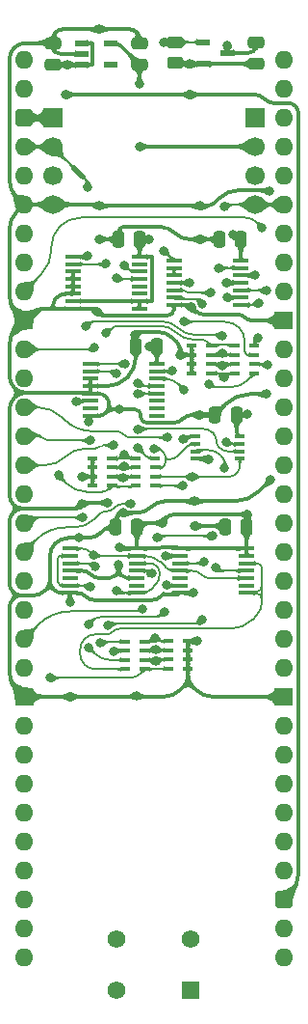
<source format=gtl>
%TF.GenerationSoftware,KiCad,Pcbnew,9.0.2*%
%TF.CreationDate,2025-07-03T20:32:23+02:00*%
%TF.ProjectId,Quad MPU Clock Generator,51756164-204d-4505-9520-436c6f636b20,V1*%
%TF.SameCoordinates,Original*%
%TF.FileFunction,Copper,L1,Top*%
%TF.FilePolarity,Positive*%
%FSLAX46Y46*%
G04 Gerber Fmt 4.6, Leading zero omitted, Abs format (unit mm)*
G04 Created by KiCad (PCBNEW 9.0.2) date 2025-07-03 20:32:23*
%MOMM*%
%LPD*%
G01*
G04 APERTURE LIST*
G04 Aperture macros list*
%AMRoundRect*
0 Rectangle with rounded corners*
0 $1 Rounding radius*
0 $2 $3 $4 $5 $6 $7 $8 $9 X,Y pos of 4 corners*
0 Add a 4 corners polygon primitive as box body*
4,1,4,$2,$3,$4,$5,$6,$7,$8,$9,$2,$3,0*
0 Add four circle primitives for the rounded corners*
1,1,$1+$1,$2,$3*
1,1,$1+$1,$4,$5*
1,1,$1+$1,$6,$7*
1,1,$1+$1,$8,$9*
0 Add four rect primitives between the rounded corners*
20,1,$1+$1,$2,$3,$4,$5,0*
20,1,$1+$1,$4,$5,$6,$7,0*
20,1,$1+$1,$6,$7,$8,$9,0*
20,1,$1+$1,$8,$9,$2,$3,0*%
G04 Aperture macros list end*
%TA.AperFunction,EtchedComponent*%
%ADD10C,0.000000*%
%TD*%
%TA.AperFunction,ComponentPad*%
%ADD11R,1.700000X1.700000*%
%TD*%
%TA.AperFunction,ComponentPad*%
%ADD12C,1.700000*%
%TD*%
%TA.AperFunction,SMDPad,CuDef*%
%ADD13RoundRect,0.250000X0.250000X0.475000X-0.250000X0.475000X-0.250000X-0.475000X0.250000X-0.475000X0*%
%TD*%
%TA.AperFunction,SMDPad,CuDef*%
%ADD14R,1.150000X0.600000*%
%TD*%
%TA.AperFunction,SMDPad,CuDef*%
%ADD15C,0.500000*%
%TD*%
%TA.AperFunction,SMDPad,CuDef*%
%ADD16RoundRect,0.250000X-0.450000X0.262500X-0.450000X-0.262500X0.450000X-0.262500X0.450000X0.262500X0*%
%TD*%
%TA.AperFunction,ComponentPad*%
%ADD17O,1.600000X1.600000*%
%TD*%
%TA.AperFunction,ComponentPad*%
%ADD18R,1.600000X1.600000*%
%TD*%
%TA.AperFunction,ComponentPad*%
%ADD19RoundRect,0.400000X-0.400000X-0.400000X0.400000X-0.400000X0.400000X0.400000X-0.400000X0.400000X0*%
%TD*%
%TA.AperFunction,SMDPad,CuDef*%
%ADD20R,1.450000X0.450000*%
%TD*%
%TA.AperFunction,SMDPad,CuDef*%
%ADD21R,0.950000X0.450000*%
%TD*%
%TA.AperFunction,SMDPad,CuDef*%
%ADD22R,0.900000X0.450000*%
%TD*%
%TA.AperFunction,SMDPad,CuDef*%
%ADD23R,1.475000X0.450000*%
%TD*%
%TA.AperFunction,SMDPad,CuDef*%
%ADD24RoundRect,0.250000X0.475000X-0.250000X0.475000X0.250000X-0.475000X0.250000X-0.475000X-0.250000X0*%
%TD*%
%TA.AperFunction,SMDPad,CuDef*%
%ADD25R,1.250000X0.600000*%
%TD*%
%TA.AperFunction,ComponentPad*%
%ADD26C,1.575000*%
%TD*%
%TA.AperFunction,ComponentPad*%
%ADD27R,1.575000X1.575000*%
%TD*%
%TA.AperFunction,ViaPad*%
%ADD28C,0.800000*%
%TD*%
%TA.AperFunction,Conductor*%
%ADD29C,0.380000*%
%TD*%
%TA.AperFunction,Conductor*%
%ADD30C,0.200000*%
%TD*%
G04 APERTURE END LIST*
D10*
%TA.AperFunction,EtchedComponent*%
%TO.C,NT1*%
G36*
X5328883Y-10055330D02*
G01*
X4975330Y-10408883D01*
X4268223Y-9701776D01*
X4621776Y-9348223D01*
X5328883Y-10055330D01*
G37*
%TD.AperFunction*%
%TD*%
D11*
%TO.P,J13,1,Pin_1*%
%TO.N,unconnected-(J13-Pin_1-Pad1)*%
X20320000Y-5080000D03*
D12*
%TO.P,J13,2,Pin_2*%
%TO.N,/3.3V*%
X20320000Y-7620000D03*
%TO.P,J13,3,Pin_3*%
%TO.N,unconnected-(J13-Pin_3-Pad3)*%
X20320000Y-10160000D03*
%TO.P,J13,4,Pin_4*%
%TO.N,/CLK*%
X20320000Y-12700000D03*
%TD*%
D11*
%TO.P,J12,1,Pin_1*%
%TO.N,/5V*%
X2540000Y-5080000D03*
D12*
%TO.P,J12,2,Pin_2*%
%TO.N,/~{Reset} CLK*%
X2540000Y-7620000D03*
%TO.P,J12,3,Pin_3*%
%TO.N,unconnected-(J12-Pin_3-Pad3)*%
X2540000Y-10160000D03*
%TO.P,J12,4,Pin_4*%
%TO.N,/GND*%
X2540000Y-12700000D03*
%TD*%
D13*
%TO.P,C2,2*%
%TO.N,/GND*%
X8305000Y-15748000D03*
%TO.P,C2,1*%
%TO.N,/3.3V*%
X10205000Y-15748000D03*
%TD*%
D14*
%TO.P,IC1,5,3.3VOut*%
%TO.N,/3.3V*%
X7650000Y1458000D03*
%TO.P,IC1,4,ADJ*%
%TO.N,unconnected-(IC1-ADJ-Pad4)*%
X7650000Y-442000D03*
%TO.P,IC1,3,EN*%
%TO.N,/5V*%
X5050000Y-442000D03*
%TO.P,IC1,2,GND*%
%TO.N,/GND*%
X5050000Y508000D03*
%TO.P,IC1,1,6VIn*%
%TO.N,/5V*%
X5050000Y1458000D03*
%TD*%
D15*
%TO.P,NT1,2,2*%
%TO.N,/~{Reset} CLK*%
X4445000Y-9525000D03*
%TO.P,NT1,1,1*%
%TO.N,/~{Reset}_{2s}*%
X5152106Y-10232106D03*
%TD*%
D16*
%TO.P,R2,2*%
%TO.N,/5V*%
X13345000Y-277500D03*
%TO.P,R2,1*%
%TO.N,/~{Reset Switch}*%
X13345000Y1547500D03*
%TD*%
D17*
%TO.P,J1,64,Pin_64*%
%TO.N,unconnected-(J1-Pin_64-Pad64)*%
X22860000Y0D03*
%TO.P,J1,63,Pin_63*%
%TO.N,unconnected-(J1-Pin_63-Pad63)*%
X22860000Y-2540000D03*
%TO.P,J1,62,Pin_62*%
%TO.N,unconnected-(J1-Pin_62-Pad62)*%
X22860000Y-5080000D03*
%TO.P,J1,61,Pin_61*%
%TO.N,/3.3V*%
X22860000Y-7620000D03*
%TO.P,J1,60,Pin_60*%
%TO.N,unconnected-(J1-Pin_60-Pad60)*%
X22860000Y-10160000D03*
%TO.P,J1,59,Pin_59*%
%TO.N,/CLK*%
X22860000Y-12700000D03*
%TO.P,J1,58,Pin_58*%
%TO.N,unconnected-(J1-Pin_58-Pad58)*%
X22860000Y-15240000D03*
%TO.P,J1,57,Pin_57*%
%TO.N,unconnected-(J1-Pin_57-Pad57)*%
X22860000Y-17780000D03*
%TO.P,J1,56,Pin_56*%
%TO.N,unconnected-(J1-Pin_56-Pad56)*%
X22860000Y-20320000D03*
D18*
%TO.P,J1,55,Pin_55*%
%TO.N,/GND*%
X22860000Y-22860000D03*
D17*
%TO.P,J1,54,Pin_54*%
%TO.N,unconnected-(J1-Pin_54-Pad54)*%
X22860000Y-25400000D03*
%TO.P,J1,53,Pin_53*%
%TO.N,unconnected-(J1-Pin_53-Pad53)*%
X22860000Y-27940000D03*
%TO.P,J1,52,Pin_52*%
%TO.N,unconnected-(J1-Pin_52-Pad52)*%
X22860000Y-30480000D03*
%TO.P,J1,51,Pin_51*%
%TO.N,unconnected-(J1-Pin_51-Pad51)*%
X22860000Y-33020000D03*
%TO.P,J1,50,Pin_50*%
%TO.N,unconnected-(J1-Pin_50-Pad50)*%
X22860000Y-35560000D03*
%TO.P,J1,49,Pin_49*%
%TO.N,unconnected-(J1-Pin_49-Pad49)*%
X22860000Y-38100000D03*
%TO.P,J1,48,Pin_48*%
%TO.N,unconnected-(J1-Pin_48-Pad48)*%
X22860000Y-40640000D03*
%TO.P,J1,47,Pin_47*%
%TO.N,unconnected-(J1-Pin_47-Pad47)*%
X22860000Y-43180000D03*
%TO.P,J1,46,Pin_46*%
%TO.N,unconnected-(J1-Pin_46-Pad46)*%
X22860000Y-45720000D03*
%TO.P,J1,45,Pin_45*%
%TO.N,unconnected-(J1-Pin_45-Pad45)*%
X22860000Y-48260000D03*
%TO.P,J1,44,Pin_44*%
%TO.N,unconnected-(J1-Pin_44-Pad44)*%
X22860000Y-50800000D03*
%TO.P,J1,43,Pin_43*%
%TO.N,unconnected-(J1-Pin_43-Pad43)*%
X22860000Y-53340000D03*
D18*
%TO.P,J1,42,Pin_42*%
%TO.N,/GND*%
X22860000Y-55880000D03*
D17*
%TO.P,J1,41,Pin_41*%
%TO.N,unconnected-(J1-Pin_41-Pad41)*%
X22860000Y-58420000D03*
%TO.P,J1,40,Pin_40*%
%TO.N,unconnected-(J1-Pin_40-Pad40)*%
X22860000Y-60960000D03*
%TO.P,J1,39,Pin_39*%
%TO.N,unconnected-(J1-Pin_39-Pad39)*%
X22860000Y-63500000D03*
%TO.P,J1,38,Pin_38*%
%TO.N,unconnected-(J1-Pin_38-Pad38)*%
X22860000Y-66040000D03*
%TO.P,J1,37,Pin_37*%
%TO.N,unconnected-(J1-Pin_37-Pad37)*%
X22860000Y-68580000D03*
%TO.P,J1,36,Pin_36*%
%TO.N,unconnected-(J1-Pin_36-Pad36)*%
X22860000Y-71120000D03*
D19*
%TO.P,J1,35,Pin_35*%
%TO.N,/5V*%
X22860000Y-73660000D03*
D17*
%TO.P,J1,34,Pin_34*%
%TO.N,unconnected-(J1-Pin_34-Pad34)*%
X22860000Y-76200000D03*
%TO.P,J1,33,Pin_33*%
%TO.N,unconnected-(J1-Pin_33-Pad33)*%
X22860000Y-78740000D03*
%TO.P,J1,32,Pin_32*%
%TO.N,unconnected-(J1-Pin_32-Pad32)*%
X0Y-78740000D03*
%TO.P,J1,31,Pin_31*%
%TO.N,unconnected-(J1-Pin_31-Pad31)*%
X0Y-76200000D03*
%TO.P,J1,30,Pin_30*%
%TO.N,unconnected-(J1-Pin_30-Pad30)*%
X0Y-73660000D03*
%TO.P,J1,29,Pin_29*%
%TO.N,unconnected-(J1-Pin_29-Pad29)*%
X0Y-71120000D03*
%TO.P,J1,28,Pin_28*%
%TO.N,unconnected-(J1-Pin_28-Pad28)*%
X0Y-68580000D03*
%TO.P,J1,27,Pin_27*%
%TO.N,unconnected-(J1-Pin_27-Pad27)*%
X0Y-66040000D03*
%TO.P,J1,26,Pin_26*%
%TO.N,unconnected-(J1-Pin_26-Pad26)*%
X0Y-63500000D03*
%TO.P,J1,25,Pin_25*%
%TO.N,unconnected-(J1-Pin_25-Pad25)*%
X0Y-60960000D03*
%TO.P,J1,24,Pin_24*%
%TO.N,unconnected-(J1-Pin_24-Pad24)*%
X0Y-58420000D03*
D18*
%TO.P,J1,23,Pin_23*%
%TO.N,/GND*%
X0Y-55880000D03*
D17*
%TO.P,J1,22,Pin_22*%
%TO.N,unconnected-(J1-Pin_22-Pad22)*%
X0Y-53340000D03*
%TO.P,J1,21,Pin_21*%
%TO.N,/~{Main Access3}*%
X0Y-50800000D03*
%TO.P,J1,20,Pin_20*%
%TO.N,/~{MPU Clock3}*%
X0Y-48260000D03*
%TO.P,J1,19,Pin_19*%
%TO.N,unconnected-(J1-Pin_19-Pad19)*%
X0Y-45720000D03*
%TO.P,J1,18,Pin_18*%
%TO.N,/~{Main Access2}*%
X0Y-43180000D03*
%TO.P,J1,17,Pin_17*%
%TO.N,/~{MPU Clock2}*%
X0Y-40640000D03*
%TO.P,J1,16,Pin_16*%
%TO.N,unconnected-(J1-Pin_16-Pad16)*%
X0Y-38100000D03*
%TO.P,J1,15,Pin_15*%
%TO.N,/~{Main Access1}*%
X0Y-35560000D03*
%TO.P,J1,14,Pin_14*%
%TO.N,/~{MPU Clock1}*%
X0Y-33020000D03*
%TO.P,J1,13,Pin_13*%
%TO.N,/~{Reset Switch}*%
X0Y-30480000D03*
%TO.P,J1,12,Pin_12*%
%TO.N,/~{Main Access0}*%
X0Y-27940000D03*
%TO.P,J1,11,Pin_11*%
%TO.N,/~{MPU Clock0}*%
X0Y-25400000D03*
D18*
%TO.P,J1,10,Pin_10*%
%TO.N,/GND*%
X0Y-22860000D03*
D17*
%TO.P,J1,9,Pin_9*%
%TO.N,/~{Reset}*%
X0Y-20320000D03*
%TO.P,J1,8,Pin_8*%
%TO.N,unconnected-(J1-Pin_8-Pad8)*%
X0Y-17780000D03*
%TO.P,J1,7,Pin_7*%
%TO.N,unconnected-(J1-Pin_7-Pad7)*%
X0Y-15240000D03*
%TO.P,J1,6,Pin_6*%
%TO.N,/GND*%
X0Y-12700000D03*
%TO.P,J1,5,Pin_5*%
%TO.N,unconnected-(J1-Pin_5-Pad5)*%
X0Y-10160000D03*
%TO.P,J1,4,Pin_4*%
%TO.N,/~{Reset} CLK*%
X0Y-7620000D03*
D19*
%TO.P,J1,3,Pin_3*%
%TO.N,/5V*%
X0Y-5080000D03*
D17*
%TO.P,J1,2,Pin_2*%
%TO.N,unconnected-(J1-Pin_2-Pad2)*%
X0Y-2540000D03*
%TO.P,J1,1,Pin_1*%
%TO.N,unconnected-(J1-Pin_1-Pad1)*%
X0Y0D03*
%TD*%
D20*
%TO.P,IC3,16,3V*%
%TO.N,/3.3V*%
X11688000Y-26681000D03*
%TO.P,IC3,15,~{Y0}*%
%TO.N,/~{Y0}*%
X11688000Y-27331000D03*
%TO.P,IC3,14,~{Y1}*%
%TO.N,/~{Y1}*%
X11688000Y-27981000D03*
%TO.P,IC3,13,~{Y2}*%
%TO.N,/~{Y2}*%
X11688000Y-28631000D03*
%TO.P,IC3,12,~{Y3}*%
%TO.N,/~{Y3}*%
X11688000Y-29281000D03*
%TO.P,IC3,11,~{Y4}*%
%TO.N,unconnected-(IC3-~{Y4}-Pad11)*%
X11688000Y-29931000D03*
%TO.P,IC3,10,~{Y5}*%
%TO.N,unconnected-(IC3-~{Y5}-Pad10)*%
X11688000Y-30581000D03*
%TO.P,IC3,9,~{Y6}*%
%TO.N,unconnected-(IC3-~{Y6}-Pad9)*%
X11688000Y-31231000D03*
%TO.P,IC3,8,GND*%
%TO.N,/GND*%
X5838000Y-31231000D03*
%TO.P,IC3,7,~{Y7}*%
%TO.N,unconnected-(IC3-~{Y7}-Pad7)*%
X5838000Y-30581000D03*
%TO.P,IC3,6,E3*%
%TO.N,/~{Reset}_{2s}*%
X5838000Y-29931000D03*
%TO.P,IC3,5,~{E2}*%
%TO.N,/GND*%
X5838000Y-29281000D03*
%TO.P,IC3,4,~{E1}*%
X5838000Y-28631000D03*
%TO.P,IC3,3,A2*%
X5838000Y-27981000D03*
%TO.P,IC3,2,A1*%
%TO.N,/C1*%
X5838000Y-27331000D03*
%TO.P,IC3,1,A0*%
%TO.N,/C0*%
X5838000Y-26681000D03*
%TD*%
D21*
%TO.P,CN1,8,8*%
%TO.N,/GND*%
X14771000Y-27489000D03*
%TO.P,CN1,7,7*%
X14771000Y-26689000D03*
%TO.P,CN1,6,6*%
X14771000Y-25889000D03*
%TO.P,CN1,5,5*%
X14771000Y-25089000D03*
%TO.P,CN1,4,4*%
%TO.N,/CLK_{2s}*%
X16471000Y-25089000D03*
%TO.P,CN1,3,3*%
%TO.N,/~{Reset}_{2s}*%
X16471000Y-25889000D03*
%TO.P,CN1,2,2*%
%TO.N,/~{CLK}_{s}*%
X16471000Y-26689000D03*
%TO.P,CN1,1,1*%
%TO.N,/Reset_{2s}*%
X16471000Y-27489000D03*
%TD*%
D22*
%TO.P,RN1,8,R1*%
%TO.N,/CLK_{2}*%
X20281000Y-25107999D03*
%TO.P,RN1,7,R2*%
%TO.N,/~{Reset}_{2}*%
X20281000Y-25907999D03*
%TO.P,RN1,6,R3*%
%TO.N,/~{CLK}*%
X20281000Y-26707999D03*
%TO.P,RN1,5,R4*%
%TO.N,/Reset_{2}*%
X20281000Y-27507999D03*
%TO.P,RN1,4,R4*%
%TO.N,/Reset_{2s}*%
X18581000Y-27507999D03*
%TO.P,RN1,3,R3*%
%TO.N,/~{CLK}_{s}*%
X18581000Y-26707999D03*
%TO.P,RN1,2,R2*%
%TO.N,/~{Reset}_{2s}*%
X18581000Y-25907999D03*
%TO.P,RN1,1,R1*%
%TO.N,/CLK_{2s}*%
X18581000Y-25107999D03*
%TD*%
D21*
%TO.P,IC7,8,3V*%
%TO.N,/3.3V*%
X18993000Y-33061000D03*
%TO.P,IC7,7,1Y*%
%TO.N,/~{Y0}\u00B7~{Y2}*%
X18993000Y-33711000D03*
%TO.P,IC7,6,2B*%
%TO.N,/~{Y3}*%
X18993000Y-34361000D03*
%TO.P,IC7,5,2A*%
%TO.N,/~{Y1}*%
X18993000Y-35011000D03*
%TO.P,IC7,4,GND*%
%TO.N,/GND*%
X15043000Y-35011000D03*
%TO.P,IC7,3,2Y*%
%TO.N,/~{Y1}\u00B7~{Y3}*%
X15043000Y-34361000D03*
%TO.P,IC7,2,1B*%
%TO.N,/~{Y2}*%
X15043000Y-33711000D03*
%TO.P,IC7,1,1A*%
%TO.N,/~{Y0}*%
X15043000Y-33061000D03*
%TD*%
D23*
%TO.P,IC10,14,3V*%
%TO.N,/3.3V*%
X19067000Y-17608000D03*
%TO.P,IC10,13,6A*%
%TO.N,/~{CLK}_{s}*%
X19067000Y-18258000D03*
%TO.P,IC10,12,6Y*%
%TO.N,/CLK_{2}*%
X19067000Y-18908000D03*
%TO.P,IC10,11,5A*%
%TO.N,/CLK*%
X19067000Y-19558000D03*
%TO.P,IC10,10,5Y*%
%TO.N,/~{CLK}*%
X19067000Y-20208000D03*
%TO.P,IC10,9,4A*%
%TO.N,/Reset_{2s}*%
X19067000Y-20858000D03*
%TO.P,IC10,8,4Y*%
%TO.N,/~{Reset}*%
X19067000Y-21508000D03*
%TO.P,IC10,7,GND*%
%TO.N,/GND*%
X13191000Y-21508000D03*
%TO.P,IC10,6,3Y*%
%TO.N,/Reset_{2}*%
X13191000Y-20858000D03*
%TO.P,IC10,5,3A*%
%TO.N,/~{Reset}_{2s}*%
X13191000Y-20208000D03*
%TO.P,IC10,4,2Y*%
%TO.N,/~{Reset}_{2}*%
X13191000Y-19558000D03*
%TO.P,IC10,3,2A*%
%TO.N,/Reset*%
X13191000Y-18908000D03*
%TO.P,IC10,2,1Y*%
X13191000Y-18258000D03*
%TO.P,IC10,1,1A*%
%TO.N,/~{Reset Switch}*%
X13191000Y-17608000D03*
%TD*%
D24*
%TO.P,C11,2*%
%TO.N,/GND*%
X10160000Y1474000D03*
%TO.P,C11,1*%
%TO.N,/3.3V*%
X10160000Y-426000D03*
%TD*%
%TO.P,C8,2*%
%TO.N,/GND*%
X20384000Y1555000D03*
%TO.P,C8,1*%
%TO.N,/5V*%
X20384000Y-345000D03*
%TD*%
D25*
%TO.P,IC8,3,GND*%
%TO.N,/GND*%
X17878000Y589000D03*
%TO.P,IC8,2,5V*%
%TO.N,/5V*%
X15778000Y-361000D03*
%TO.P,IC8,1,~{RST}*%
%TO.N,/~{Reset Switch}*%
X15778000Y1539000D03*
%TD*%
D23*
%TO.P,IC5,14,3V*%
%TO.N,/3.3V*%
X9923000Y-42881000D03*
%TO.P,IC5,13,~{2RD}*%
%TO.N,/~{Reset}_{2s}*%
X9923000Y-43531000D03*
%TO.P,IC5,12,2D*%
%TO.N,/~{Q}_{1}*%
X9923000Y-44181000D03*
%TO.P,IC5,11,2CP*%
%TO.N,/~{Y1}\u00B7~{Y3}*%
X9923000Y-44831000D03*
%TO.P,IC5,10,~{2SD}*%
%TO.N,/3.3V*%
X9923000Y-45481000D03*
%TO.P,IC5,9,2Q*%
%TO.N,unconnected-(IC5B-2Q-Pad9)*%
X9923000Y-46131000D03*
%TO.P,IC5,8,~{2Q}*%
%TO.N,/~{Q}_{1}*%
X9923000Y-46781000D03*
%TO.P,IC5,7,GND*%
%TO.N,/GND*%
X4047000Y-46781000D03*
%TO.P,IC5,6,~{1Q}*%
%TO.N,/~{Q}_{0}*%
X4047000Y-46131000D03*
%TO.P,IC5,5,1Q*%
%TO.N,unconnected-(IC5A-1Q-Pad5)*%
X4047000Y-45481000D03*
%TO.P,IC5,4,~{1SD}*%
%TO.N,/3.3V*%
X4047000Y-44831000D03*
%TO.P,IC5,3,1CP*%
%TO.N,/~{Y0}\u00B7~{Y2}*%
X4047000Y-44181000D03*
%TO.P,IC5,2,1D*%
%TO.N,/~{Q}_{0}*%
X4047000Y-43531000D03*
%TO.P,IC5,1,~{1RD}*%
%TO.N,/~{Reset}_{2s}*%
X4047000Y-42881000D03*
%TD*%
D26*
%TO.P,S2,4,N2*%
%TO.N,unconnected-(S2-N2-Pad4)*%
X8180000Y-77161000D03*
%TO.P,S2,3,N1*%
%TO.N,/~{Reset Switch}*%
X14680000Y-77161000D03*
%TO.P,S2,2,C2*%
%TO.N,unconnected-(S2-C2-Pad2)*%
X8180000Y-81661000D03*
D27*
%TO.P,S2,1,C1*%
%TO.N,/GND*%
X14680000Y-81661000D03*
%TD*%
D21*
%TO.P,CN2,8,8*%
%TO.N,/GND*%
X6047000Y-37376000D03*
%TO.P,CN2,7,7*%
X6047000Y-36576000D03*
%TO.P,CN2,6,6*%
X6047000Y-35776000D03*
%TO.P,CN2,5,5*%
X6047000Y-34976000D03*
%TO.P,CN2,4,4*%
%TO.N,/~{Main Access3}*%
X7747000Y-34976000D03*
%TO.P,CN2,3,3*%
%TO.N,/~{Main Access2}*%
X7747000Y-35776000D03*
%TO.P,CN2,2,2*%
%TO.N,/~{Main Access1}*%
X7747000Y-36576000D03*
%TO.P,CN2,1,1*%
%TO.N,/~{Main Access0}*%
X7747000Y-37376000D03*
%TD*%
D23*
%TO.P,IC6,14,3V*%
%TO.N,/3.3V*%
X19575000Y-42881000D03*
%TO.P,IC6,13,~{2RD}*%
X19575000Y-43531000D03*
%TO.P,IC6,12,2D*%
%TO.N,/~{Q}_{3}*%
X19575000Y-44181000D03*
%TO.P,IC6,11,2CP*%
%TO.N,/~{Y1}\u00B7~{Y3}*%
X19575000Y-44831000D03*
%TO.P,IC6,10,~{2SD}*%
%TO.N,/~{Reset}_{2s}*%
X19575000Y-45481000D03*
%TO.P,IC6,9,2Q*%
%TO.N,unconnected-(IC6B-2Q-Pad9)*%
X19575000Y-46131000D03*
%TO.P,IC6,8,~{2Q}*%
%TO.N,/~{Q}_{3}*%
X19575000Y-46781000D03*
%TO.P,IC6,7,GND*%
%TO.N,/GND*%
X13699000Y-46781000D03*
%TO.P,IC6,6,~{1Q}*%
%TO.N,/~{Q}_{2}*%
X13699000Y-46131000D03*
%TO.P,IC6,5,1Q*%
%TO.N,unconnected-(IC6A-1Q-Pad5)*%
X13699000Y-45481000D03*
%TO.P,IC6,4,~{1SD}*%
%TO.N,/~{Reset}_{2s}*%
X13699000Y-44831000D03*
%TO.P,IC6,3,1CP*%
%TO.N,/~{Y0}\u00B7~{Y2}*%
X13699000Y-44181000D03*
%TO.P,IC6,2,1D*%
%TO.N,/~{Q}_{2}*%
X13699000Y-43531000D03*
%TO.P,IC6,1,~{1RD}*%
%TO.N,/3.3V*%
X13699000Y-42881000D03*
%TD*%
D13*
%TO.P,C5,2*%
%TO.N,/GND*%
X8051000Y-41021000D03*
%TO.P,C5,1*%
%TO.N,/3.3V*%
X9951000Y-41021000D03*
%TD*%
%TO.P,C6,2*%
%TO.N,/GND*%
X9829000Y-25120000D03*
%TO.P,C6,1*%
%TO.N,/3.3V*%
X11729000Y-25120000D03*
%TD*%
%TO.P,C7,2*%
%TO.N,/GND*%
X16810000Y-31141000D03*
%TO.P,C7,1*%
%TO.N,/3.3V*%
X18710000Y-31141000D03*
%TD*%
%TO.P,C1,2*%
%TO.N,/GND*%
X17195000Y-15748000D03*
%TO.P,C1,1*%
%TO.N,/3.3V*%
X19095000Y-15748000D03*
%TD*%
D22*
%TO.P,RN3,8,R1*%
%TO.N,/~{Q}_{3}*%
X8929000Y-53454000D03*
%TO.P,RN3,7,R2*%
%TO.N,/~{Q}_{2}*%
X8929000Y-52654000D03*
%TO.P,RN3,6,R3*%
%TO.N,/~{Q}_{1}*%
X8929000Y-51854000D03*
%TO.P,RN3,5,R4*%
%TO.N,/~{Q}_{0}*%
X8929000Y-51054000D03*
%TO.P,RN3,4,R4*%
%TO.N,/~{MPU Clock0}*%
X10629000Y-51054000D03*
%TO.P,RN3,3,R3*%
%TO.N,/~{MPU Clock1}*%
X10629000Y-51854000D03*
%TO.P,RN3,2,R2*%
%TO.N,/~{MPU Clock2}*%
X10629000Y-52654000D03*
%TO.P,RN3,1,R1*%
%TO.N,/~{MPU Clock3}*%
X10629000Y-53454000D03*
%TD*%
D21*
%TO.P,CN3,8,8*%
%TO.N,/GND*%
X14439000Y-50997000D03*
%TO.P,CN3,7,7*%
X14439000Y-51797000D03*
%TO.P,CN3,6,6*%
X14439000Y-52597000D03*
%TO.P,CN3,5,5*%
X14439000Y-53397000D03*
%TO.P,CN3,4,4*%
%TO.N,/~{MPU Clock3}*%
X12739000Y-53397000D03*
%TO.P,CN3,3,3*%
%TO.N,/~{MPU Clock2}*%
X12739000Y-52597000D03*
%TO.P,CN3,2,2*%
%TO.N,/~{MPU Clock1}*%
X12739000Y-51797000D03*
%TO.P,CN3,1,1*%
%TO.N,/~{MPU Clock0}*%
X12739000Y-50997000D03*
%TD*%
D20*
%TO.P,IC2,16,3V*%
%TO.N,/3.3V*%
X10164000Y-17283000D03*
%TO.P,IC2,15,TC*%
%TO.N,unconnected-(IC2-TC-Pad15)*%
X10164000Y-17933000D03*
%TO.P,IC2,14,Q0*%
%TO.N,/C0*%
X10164000Y-18583000D03*
%TO.P,IC2,13,Q1*%
%TO.N,/C1*%
X10164000Y-19233000D03*
%TO.P,IC2,12,Q2*%
%TO.N,unconnected-(IC2-Q2-Pad12)*%
X10164000Y-19883000D03*
%TO.P,IC2,11,Q3*%
%TO.N,unconnected-(IC2-Q3-Pad11)*%
X10164000Y-20533000D03*
%TO.P,IC2,10,CET*%
%TO.N,/3.3V*%
X10164000Y-21183000D03*
%TO.P,IC2,9,~{PE}*%
X10164000Y-21833000D03*
%TO.P,IC2,8,GND*%
%TO.N,/GND*%
X4314000Y-21833000D03*
%TO.P,IC2,7,CEP*%
%TO.N,/3.3V*%
X4314000Y-21183000D03*
%TO.P,IC2,6,D3*%
%TO.N,/GND*%
X4314000Y-20533000D03*
%TO.P,IC2,5,D2*%
X4314000Y-19883000D03*
%TO.P,IC2,4,D1*%
X4314000Y-19233000D03*
%TO.P,IC2,3,D0*%
X4314000Y-18583000D03*
%TO.P,IC2,2,CP*%
%TO.N,/CLK_{2s}*%
X4314000Y-17933000D03*
%TO.P,IC2,1,~{MR}*%
%TO.N,/~{Reset}_{2s}*%
X4314000Y-17283000D03*
%TD*%
D24*
%TO.P,C10,2*%
%TO.N,/GND*%
X2540000Y1474000D03*
%TO.P,C10,1*%
%TO.N,/5V*%
X2540000Y-426000D03*
%TD*%
D13*
%TO.P,C4,2*%
%TO.N,/GND*%
X17703000Y-41021000D03*
%TO.P,C4,1*%
%TO.N,/3.3V*%
X19603000Y-41021000D03*
%TD*%
D22*
%TO.P,RN2,8,R1*%
%TO.N,/~{Y3}*%
X11557000Y-34975800D03*
%TO.P,RN2,7,R2*%
%TO.N,/~{Y2}*%
X11557000Y-35775800D03*
%TO.P,RN2,6,R3*%
%TO.N,/~{Y1}*%
X11557000Y-36575800D03*
%TO.P,RN2,5,R4*%
%TO.N,/~{Y0}*%
X11557000Y-37375800D03*
%TO.P,RN2,4,R4*%
%TO.N,/~{Main Access0}*%
X9857000Y-37375800D03*
%TO.P,RN2,3,R3*%
%TO.N,/~{Main Access1}*%
X9857000Y-36575800D03*
%TO.P,RN2,2,R2*%
%TO.N,/~{Main Access2}*%
X9857000Y-35775800D03*
%TO.P,RN2,1,R1*%
%TO.N,/~{Main Access3}*%
X9857000Y-34975800D03*
%TD*%
D28*
%TO.N,/5V*%
X3810000Y-442000D03*
X3683000Y-3048000D03*
X14605000Y-3048000D03*
X14605000Y-381000D03*
%TO.N,/GND*%
X9906000Y-55778400D03*
X6604000Y2667000D03*
X6604000Y-12827000D03*
X14986010Y-38735000D03*
X14732263Y-21676883D03*
X9768049Y-24138733D03*
X6477000Y-22098008D03*
X15036800Y-40894000D03*
X8763000Y-39751013D03*
X5715000Y-31750000D03*
X4064000Y-47625000D03*
X14882239Y-46756901D03*
X15417802Y-31165802D03*
X5080000Y-36576000D03*
X15240000Y-50997000D03*
X15494000Y-15748000D03*
X17907000Y1270000D03*
X6604000Y-15748000D03*
X21336000Y-29337000D03*
X15494000Y-12827000D03*
X16256000Y-35052000D03*
X4826000Y-41957000D03*
X21717000Y-36830000D03*
X21590000Y-11557000D03*
X13716000Y-25908000D03*
X4064000Y-55880000D03*
X8382000Y-30681000D03*
X7366001Y-38861999D03*
X5080000Y-38989006D03*
%TO.N,/3.3V*%
X18390302Y-15368352D03*
X11049000Y-25146000D03*
X8382000Y-42781000D03*
X10160000Y-7620000D03*
X10160000Y-2159000D03*
X8332937Y-44323000D03*
X12192000Y-40640000D03*
X19685000Y-39878000D03*
X11048996Y-15748004D03*
X19685000Y-31114992D03*
%TO.N,/~{Reset}_{2}*%
X14542018Y-19570000D03*
X14032263Y-22987000D03*
%TO.N,/Reset_{2s}*%
X17850958Y-20858000D03*
X17589500Y-27876500D03*
%TO.N,/~{CLK}_{s}*%
X17145006Y-18288000D03*
X17477770Y-26828470D03*
%TO.N,/CLK_{2}*%
X20320000Y-18923000D03*
X20574000Y-24384000D03*
%TO.N,/C1*%
X8128000Y-19177000D03*
X8128000Y-27559000D03*
%TO.N,/C0*%
X8862000Y-26653589D03*
X8839498Y-18034000D03*
%TO.N,/~{Reset}*%
X20955000Y-14732000D03*
X20639000Y-21336000D03*
%TO.N,/~{Y3}*%
X10033000Y-32423230D03*
X10033000Y-29337000D03*
X10033000Y-34036000D03*
%TO.N,/~{Y2}*%
X10022381Y-28337054D03*
X11426730Y-34115898D03*
%TO.N,/~{Y1}*%
X14797558Y-36576000D03*
X14097000Y-28956000D03*
%TO.N,/~{Y0}*%
X13994833Y-33260212D03*
X13081000Y-27280998D03*
X14002500Y-37344056D03*
%TO.N,/~{Y0}\u00B7~{Y2}*%
X15875000Y-44069000D03*
X7396490Y-49589986D03*
X17776499Y-33549152D03*
X6276000Y-44429194D03*
X15672239Y-49148992D03*
%TO.N,/~{Y1}\u00B7~{Y3}*%
X16575000Y-41783000D03*
X11238000Y-45083742D03*
X11684000Y-41910000D03*
X16891000Y-44577000D03*
X17656000Y-35814000D03*
%TO.N,/~{Reset}_{2s}*%
X6096000Y-43445525D03*
X5588000Y-17233000D03*
X4574875Y-30000000D03*
X5588000Y-11176000D03*
X5461000Y-23368000D03*
X17442000Y-25719000D03*
X17442000Y-24195000D03*
X16424066Y-20447000D03*
%TO.N,/CLK_{2s}*%
X7239000Y-24003000D03*
X7239000Y-17907000D03*
%TO.N,/~{Q}_{0}*%
X6696490Y-51169000D03*
X5828042Y-46221327D03*
%TO.N,/~{Q}_{1}*%
X8156786Y-46556844D03*
X7902068Y-51867306D03*
%TO.N,/~{Q}_{2}*%
X12478988Y-43562352D03*
X5705637Y-51562000D03*
X12502862Y-46094693D03*
X5705637Y-49530000D03*
X12345505Y-48413499D03*
%TO.N,/~{Main Access0}*%
X3048000Y-36449000D03*
%TO.N,/~{Main Access1}*%
X8698000Y-36677120D03*
X7894475Y-33828246D03*
%TO.N,/~{CLK}*%
X21463000Y-26797000D03*
X21339000Y-20279818D03*
%TO.N,/CLK*%
X17649121Y-12875819D03*
X17824066Y-19558000D03*
%TO.N,/~{Main Access2}*%
X8805842Y-35677140D03*
X9398000Y-38961000D03*
%TO.N,/~{Main Access3}*%
X8828000Y-34654979D03*
X10459628Y-48186000D03*
%TO.N,/~{MPU Clock0}*%
X6223000Y-25273000D03*
X11556875Y-50729129D03*
%TO.N,/~{MPU Clock1}*%
X11570982Y-51729032D03*
X5842000Y-33399493D03*
%TO.N,/~{MPU Clock2}*%
X11606002Y-52754000D03*
X5207000Y-40149050D03*
%TO.N,/~{MPU Clock3}*%
X2286000Y-54229000D03*
%TO.N,/~{Reset Switch}*%
X12319000Y1547500D03*
X12319004Y-16764000D03*
X12645435Y-33085000D03*
%TO.N,/Reset_{2}*%
X16256000Y-28448000D03*
X15693375Y-21400716D03*
%TD*%
D29*
%TO.N,/3.3V*%
X11279000Y-21165928D02*
G75*
G02*
X11273992Y-21177992I-17100J28D01*
G01*
X12236901Y-40468098D02*
G75*
G03*
X12191999Y-40576500I108399J-108402D01*
G01*
X8104155Y-45237218D02*
G75*
G02*
X7551828Y-45466022I-552355J552318D01*
G01*
X11274000Y-21178000D02*
G75*
G02*
X11261928Y-21183012I-12100J12100D01*
G01*
X11274000Y-17288000D02*
G75*
G02*
X11279012Y-17300071I-12100J-12100D01*
G01*
X8104155Y-45237218D02*
G75*
G03*
X8332922Y-44684891I-552355J552318D01*
G01*
X8561718Y-45237218D02*
G75*
G03*
X8104156Y-45237218I-228781J-228779D01*
G01*
X8332937Y-44684891D02*
G75*
G03*
X8561723Y-45237213I781063J-9D01*
G01*
X12011553Y-42826676D02*
G75*
G02*
X11880403Y-42880995I-131153J131176D01*
G01*
X11093384Y-25120000D02*
G75*
G03*
X11062004Y-25133004I16J-44400D01*
G01*
X8432000Y-42831000D02*
G75*
G03*
X8552710Y-42880996I120700J120700D01*
G01*
X8497324Y1236675D02*
G75*
G03*
X7963000Y1457984I-534324J-534375D01*
G01*
X5878077Y-45148500D02*
G75*
G03*
X5111564Y-44831003I-766507J-766510D01*
G01*
X18710000Y-32598394D02*
G75*
G03*
X18836998Y-32905002I433600J-6D01*
G01*
X10601407Y-40640000D02*
G75*
G03*
X10141498Y-40830498I-7J-650400D01*
G01*
X19671996Y-31127996D02*
G75*
G02*
X19640601Y-31141001I-31396J31396D01*
G01*
X18655027Y-15633077D02*
G75*
G03*
X18932475Y-15748009I277473J277477D01*
G01*
X13644676Y-42826676D02*
G75*
G03*
X13513526Y-42772326I-131176J-131124D01*
G01*
X12142702Y-42772352D02*
G75*
G03*
X12011557Y-42826680I-2J-185448D01*
G01*
X13644676Y-42826676D02*
G75*
G03*
X13775825Y-42880974I131124J131176D01*
G01*
X8569218Y-45244718D02*
G75*
G03*
X9139652Y-45481038I570482J570418D01*
G01*
X11274000Y-17288000D02*
G75*
G03*
X11261928Y-17282988I-12100J-12100D01*
G01*
X5878077Y-45148500D02*
G75*
G03*
X6644589Y-45466011I766523J766500D01*
G01*
X13276012Y-39878000D02*
G75*
G03*
X12509496Y-40195496I-12J-1084000D01*
G01*
%TO.N,/GND*%
X4047000Y-47595979D02*
G75*
G03*
X4055494Y-47616506I29000J-21D01*
G01*
X7218000Y-29556000D02*
G75*
G02*
X7492996Y-30219908I-663900J-663900D01*
G01*
X6770999Y-41488999D02*
G75*
G02*
X5641148Y-41956998I-1129849J1129849D01*
G01*
X13401691Y-24704691D02*
G75*
G02*
X13716005Y-25463500I-758791J-758809D01*
G01*
X6540500Y-12763500D02*
G75*
G03*
X6387197Y-12700001I-153300J-153300D01*
G01*
X8248243Y-39948256D02*
G75*
G03*
X8051022Y-40424444I476157J-476144D01*
G01*
X16235500Y-35031500D02*
G75*
G03*
X16186008Y-35010996I-49500J-49500D01*
G01*
X12268000Y-46863000D02*
G75*
G03*
X12180943Y-46899068I0J-123100D01*
G01*
X9829000Y-26124000D02*
G75*
G02*
X9119071Y-27837942I-2423900J0D01*
G01*
X20202000Y771000D02*
G75*
G02*
X19762613Y588995I-439400J439400D01*
G01*
X5432500Y-47088500D02*
G75*
G03*
X6174870Y-47396012I742400J742400D01*
G01*
X2763092Y-20978907D02*
G75*
G03*
X2540004Y-21517500I538608J-538593D01*
G01*
X9798524Y-24169208D02*
G75*
G02*
X9828997Y-24242782I-73624J-73592D01*
G01*
X-1270000Y-45933229D02*
G75*
G03*
X-960479Y-46680479I1056776J2D01*
G01*
X-841457Y-29638542D02*
G75*
G03*
X-841457Y-28781457I-428543J428542D01*
G01*
X193135Y-29210000D02*
G75*
G03*
X-841457Y-29638542I-2J-1463130D01*
G01*
X-841457Y-28781457D02*
G75*
G03*
X193135Y-29210000I1034594J1034593D01*
G01*
X4314000Y-20208000D02*
G75*
G02*
X3989000Y-20533000I-325000J0D01*
G01*
X20384000Y1210386D02*
G75*
G02*
X20201996Y771004I-621400J14D01*
G01*
X-928729Y-39711271D02*
G75*
G03*
X-1270000Y-40535172I823907J-823904D01*
G01*
X14014311Y-55022888D02*
G75*
G03*
X14438992Y-53997600I-1025311J1025288D01*
G01*
X14863688Y-55022888D02*
G75*
G03*
X14014312Y-55022888I-424688J-424688D01*
G01*
X14439000Y-53997600D02*
G75*
G03*
X14863683Y-55022893I1450000J0D01*
G01*
X12402429Y-38735000D02*
G75*
G03*
X11175987Y-39243000I-29J-1734400D01*
G01*
X9905999Y2412999D02*
G75*
G03*
X9292789Y2666994I-613199J-613199D01*
G01*
X13024500Y-22281500D02*
G75*
G02*
X12622533Y-22448014I-402000J402000D01*
G01*
X2730500Y698500D02*
G75*
G03*
X3190407Y508003I459900J459900D01*
G01*
X3407210Y2667000D02*
G75*
G03*
X2793997Y2413003I-10J-867200D01*
G01*
X14781170Y-31165802D02*
G75*
G03*
X13960108Y-31505910I30J-1161198D01*
G01*
X5888204Y-29281000D02*
G75*
G02*
X5802499Y-29245501I-4J121200D01*
G01*
X5838000Y-29230795D02*
G75*
G03*
X5888204Y-29281000I50200J-5D01*
G01*
X5802500Y-29245500D02*
G75*
G03*
X5837989Y-29230795I14700J14700D01*
G01*
X18843614Y-11460000D02*
G75*
G03*
X17193496Y-12143496I-14J-2333600D01*
G01*
X16869210Y-12467789D02*
G75*
G02*
X16002000Y-12827005I-867210J867189D01*
G01*
X20764500Y-37782500D02*
G75*
G02*
X18464961Y-38734998I-2299540J2299550D01*
G01*
X2607750Y-46459250D02*
G75*
G03*
X3384523Y-46781003I776780J776780D01*
G01*
X19431000Y-22606000D02*
G75*
G03*
X18817789Y-22352004I-613200J-613200D01*
G01*
X11950500Y-47129500D02*
G75*
G02*
X11307112Y-47396005I-643400J643400D01*
G01*
X6651996Y-22273004D02*
G75*
G03*
X7074473Y-22448011I422504J422504D01*
G01*
X-1270000Y-20691974D02*
G75*
G03*
X-634999Y-22224999I2168030J4D01*
G01*
X7218000Y-30956000D02*
G75*
G02*
X6554091Y-31230996I-663900J663900D01*
G01*
X8604243Y-39751013D02*
G75*
G03*
X8333205Y-39863246I-43J-383287D01*
G01*
X162262Y1474000D02*
G75*
G03*
X-850500Y1054500I4J-1432271D01*
G01*
X5296814Y-38861999D02*
G75*
G03*
X5143499Y-38925498I-14J-216801D01*
G01*
X5432500Y-47088500D02*
G75*
G03*
X4690129Y-46780988I-742400J-742400D01*
G01*
X9956800Y-55829200D02*
G75*
G03*
X10079442Y-55879983I122600J122600D01*
G01*
X-634999Y-55245000D02*
G75*
G03*
X898025Y-55880001I1533029J1533030D01*
G01*
X15079900Y-55239100D02*
G75*
G03*
X16627169Y-55880013I1547300J1547300D01*
G01*
X-1270000Y-27746864D02*
G75*
G03*
X-841456Y-28781456I1463140J4D01*
G01*
X21541500Y-11508500D02*
G75*
G03*
X21424410Y-11459996I-117100J-117100D01*
G01*
X9855200Y-55829200D02*
G75*
G02*
X9732557Y-55879983I-122600J122600D01*
G01*
X9917815Y2401184D02*
G75*
G02*
X10159990Y1816500I-584715J-584684D01*
G01*
X-1270000Y-38204827D02*
G75*
G03*
X-928729Y-39028729I1165183J4D01*
G01*
X-850500Y1054500D02*
G75*
G03*
X-1270003Y41737I1012770J-1012770D01*
G01*
X14647821Y-21592441D02*
G75*
G03*
X14443961Y-21508027I-203821J-203859D01*
G01*
X10133500Y-30834500D02*
G75*
G03*
X9762918Y-30680992I-370600J-370600D01*
G01*
X-841457Y-29638542D02*
G75*
G03*
X-1270002Y-30673135I1034597J-1034598D01*
G01*
X2540000Y1158407D02*
G75*
G03*
X2730498Y698498I650400J-7D01*
G01*
X10216562Y-23876000D02*
G75*
G03*
X9899437Y-24007388I38J-448500D01*
G01*
X7645000Y-41021000D02*
G75*
G03*
X6951908Y-41308079I0J-980200D01*
G01*
X10430000Y-31703000D02*
G75*
G03*
X10775232Y-31845987I345200J345200D01*
G01*
X13772322Y-46781000D02*
G75*
G03*
X13647146Y-46832839I-22J-177000D01*
G01*
X19431000Y-22606000D02*
G75*
G03*
X20044210Y-22859996I613200J613200D01*
G01*
X13960099Y-31505901D02*
G75*
G02*
X13139027Y-31846011I-821099J821101D01*
G01*
X3894948Y-41957000D02*
G75*
G03*
X2757248Y-42428248I-8J-1608940D01*
G01*
X-928729Y-39711271D02*
G75*
G03*
X-928729Y-39028729I-341268J341271D01*
G01*
X-104827Y-39370000D02*
G75*
G03*
X-928729Y-39711271I-1J-1165172D01*
G01*
X-928729Y-39028729D02*
G75*
G03*
X-104827Y-39370000I823906J823912D01*
G01*
X13191000Y-21879533D02*
G75*
G02*
X13024490Y-22281490I-568500J33D01*
G01*
X1753198Y-21833000D02*
G75*
G03*
X513500Y-22346500I2J-1753200D01*
G01*
X-635000Y-13335000D02*
G75*
G03*
X-1270002Y-14868025I1533030J-1533030D01*
G01*
X19889620Y-29337000D02*
G75*
G03*
X17711994Y-30238994I-20J-3079600D01*
G01*
X13257500Y-15190500D02*
G75*
G03*
X11911575Y-14633010I-1345900J-1345900D01*
G01*
X-960479Y-47299521D02*
G75*
G03*
X-960479Y-46680479I-309520J309521D01*
G01*
X-213229Y-46990000D02*
G75*
G03*
X-960479Y-47299521I-3J-1056765D01*
G01*
X-960479Y-46680479D02*
G75*
G03*
X-213229Y-46990000I747252J747255D01*
G01*
X2224500Y-21833000D02*
G75*
G03*
X2540000Y-21517500I0J315500D01*
G01*
X2540000Y-21517500D02*
G75*
G03*
X2855500Y-21833000I315500J0D01*
G01*
X5802500Y-29245500D02*
G75*
G03*
X5716795Y-29210002I-85700J-85700D01*
G01*
X2757250Y-42428250D02*
G75*
G03*
X2286003Y-43565948I1137690J-1137690D01*
G01*
X17892500Y1255500D02*
G75*
G03*
X17878003Y1220493I35000J-35000D01*
G01*
X8456500Y-14784500D02*
G75*
G03*
X8305022Y-15150253I365700J-365700D01*
G01*
X1964250Y-46459250D02*
G75*
G03*
X2286000Y-45682476I-776790J776780D01*
G01*
X2607750Y-46459250D02*
G75*
G03*
X1964250Y-46459250I-321750J-321747D01*
G01*
X2286000Y-45682476D02*
G75*
G03*
X2607749Y-46459251I1098520J-4D01*
G01*
X3682054Y-20533000D02*
G75*
G03*
X2874499Y-20867499I-4J-1142050D01*
G01*
X8822253Y-14633000D02*
G75*
G03*
X8456484Y-14784484I-53J-517200D01*
G01*
X-635000Y-13335000D02*
G75*
G03*
X-634998Y-12065000I-635000J635001D01*
G01*
X898025Y-12700000D02*
G75*
G03*
X-635000Y-13335000I-2J-2168019D01*
G01*
X-634999Y-12065000D02*
G75*
G03*
X898025Y-12700001I1533029J1533030D01*
G01*
X13144500Y-24447500D02*
G75*
G03*
X11764776Y-23876010I-1379700J-1379700D01*
G01*
X9077500Y-27879500D02*
G75*
G02*
X7263218Y-28631008I-1814300J1814300D01*
G01*
X-1270000Y-53711974D02*
G75*
G03*
X-634998Y-55244999I2168030J4D01*
G01*
X10133500Y-30834500D02*
G75*
G02*
X10287008Y-31205081I-370600J-370600D01*
G01*
X7218000Y-30956000D02*
G75*
G03*
X7492996Y-30292091I-663900J663900D01*
G01*
X7881908Y-30681000D02*
G75*
G03*
X7217997Y-30955997I-8J-938900D01*
G01*
X7493000Y-30292091D02*
G75*
G03*
X7881908Y-30681000I388900J-9D01*
G01*
X-634999Y-23495000D02*
G75*
G03*
X-1270001Y-25028025I1533029J-1533030D01*
G01*
X5838000Y-31540025D02*
G75*
G02*
X5776492Y-31688492I-210000J25D01*
G01*
X11175993Y-39243006D02*
G75*
G02*
X9949557Y-39751017I-1226443J1226436D01*
G01*
X10287000Y-31357767D02*
G75*
G03*
X10429990Y-31703010I488200J-33D01*
G01*
X-1270000Y-10531974D02*
G75*
G03*
X-634998Y-12064999I2168030J4D01*
G01*
X1859750Y-46563750D02*
G75*
G02*
X830691Y-46989998I-1029060J1029070D01*
G01*
X2782184Y2401184D02*
G75*
G03*
X2540009Y1816500I584716J-584684D01*
G01*
X14870189Y-46768950D02*
G75*
G02*
X14841099Y-46781010I-29089J29050D01*
G01*
X15069821Y-22014441D02*
G75*
G03*
X15884759Y-22352027I814979J814941D01*
G01*
X6344496Y-21965504D02*
G75*
G03*
X6024603Y-21832999I-319896J-319896D01*
G01*
X13798100Y-55239100D02*
G75*
G02*
X12250830Y-55880013I-1547300J1547300D01*
G01*
X4889503Y-39179503D02*
G75*
G02*
X4429602Y-39370001I-459903J459903D01*
G01*
X7218000Y-29556000D02*
G75*
G03*
X6554091Y-29281004I-663900J-663900D01*
G01*
X-960479Y-47299521D02*
G75*
G03*
X-1270000Y-48046770I747246J-747248D01*
G01*
X13647153Y-46832846D02*
G75*
G02*
X13521984Y-46884688I-125153J125146D01*
G01*
X13257500Y-15190500D02*
G75*
G03*
X14603424Y-15747990I1345900J1345900D01*
G01*
X15460141Y-31141000D02*
G75*
G03*
X15430190Y-31153388I-41J-42300D01*
G01*
X2855500Y-21833000D02*
X2224500Y-21833000D01*
%TO.N,/5V*%
X24130000Y-71491974D02*
G75*
G02*
X23495001Y-73025001I-2168040J4D01*
G01*
X6010000Y-437000D02*
G75*
G02*
X5997928Y-442012I-12100J12100D01*
G01*
X6010000Y1453000D02*
G75*
G02*
X6015012Y1440928I-12100J-12100D01*
G01*
X14595000Y-371000D02*
G75*
G03*
X14570857Y-361017I-24100J-24100D01*
G01*
X21149000Y-3429000D02*
G75*
G03*
X22068815Y-3809994I919800J919800D01*
G01*
X23876000Y-4064000D02*
G75*
G03*
X23262789Y-3810004I-613200J-613200D01*
G01*
X6015000Y-424928D02*
G75*
G02*
X6009992Y-436992I-17100J28D01*
G01*
X23876000Y-4064000D02*
G75*
G02*
X24129996Y-4677210I-613200J-613200D01*
G01*
X6010000Y1453000D02*
G75*
G03*
X5997928Y1458012I-12100J-12100D01*
G01*
X14639142Y-361000D02*
G75*
G03*
X14614988Y-370988I-42J-34100D01*
G01*
X21149000Y-3429000D02*
G75*
G03*
X20229184Y-3048006I-919800J-919800D01*
G01*
D30*
%TO.N,/Reset_{2}*%
X15480017Y-21187358D02*
G75*
G03*
X14964925Y-20973968I-515117J-515042D01*
G01*
X19675000Y-28113998D02*
G75*
G02*
X18211988Y-28719993I-1463000J1462998D01*
G01*
X16391999Y-28583999D02*
G75*
G03*
X16720329Y-28719986I328301J328299D01*
G01*
%TO.N,/~{Reset Switch}*%
X3515946Y-31536053D02*
G75*
G03*
X6065485Y-32592109I2549544J2549543D01*
G01*
X8781979Y-32865086D02*
G75*
G03*
X8122949Y-32592138I-658979J-659014D01*
G01*
X8781979Y-32865086D02*
G75*
G03*
X9441008Y-33138072I659021J658986D01*
G01*
X12618902Y-33111532D02*
G75*
G02*
X12554847Y-33138104I-64102J64032D01*
G01*
X3329596Y-31349703D02*
G75*
G03*
X1229946Y-30480001I-2099646J-2099647D01*
G01*
X12356898Y-16773898D02*
G75*
G03*
X12333002Y-16764000I-23898J-23902D01*
G01*
%TO.N,/~{MPU Clock3}*%
X10241500Y-53841500D02*
G75*
G02*
X9305992Y-54228997I-935500J935500D01*
G01*
%TO.N,/~{MPU Clock2}*%
X11556002Y-52704000D02*
G75*
G03*
X11435291Y-52654003I-120702J-120700D01*
G01*
X11874017Y-52597000D02*
G75*
G03*
X11684496Y-52675494I-17J-268000D01*
G01*
%TO.N,/~{MPU Clock1}*%
X1713746Y-33209746D02*
G75*
G03*
X2171835Y-33399494I458094J458096D01*
G01*
X1713746Y-33209746D02*
G75*
G03*
X1255657Y-33020000I-458086J-458084D01*
G01*
X11604966Y-51763016D02*
G75*
G03*
X11687010Y-51797001I82034J82016D01*
G01*
X11508498Y-51791516D02*
G75*
G02*
X11357648Y-51854044I-150898J150816D01*
G01*
%TO.N,/~{MPU Clock0}*%
X11394439Y-50891564D02*
G75*
G02*
X11002285Y-51053986I-392139J392164D01*
G01*
X6159500Y-25336500D02*
G75*
G02*
X6006197Y-25399999I-153300J153300D01*
G01*
X11690810Y-50863064D02*
G75*
G03*
X12014159Y-50997024I323390J323364D01*
G01*
%TO.N,/~{Main Access3}*%
X8667489Y-34815489D02*
G75*
G02*
X8279982Y-34975992I-387489J387489D01*
G01*
X8988410Y-34815389D02*
G75*
G03*
X9375675Y-34975810I387290J387289D01*
G01*
X10359128Y-48286500D02*
G75*
G02*
X10116499Y-48387008I-242628J242600D01*
G01*
X4119248Y-48387000D02*
G75*
G03*
X1206500Y-49593500I2J-4119250D01*
G01*
%TO.N,/~{Main Access2}*%
X8751811Y-38961000D02*
G75*
G03*
X7951497Y-39292497I-11J-1131800D01*
G01*
X3685643Y-41021000D02*
G75*
G03*
X1079501Y-42100501I-3J-3685630D01*
G01*
X8855172Y-35726470D02*
G75*
G03*
X8974265Y-35775831I119128J119070D01*
G01*
X7239000Y-39624000D02*
G75*
G03*
X6588596Y-39893411I0J-919800D01*
G01*
X8756412Y-35726570D02*
G75*
G02*
X8637077Y-35775974I-119312J119370D01*
G01*
X6159500Y-40322500D02*
G75*
G02*
X4473171Y-41020998I-1686330J1686340D01*
G01*
X7889407Y-39354592D02*
G75*
G02*
X7239000Y-39624004I-650407J650392D01*
G01*
%TO.N,/CLK*%
X17949262Y-12700000D02*
G75*
G03*
X17737058Y-12787937I38J-300100D01*
G01*
%TO.N,/~{CLK}*%
X21418499Y-26752499D02*
G75*
G03*
X21311065Y-26708013I-107399J-107401D01*
G01*
X21303091Y-20243909D02*
G75*
G03*
X21216399Y-20208000I-86691J-86691D01*
G01*
%TO.N,/~{Main Access1}*%
X5414231Y-34099499D02*
G75*
G03*
X3651252Y-34829751I-1J-2493221D01*
G01*
X8647440Y-36626560D02*
G75*
G03*
X8525377Y-36576009I-122040J-122040D01*
G01*
X3651250Y-34829749D02*
G75*
G02*
X1888269Y-35560004I-1762990J1762989D01*
G01*
X8870964Y-36575800D02*
G75*
G03*
X8748671Y-36626471I36J-173000D01*
G01*
X6940057Y-33828246D02*
G75*
G03*
X6612648Y-33963894I43J-463054D01*
G01*
X6612626Y-33963872D02*
G75*
G02*
X6285195Y-34099483I-327426J327472D01*
G01*
%TO.N,/~{Main Access0}*%
X7484500Y-37638500D02*
G75*
G02*
X6850768Y-37900987I-633700J633700D01*
G01*
X3774000Y-37175000D02*
G75*
G03*
X5526719Y-37900997I1752720J1752730D01*
G01*
%TO.N,/~{Q}_{3}*%
X6253815Y-50419000D02*
G75*
G03*
X5333995Y-50799995I-15J-1300800D01*
G01*
X5334000Y-50800000D02*
G75*
G03*
X4953006Y-51719815I919800J-919800D01*
G01*
X8424636Y-49911000D02*
G75*
G03*
X7811410Y-50164984I-36J-867200D01*
G01*
X7811426Y-50165000D02*
G75*
G02*
X7198215Y-50419014I-613226J613200D01*
G01*
X20287500Y-46736000D02*
G75*
G03*
X20955000Y-46068500I0J667500D01*
G01*
X20955000Y-47403500D02*
G75*
G03*
X20287500Y-46736000I-667500J0D01*
G01*
X20820500Y-44315500D02*
G75*
G03*
X20495788Y-44181005I-324700J-324700D01*
G01*
X20955000Y-47498000D02*
G75*
G02*
X20416178Y-48798809I-1839600J0D01*
G01*
X20820500Y-44315500D02*
G75*
G02*
X20954995Y-44640211I-324700J-324700D01*
G01*
X20129500Y-49085500D02*
G75*
G02*
X18136566Y-49910986I-1992900J1992900D01*
G01*
X4953000Y-52153184D02*
G75*
G03*
X5333998Y-53073002I1300810J-6D01*
G01*
X5334000Y-53073000D02*
G75*
G03*
X6253815Y-53453994I919800J919800D01*
G01*
X20955000Y-46068500D02*
X20955000Y-47403500D01*
%TO.N,/~{Q}_{2}*%
X12532509Y-43531000D02*
G75*
G03*
X12494664Y-43546676I-9J-53500D01*
G01*
X12521015Y-46112846D02*
G75*
G03*
X12564841Y-46130964I43785J43846D01*
G01*
X6251637Y-52108000D02*
G75*
G03*
X7569797Y-52653990I1318163J1318200D01*
G01*
X6798209Y-48889986D02*
G75*
G03*
X6025631Y-49209980I-9J-1092614D01*
G01*
X12107261Y-48651742D02*
G75*
G02*
X11532090Y-48889987I-575161J575142D01*
G01*
%TO.N,/~{Q}_{1}*%
X8650922Y-46668922D02*
G75*
G03*
X8380341Y-46556814I-270622J-270578D01*
G01*
X11691233Y-44427766D02*
G75*
G03*
X11095486Y-44181006I-595733J-595734D01*
G01*
X8650922Y-46668922D02*
G75*
G03*
X8921502Y-46780986I270578J270622D01*
G01*
X11938000Y-45172069D02*
G75*
G02*
X11586188Y-46021415I-1201150J-1D01*
G01*
X11146077Y-46461527D02*
G75*
G02*
X10374802Y-46780986I-771277J771327D01*
G01*
X7924782Y-51854000D02*
G75*
G03*
X7908733Y-51860665I18J-22700D01*
G01*
X11691233Y-44427766D02*
G75*
G02*
X11937994Y-45023513I-595733J-595734D01*
G01*
%TO.N,/~{Q}_{0}*%
X3009500Y-45797260D02*
G75*
G03*
X3107250Y-46033250I333740J0D01*
G01*
X3180210Y-43531000D02*
G75*
G03*
X3059497Y-43580997I-10J-170700D01*
G01*
X5782878Y-46176163D02*
G75*
G03*
X5673844Y-46130969I-109078J-109037D01*
G01*
X3059500Y-43581000D02*
G75*
G03*
X3009504Y-43701710I120700J-120700D01*
G01*
X6892807Y-51054000D02*
G75*
G03*
X6753990Y-51111500I-7J-196300D01*
G01*
X3107250Y-46033250D02*
G75*
G03*
X3343239Y-46130984I235950J235950D01*
G01*
%TO.N,/CLK_{2s}*%
X8374226Y-23338000D02*
G75*
G03*
X7571492Y-23670492I-26J-1135200D01*
G01*
X16191500Y-24809500D02*
G75*
G03*
X15516727Y-24529989I-674800J-674800D01*
G01*
X7226000Y-17920000D02*
G75*
G02*
X7194615Y-17933006I-31400J31400D01*
G01*
X13393000Y-23934000D02*
G75*
G03*
X14831871Y-24530012I1438900J1438900D01*
G01*
X13393000Y-23934000D02*
G75*
G03*
X11954128Y-23337988I-1438900J-1438900D01*
G01*
%TO.N,/~{Reset}_{2s}*%
X15591048Y-45156000D02*
G75*
G03*
X16375667Y-45481029I784652J784600D01*
G01*
X4692665Y-29931000D02*
G75*
G03*
X4609390Y-29965515I35J-117800D01*
G01*
X5813737Y-43163262D02*
G75*
G03*
X5132295Y-42881002I-681437J-681438D01*
G01*
X12000278Y-44073593D02*
G75*
G03*
X10690342Y-43530999I-1309938J-1309937D01*
G01*
X13558686Y-23534000D02*
G75*
G03*
X12119814Y-22937998I-1438886J-1438900D01*
G01*
X5398690Y-10451243D02*
G75*
G02*
X5588029Y-10908276I-456990J-457057D01*
G01*
X5563000Y-17258000D02*
G75*
G02*
X5502644Y-17283018I-60400J60400D01*
G01*
X14248000Y-20327500D02*
G75*
G03*
X13959501Y-20207999I-288500J-288500D01*
G01*
X17409500Y-24162500D02*
G75*
G03*
X17331038Y-24129984I-78500J-78500D01*
G01*
X6138737Y-43488262D02*
G75*
G03*
X6241914Y-43530994I103163J103162D01*
G01*
X17357000Y-25804000D02*
G75*
G02*
X17151791Y-25888997I-205200J205200D01*
G01*
X15591048Y-45156000D02*
G75*
G03*
X14806428Y-44830974I-784648J-784600D01*
G01*
X13558686Y-23534000D02*
G75*
G03*
X14997557Y-24130022I1438914J1438900D01*
G01*
X12424879Y-44498194D02*
G75*
G03*
X13228342Y-44830960I803421J803494D01*
G01*
X17536499Y-25813499D02*
G75*
G03*
X17764641Y-25907982I228101J228099D01*
G01*
X14248000Y-20327500D02*
G75*
G03*
X14536498Y-20447001I288500J288500D01*
G01*
X6195055Y-22938000D02*
G75*
G03*
X5676034Y-23153034I45J-734000D01*
G01*
%TO.N,/~{Y1}\u00B7~{Y3}*%
X11900802Y-41783000D02*
G75*
G03*
X11747499Y-41846499I-2J-216800D01*
G01*
X17387652Y-34786652D02*
G75*
G02*
X17655998Y-35434500I-647852J-647848D01*
G01*
X17253700Y-34652700D02*
G75*
G03*
X16282461Y-34250416I-971200J-971200D01*
G01*
X11111629Y-44957371D02*
G75*
G03*
X10806542Y-44830982I-305129J-305129D01*
G01*
X17018000Y-44704000D02*
G75*
G03*
X17324605Y-44830998I306600J306600D01*
G01*
%TO.N,/~{Y0}\u00B7~{Y2}*%
X6151903Y-44305097D02*
G75*
G03*
X5852306Y-44180997I-299603J-299603D01*
G01*
X7604733Y-49468000D02*
G75*
G03*
X7457475Y-49528985I-33J-208200D01*
G01*
X15819000Y-44125000D02*
G75*
G02*
X15683804Y-44181002I-135200J135200D01*
G01*
X17857423Y-33630076D02*
G75*
G03*
X18052790Y-33711004I195377J195376D01*
G01*
X15512735Y-49308496D02*
G75*
G02*
X15127658Y-49467965I-385035J385096D01*
G01*
%TO.N,/~{Y0}*%
X14334909Y-33061000D02*
G75*
G03*
X14094429Y-33160596I-9J-340100D01*
G01*
X13986628Y-37359928D02*
G75*
G02*
X13948309Y-37375804I-38328J38328D01*
G01*
X13055999Y-27305999D02*
G75*
G02*
X12995641Y-27331017I-60399J60399D01*
G01*
%TO.N,/~{Y1}*%
X18704000Y-36287000D02*
G75*
G02*
X18006292Y-36575997I-697700J697700D01*
G01*
X13609500Y-28468500D02*
G75*
G03*
X12432570Y-27981012I-1176900J-1176900D01*
G01*
X18993000Y-35589292D02*
G75*
G02*
X18704002Y-36287002I-986700J-8D01*
G01*
%TO.N,/~{Y2}*%
X12317000Y-35646800D02*
G75*
G02*
X12005566Y-35775786I-311400J311400D01*
G01*
X12446000Y-35335366D02*
G75*
G02*
X12317010Y-35646810I-440400J-34D01*
G01*
X12285212Y-34436435D02*
G75*
G02*
X12445981Y-34824611I-388212J-388165D01*
G01*
X12673388Y-35052000D02*
G75*
G03*
X12446000Y-35279388I12J-227400D01*
G01*
X12446000Y-34824611D02*
G75*
G03*
X12673388Y-35052000I227400J11D01*
G01*
X12154867Y-34306090D02*
G75*
G03*
X11695702Y-34115909I-459167J-459210D01*
G01*
X14792475Y-33711000D02*
G75*
G03*
X14364819Y-33888165I25J-604800D01*
G01*
X13467865Y-34785084D02*
G75*
G02*
X12823475Y-35051983I-644365J644384D01*
G01*
X10169354Y-28484027D02*
G75*
G03*
X10524178Y-28631015I354846J354827D01*
G01*
X12446000Y-35279388D02*
X12446000Y-34824611D01*
%TO.N,/~{Y3}*%
X10128597Y-29281000D02*
G75*
G03*
X10061001Y-29309001I3J-95600D01*
G01*
X10098262Y-32385000D02*
G75*
G03*
X10052147Y-32404147I38J-65200D01*
G01*
X17222632Y-34055946D02*
G75*
G03*
X17953629Y-34358700I730968J731046D01*
G01*
X10766254Y-34769254D02*
G75*
G03*
X11264900Y-34975798I498646J498654D01*
G01*
X16670830Y-32799830D02*
G75*
G02*
X16919854Y-33401000I-601130J-601170D01*
G01*
X16919843Y-33401000D02*
G75*
G03*
X17168860Y-34002164I850157J0D01*
G01*
X16587921Y-32716921D02*
G75*
G03*
X15786592Y-32384991I-801321J-801279D01*
G01*
%TO.N,/~{Reset}*%
X3175000Y-14605000D02*
G75*
G03*
X2412997Y-16444630I1839620J-1839630D01*
G01*
X20553000Y-21422000D02*
G75*
G02*
X20345377Y-21507991I-207600J207600D01*
G01*
X20510500Y-14287500D02*
G75*
G03*
X19437382Y-13843007I-1073100J-1073100D01*
G01*
X2413000Y-16637000D02*
G75*
G02*
X1514974Y-18805025I-3066060J4D01*
G01*
X5014630Y-13843000D02*
G75*
G03*
X3175002Y-14605002I0J-2601620D01*
G01*
%TO.N,/C0*%
X8848294Y-26667294D02*
G75*
G02*
X8815206Y-26681002I-33094J33094D01*
G01*
X9114316Y-18308818D02*
G75*
G03*
X9776249Y-18583040I661984J661918D01*
G01*
%TO.N,/C1*%
X8014000Y-27445000D02*
G75*
G03*
X7738779Y-27331008I-275200J-275200D01*
G01*
X8156000Y-19205000D02*
G75*
G03*
X8223597Y-19233001I67600J67600D01*
G01*
%TO.N,/CLK_{2}*%
X20312500Y-18915500D02*
G75*
G03*
X20294393Y-18908003I-18100J-18100D01*
G01*
X20427500Y-24530500D02*
G75*
G03*
X20280993Y-24884182I353700J-353700D01*
G01*
%TO.N,/~{CLK}_{s}*%
X17683426Y-26707999D02*
G75*
G03*
X17537983Y-26768212I-26J-205701D01*
G01*
X17196219Y-18258000D02*
G75*
G03*
X17159999Y-18272993I-19J-51200D01*
G01*
X17408035Y-26758735D02*
G75*
G03*
X17239679Y-26689017I-168335J-168365D01*
G01*
%TO.N,/Reset_{2s}*%
X18218570Y-27507999D02*
G75*
G03*
X17773759Y-27692258I30J-629101D01*
G01*
X17395750Y-27682750D02*
G75*
G03*
X16927996Y-27489002I-467750J-467750D01*
G01*
%TO.N,/~{Reset}_{2}*%
X14536018Y-19564000D02*
G75*
G03*
X14521532Y-19557981I-14518J-14500D01*
G01*
X18923000Y-23495000D02*
G75*
G03*
X17696579Y-22987008I-1226400J-1226400D01*
G01*
X18923000Y-23495000D02*
G75*
G02*
X19430992Y-24721420I-1226400J-1226400D01*
G01*
X19431000Y-25566577D02*
G75*
G03*
X19530993Y-25808006I341400J-23D01*
G01*
X19531000Y-25807999D02*
G75*
G03*
X19772421Y-25907990I241400J241399D01*
G01*
%TO.N,/~{Y3}*%
X10033000Y-32423230D02*
X10052115Y-32404115D01*
X10098262Y-32385000D02*
X15786592Y-32385000D01*
X16670830Y-32799830D02*
X16587921Y-32716921D01*
X17222632Y-34055946D02*
X17168855Y-34002169D01*
X17953629Y-34358735D02*
X18990735Y-34358735D01*
%TO.N,/~{Y1}*%
X13609500Y-28468500D02*
X14097000Y-28956000D01*
X12432570Y-27981000D02*
X11688000Y-27981000D01*
%TO.N,/~{Y3}*%
X10033000Y-34036000D02*
X10766254Y-34769254D01*
D29*
%TO.N,/GND*%
X9762918Y-30681000D02*
X7881908Y-30681000D01*
X10287000Y-31205081D02*
X10287000Y-31357767D01*
X14781170Y-31165802D02*
X15417802Y-31165802D01*
X10775232Y-31846000D02*
X13139027Y-31846000D01*
D30*
%TO.N,/~{Y1}\u00B7~{Y3}*%
X17387652Y-34786652D02*
X17253700Y-34652700D01*
X16282461Y-34250400D02*
X15153600Y-34250400D01*
X17656000Y-35434500D02*
X17656000Y-35814000D01*
%TO.N,/~{Y1}*%
X14797558Y-36576000D02*
X18006292Y-36576000D01*
X18993000Y-35589292D02*
X18993000Y-35011000D01*
X14797558Y-36576000D02*
X11595200Y-36576000D01*
%TO.N,/~{Y0}*%
X13948309Y-37375800D02*
X11557000Y-37375800D01*
X14002500Y-37344056D02*
X13986628Y-37359928D01*
%TO.N,/~{Q}_{3}*%
X20955000Y-46068500D02*
X20955000Y-44640211D01*
X20495788Y-44181000D02*
X19575000Y-44181000D01*
D29*
%TO.N,/5V*%
X15778000Y-361000D02*
X14639142Y-361000D01*
X0Y-5080000D02*
X2540000Y-5080000D01*
X3810000Y-442000D02*
X2556000Y-442000D01*
X3810000Y-442000D02*
X5050000Y-442000D01*
X14595000Y-371000D02*
X14605000Y-381000D01*
X14570857Y-361000D02*
X13428500Y-361000D01*
X24130000Y-71491974D02*
X24130000Y-4677210D01*
X23495000Y-73025000D02*
X22860000Y-73660000D01*
X5997928Y-442000D02*
X5050000Y-442000D01*
X22068815Y-3810000D02*
X23262789Y-3810000D01*
X14605000Y-3048000D02*
X20229184Y-3048000D01*
X14605000Y-381000D02*
X14615000Y-371000D01*
X14605000Y-3048000D02*
X3683000Y-3048000D01*
X6015000Y1440928D02*
X6015000Y-424928D01*
X5997928Y1458000D02*
X5050000Y1458000D01*
X15778000Y-361000D02*
X20368000Y-361000D01*
%TO.N,/GND*%
X2540000Y1158407D02*
X2540000Y1474000D01*
X17907000Y1270000D02*
X17892500Y1255500D01*
X14439000Y-52597000D02*
X14439000Y-51797000D01*
X2286000Y-43565948D02*
X2286000Y-45682476D01*
X20384000Y1210386D02*
X20384000Y1555000D01*
X193135Y-29210000D02*
X5716795Y-29210000D01*
X20764500Y-37782500D02*
X21717000Y-36830000D01*
X-1270000Y41737D02*
X-1270000Y-10531974D01*
X16810000Y-31141000D02*
X15460141Y-31141000D01*
X13772322Y-46781000D02*
X14841099Y-46781000D01*
X-1270000Y-38204827D02*
X-1270000Y-30673135D01*
X3190407Y508000D02*
X5050000Y508000D01*
X20044210Y-22860000D02*
X22860000Y-22860000D01*
X2763092Y-20978907D02*
X2874500Y-20867500D01*
X2540000Y-12700000D02*
X898025Y-12700000D01*
X9906000Y-55778400D02*
X9855200Y-55829200D01*
X15494000Y-12827000D02*
X16002000Y-12827000D01*
X9732557Y-55880000D02*
X4064000Y-55880000D01*
X15494000Y-15748000D02*
X17195000Y-15748000D01*
X12180937Y-46899062D02*
X11950500Y-47129500D01*
X17193499Y-12143499D02*
X16869210Y-12467789D01*
X5641148Y-41957000D02*
X3894948Y-41957000D01*
X5296814Y-38861999D02*
X7366001Y-38861999D01*
X6047000Y-35776000D02*
X6047000Y-34976000D01*
X14882239Y-46756901D02*
X14870189Y-46768950D01*
X12268000Y-46863000D02*
X12319000Y-46863000D01*
X12622533Y-22448000D02*
X7074473Y-22448000D01*
X10079442Y-55880000D02*
X12250830Y-55880000D01*
X14732263Y-21676883D02*
X15069821Y-22014441D01*
X12402429Y-38735000D02*
X14986010Y-38735000D01*
X13716000Y-25908000D02*
X14752000Y-25908000D01*
X8051000Y-40424444D02*
X8051000Y-41021000D01*
X14647821Y-21592441D02*
X14732263Y-21676883D01*
X6387197Y-12700000D02*
X2540000Y-12700000D01*
X14771000Y-25889000D02*
X14771000Y-25089000D01*
X15036800Y-40894000D02*
X17576000Y-40894000D01*
X5888204Y-29281000D02*
X6554091Y-29281000D01*
X9292789Y2667000D02*
X6604000Y2667000D01*
X9119064Y-27837935D02*
X9077500Y-27879500D01*
X6174870Y-47396000D02*
X11307112Y-47396000D01*
X5143503Y-38925502D02*
X5080000Y-38989006D01*
X2794000Y2413000D02*
X2782184Y2401184D01*
X14986010Y-38735000D02*
X18464961Y-38735000D01*
X898025Y-55880000D02*
X4064000Y-55880000D01*
X8305000Y-15748000D02*
X6604000Y-15748000D01*
X13716000Y-25463500D02*
X13716000Y-25908000D01*
X5838000Y-31540025D02*
X5838000Y-31231000D01*
X14771000Y-25889000D02*
X14771000Y-26689000D01*
X4314000Y-19883000D02*
X4314000Y-19233000D01*
X-213229Y-46990000D02*
X830691Y-46990000D01*
X8305000Y-15150253D02*
X8305000Y-15748000D01*
X15494000Y-12827000D02*
X6604000Y-12827000D01*
X5838000Y-28631000D02*
X5838000Y-27981000D01*
X9906000Y-55778400D02*
X9956800Y-55829200D01*
X-1270000Y-20691974D02*
X-1270000Y-14868025D01*
X-634999Y-22224999D02*
X-513499Y-22346500D01*
X1753198Y-21833000D02*
X2224500Y-21833000D01*
X6770999Y-41488999D02*
X6951914Y-41308085D01*
X7493000Y-30219908D02*
X7493000Y-30292091D01*
X10160000Y1816500D02*
X10160000Y1474000D01*
X21336000Y-29337000D02*
X19889620Y-29337000D01*
X5715000Y-31750000D02*
X5776500Y-31688500D01*
X6554091Y-31231000D02*
X5838000Y-31231000D01*
X11911575Y-14633000D02*
X8822253Y-14633000D01*
X-1270000Y-27746864D02*
X-1270000Y-25028025D01*
X3989000Y-20533000D02*
X3682054Y-20533000D01*
X4314000Y-19233000D02*
X4314000Y-18583000D01*
X18817789Y-22352000D02*
X15884759Y-22352000D01*
X4314000Y-20208000D02*
X4314000Y-19883000D01*
X14439000Y-50997000D02*
X15240000Y-50997000D01*
X-104827Y-39370000D02*
X4429602Y-39370000D01*
X14439000Y-53397000D02*
X14439000Y-53997600D01*
X9905999Y2412999D02*
X9917815Y2401184D01*
X6047000Y-35776000D02*
X6047000Y-36576000D01*
X14014311Y-55022888D02*
X13798100Y-55239100D01*
X6540500Y-12763500D02*
X6604000Y-12827000D01*
X3384523Y-46781000D02*
X4047000Y-46781000D01*
X6651996Y-22273004D02*
X6477000Y-22098008D01*
X18843614Y-11460000D02*
X21424410Y-11460000D01*
X9829000Y-26124000D02*
X9829000Y-25120000D01*
X-513499Y-23373500D02*
X-634999Y-23495000D01*
X9829000Y-24242782D02*
X9829000Y-25120000D01*
X13401691Y-24704691D02*
X13144500Y-24447500D01*
X6047000Y-36576000D02*
X6047000Y-37376000D01*
X14863688Y-55022888D02*
X15079900Y-55239100D01*
X16627169Y-55880000D02*
X22860000Y-55880000D01*
X5080000Y-36576000D02*
X6047000Y-36576000D01*
X14439000Y-52597000D02*
X14439000Y-53397000D01*
X4314000Y-21833000D02*
X6024603Y-21833000D01*
X13521984Y-46884693D02*
X12319000Y-46884693D01*
X2855500Y-21833000D02*
X4314000Y-21833000D01*
X1964250Y-46459250D02*
X1859750Y-46563750D01*
X10216562Y-23876000D02*
X11764776Y-23876000D01*
X9899415Y-24007366D02*
X9768049Y-24138733D01*
X16186008Y-35011000D02*
X15043000Y-35011000D01*
X2540000Y1816500D02*
X2540000Y1474000D01*
X5080000Y-38989006D02*
X4889503Y-39179503D01*
X15417802Y-31165802D02*
X15430203Y-31153401D01*
X8763000Y-39751013D02*
X9949557Y-39751013D01*
X5838000Y-29230795D02*
X5838000Y-28631000D01*
X4690129Y-46781000D02*
X4047000Y-46781000D01*
X4055500Y-47616500D02*
X4064000Y-47625000D01*
X8604243Y-39751013D02*
X8763000Y-39751013D01*
X162262Y1474000D02*
X2540000Y1474000D01*
X21541500Y-11508500D02*
X21590000Y-11557000D01*
X6477000Y-22098008D02*
X6344496Y-21965504D01*
X16810000Y-31141000D02*
X17712000Y-30239000D01*
X13191000Y-21879533D02*
X13191000Y-21508000D01*
X14439000Y-50997000D02*
X14439000Y-51797000D01*
X-1270000Y-53711974D02*
X-1270000Y-48046770D01*
X17878000Y589000D02*
X17878000Y1220493D01*
X-1270000Y-45933229D02*
X-1270000Y-40535172D01*
X4047000Y-47595979D02*
X4047000Y-46781000D01*
X15494000Y-15748000D02*
X14603424Y-15748000D01*
X8248243Y-39948256D02*
X8333229Y-39863270D01*
X14771000Y-26689000D02*
X14771000Y-27489000D01*
X7645000Y-41021000D02*
X8051000Y-41021000D01*
X5838000Y-28631000D02*
X7263218Y-28631000D01*
X19762613Y589000D02*
X17878000Y589000D01*
X16235500Y-35031500D02*
X16256000Y-35052000D01*
X9798524Y-24169208D02*
X9768049Y-24138733D01*
X14443961Y-21508000D02*
X13191000Y-21508000D01*
X3407210Y2667000D02*
X6604000Y2667000D01*
%TO.N,/3.3V*%
X11261928Y-17283000D02*
X10164000Y-17283000D01*
X19685000Y-39878000D02*
X19685000Y-40939000D01*
X9923000Y-42881000D02*
X11880403Y-42881000D01*
X10160000Y-7620000D02*
X20320000Y-7620000D01*
X9923000Y-42881000D02*
X8552710Y-42881000D01*
X11048992Y-15748000D02*
X11048996Y-15748004D01*
X19671996Y-31127996D02*
X19685000Y-31114992D01*
X19575000Y-42881000D02*
X19575000Y-43531000D01*
X11279000Y-21165928D02*
X11279000Y-17300071D01*
X19575000Y-42881000D02*
X19575000Y-41049000D01*
X9923000Y-42881000D02*
X9923000Y-41049000D01*
X9139652Y-45481000D02*
X9923000Y-45481000D01*
X10601407Y-40640000D02*
X12192000Y-40640000D01*
X11048992Y-15748000D02*
X10205000Y-15748000D01*
X8382000Y-42781000D02*
X8432000Y-42831000D01*
X11261928Y-21183000D02*
X10164000Y-21183000D01*
X7551828Y-45466000D02*
X6644589Y-45466000D01*
X8561718Y-45237218D02*
X8569218Y-45244718D01*
X11093384Y-25120000D02*
X11729000Y-25120000D01*
X18390302Y-15368352D02*
X18655027Y-15633077D01*
X12192000Y-40576500D02*
X12192000Y-40640000D01*
X19067000Y-17608000D02*
X19067000Y-15776000D01*
X10164000Y-21183000D02*
X4314000Y-21183000D01*
X18837000Y-32905000D02*
X18964000Y-33032000D01*
X18710000Y-32598394D02*
X18710000Y-31141000D01*
X19685000Y-39878000D02*
X13276012Y-39878000D01*
X13513526Y-42772352D02*
X12142702Y-42772352D01*
X5111564Y-44831000D02*
X4047000Y-44831000D01*
X11688000Y-26681000D02*
X11688000Y-25161000D01*
X8497324Y1236675D02*
X10160000Y-426000D01*
X19640601Y-31141000D02*
X18710000Y-31141000D01*
X10164000Y-21183000D02*
X10164000Y-21833000D01*
X12236901Y-40468098D02*
X12509500Y-40195500D01*
X11062000Y-25133000D02*
X11049000Y-25146000D01*
X10164000Y-17283000D02*
X10164000Y-15789000D01*
X19575000Y-42881000D02*
X13775825Y-42881000D01*
X8332937Y-44684891D02*
X8332937Y-44323000D01*
X10160000Y-426000D02*
X10160000Y-2159000D01*
D30*
%TO.N,/~{Reset}_{2}*%
X19772421Y-25907999D02*
X20281000Y-25907999D01*
X19431000Y-24721420D02*
X19431000Y-25566577D01*
X14536018Y-19564000D02*
X14542018Y-19570000D01*
X14521532Y-19558000D02*
X13191000Y-19558000D01*
X17696579Y-22987000D02*
X14032263Y-22987000D01*
%TO.N,/Reset_{2s}*%
X17773750Y-27692249D02*
X17589500Y-27876500D01*
X17850958Y-20858000D02*
X19067000Y-20858000D01*
X16927996Y-27489000D02*
X16471000Y-27489000D01*
X18218570Y-27507999D02*
X18581000Y-27507999D01*
X17589500Y-27876500D02*
X17395750Y-27682750D01*
%TO.N,/~{CLK}_{s}*%
X17196219Y-18258000D02*
X19067000Y-18258000D01*
X17683426Y-26707999D02*
X18581000Y-26707999D01*
X17538005Y-26768234D02*
X17477770Y-26828470D01*
X17160006Y-18273000D02*
X17145006Y-18288000D01*
X17239679Y-26689000D02*
X16471000Y-26689000D01*
X17477770Y-26828470D02*
X17408035Y-26758735D01*
%TO.N,/CLK_{2}*%
X20294393Y-18908000D02*
X19067000Y-18908000D01*
X20281000Y-24884182D02*
X20281000Y-25107999D01*
X20312500Y-18915500D02*
X20320000Y-18923000D01*
X20574000Y-24384000D02*
X20427500Y-24530500D01*
%TO.N,/C1*%
X8014000Y-27445000D02*
X8128000Y-27559000D01*
X8223597Y-19233000D02*
X10164000Y-19233000D01*
X7738779Y-27331000D02*
X5838000Y-27331000D01*
X8156000Y-19205000D02*
X8128000Y-19177000D01*
%TO.N,/C0*%
X8815206Y-26681000D02*
X5838000Y-26681000D01*
X8839498Y-18034000D02*
X9114316Y-18308818D01*
X8862000Y-26653589D02*
X8848294Y-26667294D01*
%TO.N,/~{Reset}*%
X1514974Y-18805025D02*
X0Y-20320000D01*
X19437382Y-13843000D02*
X5014630Y-13843000D01*
X20553000Y-21422000D02*
X20639000Y-21336000D01*
X20345377Y-21508000D02*
X19067000Y-21508000D01*
X2413000Y-16444630D02*
X2413000Y-16637000D01*
X20955000Y-14732000D02*
X20510500Y-14287500D01*
%TO.N,/~{Y3}*%
X10061000Y-29309000D02*
X10033000Y-29337000D01*
X10128597Y-29281000D02*
X11688000Y-29281000D01*
%TO.N,/~{Y2}*%
X10022381Y-28337054D02*
X10169354Y-28484027D01*
X12673388Y-35052000D02*
X12823475Y-35052000D01*
X12005566Y-35775800D02*
X11557000Y-35775800D01*
X12446000Y-35335366D02*
X12446000Y-35279388D01*
X14364801Y-33888147D02*
X13467865Y-34785084D01*
X12285212Y-34436435D02*
X12154867Y-34306090D01*
X10524178Y-28631000D02*
X11688000Y-28631000D01*
X11695702Y-34115898D02*
X11426730Y-34115898D01*
%TO.N,/~{Y0}*%
X12995641Y-27331000D02*
X11688000Y-27331000D01*
X13081000Y-27280998D02*
X13055999Y-27305999D01*
X14334909Y-33061000D02*
X15043000Y-33061000D01*
X14094439Y-33160606D02*
X13994833Y-33260212D01*
%TO.N,/~{Y0}\u00B7~{Y2}*%
X15875000Y-44069000D02*
X15819000Y-44125000D01*
X6151903Y-44305097D02*
X6276000Y-44429194D01*
X5852306Y-44181000D02*
X4047000Y-44181000D01*
X15672239Y-49148992D02*
X15512735Y-49308496D01*
X18052790Y-33711000D02*
X18993000Y-33711000D01*
X7604733Y-49468000D02*
X15127658Y-49468000D01*
X15683804Y-44181000D02*
X13699000Y-44181000D01*
X17857423Y-33630076D02*
X17776499Y-33549152D01*
X7457483Y-49528993D02*
X7396490Y-49589986D01*
%TO.N,/~{Y1}\u00B7~{Y3}*%
X11900802Y-41783000D02*
X16575000Y-41783000D01*
X10806542Y-44831000D02*
X9923000Y-44831000D01*
X16891000Y-44577000D02*
X17018000Y-44704000D01*
X11747500Y-41846500D02*
X11684000Y-41910000D01*
X17324605Y-44831000D02*
X19575000Y-44831000D01*
X11238000Y-45083742D02*
X11111629Y-44957371D01*
%TO.N,/~{Reset}_{2s}*%
X5461000Y-23368000D02*
X5676000Y-23153000D01*
X17409500Y-24162500D02*
X17442000Y-24195000D01*
X9923000Y-43531000D02*
X6241914Y-43531000D01*
X16424066Y-20447000D02*
X14536498Y-20447000D01*
X5588000Y-10908276D02*
X5588000Y-11176000D01*
X12119814Y-22938000D02*
X6195055Y-22938000D01*
X17151791Y-25889000D02*
X16471000Y-25889000D01*
X17764641Y-25907999D02*
X18581000Y-25907999D01*
X5132295Y-42881000D02*
X4047000Y-42881000D01*
X16375667Y-45481000D02*
X19575000Y-45481000D01*
X5588000Y-17233000D02*
X5563000Y-17258000D01*
X4692665Y-29931000D02*
X5838000Y-29931000D01*
X6138737Y-43488262D02*
X6096000Y-43445525D01*
X13959501Y-20208000D02*
X13191000Y-20208000D01*
X5398690Y-10451243D02*
X5207000Y-10259553D01*
X17357000Y-25804000D02*
X17442000Y-25719000D01*
X5502644Y-17283000D02*
X4314000Y-17283000D01*
X4609375Y-29965500D02*
X4574875Y-30000000D01*
X14169657Y-44831000D02*
X14806428Y-44831000D01*
X17331038Y-24130000D02*
X14997557Y-24130000D01*
X17442000Y-25719000D02*
X17536499Y-25813499D01*
X12000278Y-44073593D02*
X12424879Y-44498194D01*
X9923000Y-43531000D02*
X10690342Y-43531000D01*
X5813737Y-43163262D02*
X6096000Y-43445525D01*
%TO.N,/CLK_{2s}*%
X7239000Y-24003000D02*
X7571500Y-23670500D01*
X7194615Y-17933000D02*
X4314000Y-17933000D01*
X15516727Y-24530000D02*
X14831871Y-24530000D01*
X7226000Y-17920000D02*
X7239000Y-17907000D01*
X8374226Y-23338000D02*
X11954128Y-23338000D01*
X18492001Y-25019000D02*
X16541000Y-25019000D01*
X16191500Y-24809500D02*
X16471000Y-25089000D01*
%TO.N,/~{Q}_{0}*%
X3180210Y-43531000D02*
X4047000Y-43531000D01*
X5673844Y-46131000D02*
X4468000Y-46131000D01*
X3626000Y-46131000D02*
X3343239Y-46131000D01*
X6696490Y-51169000D02*
X6753990Y-51111500D01*
X3009500Y-45797260D02*
X3009500Y-43701710D01*
X5782878Y-46176163D02*
X5828042Y-46221327D01*
X6892807Y-51054000D02*
X8929000Y-51054000D01*
%TO.N,/~{Q}_{1}*%
X11586188Y-46021415D02*
X11146077Y-46461527D01*
X11938000Y-45172069D02*
X11938000Y-45023513D01*
X8380341Y-46556844D02*
X8156786Y-46556844D01*
X11095486Y-44181000D02*
X9923000Y-44181000D01*
X9471197Y-46781000D02*
X8921502Y-46781000D01*
X7924782Y-51854000D02*
X8929000Y-51854000D01*
X7902068Y-51867306D02*
X7908721Y-51860653D01*
%TO.N,/~{Q}_{2}*%
X12564841Y-46131000D02*
X13699000Y-46131000D01*
X7569797Y-52654000D02*
X8929000Y-52654000D01*
X6798209Y-48889986D02*
X11532090Y-48889986D01*
X12494664Y-43546676D02*
X12478988Y-43562352D01*
X12502862Y-46094693D02*
X12521015Y-46112846D01*
X6251637Y-52108000D02*
X5705637Y-51562000D01*
X12532509Y-43531000D02*
X13699000Y-43531000D01*
X5705637Y-49530000D02*
X6025644Y-49209993D01*
X12345505Y-48413499D02*
X12107261Y-48651742D01*
%TO.N,/~{Q}_{3}*%
X6253815Y-50419000D02*
X7198215Y-50419000D01*
X20416184Y-48798815D02*
X20129500Y-49085500D01*
X20287500Y-46736000D02*
X19620000Y-46736000D01*
X4953000Y-51719815D02*
X4953000Y-52153184D01*
X20955000Y-47403500D02*
X20955000Y-47498000D01*
X6253815Y-53454000D02*
X8929000Y-53454000D01*
X8424636Y-49911000D02*
X18136566Y-49911000D01*
%TO.N,/Reset*%
X13191000Y-18258000D02*
X13191000Y-18908000D01*
%TO.N,/~{Main Access0}*%
X7836000Y-37465000D02*
X9729800Y-37465000D01*
X6850768Y-37901000D02*
X5526719Y-37901000D01*
X7484500Y-37638500D02*
X7747000Y-37376000D01*
X3048000Y-36449000D02*
X3774000Y-37175000D01*
%TO.N,/~{Main Access1}*%
X8698000Y-36677120D02*
X8647440Y-36626560D01*
X8698000Y-36677120D02*
X8748660Y-36626460D01*
X8525377Y-36576000D02*
X7747000Y-36576000D01*
X1888269Y-35560000D02*
X0Y-35560000D01*
X7894475Y-33828246D02*
X6940057Y-33828246D01*
X5414231Y-34099499D02*
X6285195Y-34099499D01*
X8870964Y-36575800D02*
X9857000Y-36575800D01*
%TO.N,/~{CLK}*%
X21339000Y-20279818D02*
X21303091Y-20243909D01*
X21463000Y-26797000D02*
X21418499Y-26752499D01*
X21311065Y-26707999D02*
X20281000Y-26707999D01*
X21216399Y-20208000D02*
X19067000Y-20208000D01*
%TO.N,/CLK*%
X17949262Y-12700000D02*
X20320000Y-12700000D01*
X20320000Y-12700000D02*
X22860000Y-12700000D01*
X17737030Y-12787909D02*
X17649121Y-12875819D01*
X17824066Y-19558000D02*
X19067000Y-19558000D01*
%TO.N,/~{Main Access2}*%
X3685643Y-41021000D02*
X4473171Y-41021000D01*
X1079500Y-42100500D02*
X0Y-43180000D01*
X6588592Y-39893407D02*
X6159500Y-40322500D01*
X8805842Y-35677140D02*
X8756412Y-35726570D01*
X8805842Y-35677140D02*
X8855172Y-35726470D01*
X7951499Y-39292499D02*
X7889407Y-39354592D01*
X8637077Y-35776000D02*
X7747000Y-35776000D01*
X8974265Y-35775800D02*
X9857000Y-35775800D01*
X9398000Y-38961000D02*
X8751811Y-38961000D01*
%TO.N,/~{Main Access3}*%
X8667489Y-34815489D02*
X8828000Y-34654979D01*
X1206500Y-49593500D02*
X0Y-50800000D01*
X10116499Y-48387000D02*
X4119248Y-48387000D01*
X8828000Y-34654979D02*
X8988410Y-34815389D01*
X10459628Y-48186000D02*
X10359128Y-48286500D01*
X8279982Y-34976000D02*
X7747000Y-34976000D01*
X9375675Y-34975800D02*
X9857000Y-34975800D01*
%TO.N,/~{MPU Clock0}*%
X6223000Y-25273000D02*
X6159500Y-25336500D01*
X12014159Y-50997000D02*
X12739000Y-50997000D01*
X11002285Y-51054000D02*
X10629000Y-51054000D01*
X11394439Y-50891564D02*
X11556875Y-50729129D01*
X11690810Y-50863064D02*
X11556875Y-50729129D01*
X6006197Y-25400000D02*
X0Y-25400000D01*
%TO.N,/~{MPU Clock1}*%
X11570982Y-51729032D02*
X11604966Y-51763016D01*
X2171835Y-33399493D02*
X5842000Y-33399493D01*
X11570982Y-51729032D02*
X11508498Y-51791516D01*
X11687010Y-51797000D02*
X12739000Y-51797000D01*
X1255657Y-33020000D02*
X0Y-33020000D01*
X11357648Y-51854000D02*
X10629000Y-51854000D01*
%TO.N,/~{MPU Clock2}*%
X11874017Y-52597000D02*
X12739000Y-52597000D01*
X11435291Y-52654000D02*
X10629000Y-52654000D01*
X5207000Y-40149050D02*
X490950Y-40149050D01*
X11684502Y-52675500D02*
X11606002Y-52754000D01*
X11556002Y-52704000D02*
X11606002Y-52754000D01*
%TO.N,/~{MPU Clock3}*%
X10629000Y-53454000D02*
X12682000Y-53454000D01*
X10241500Y-53841500D02*
X10629000Y-53454000D01*
X2286000Y-54229000D02*
X9305992Y-54229000D01*
%TO.N,/~{Reset Switch}*%
X1229946Y-30480000D02*
X0Y-30480000D01*
X6065485Y-32592107D02*
X8122949Y-32592107D01*
X12645435Y-33085000D02*
X12618902Y-33111532D01*
X12319000Y1547500D02*
X13345000Y1547500D01*
X9441008Y-33138065D02*
X12554847Y-33138065D01*
X12356898Y-16773898D02*
X13191000Y-17608000D01*
X15778000Y1539000D02*
X13353500Y1539000D01*
X12319004Y-16764000D02*
X12333002Y-16764000D01*
X3515946Y-31536053D02*
X3329596Y-31349703D01*
%TO.N,/Reset_{2}*%
X15480017Y-21187358D02*
X15693375Y-21400716D01*
X18211988Y-28719998D02*
X16720329Y-28719998D01*
X19675000Y-28113998D02*
X20281000Y-27507999D01*
X16256000Y-28448000D02*
X16391999Y-28583999D01*
X14964925Y-20974000D02*
X13307000Y-20974000D01*
%TO.N,/~{Reset} CLK*%
X2540000Y-7620000D02*
X0Y-7620000D01*
X2540000Y-7620000D02*
X4472447Y-9552447D01*
%TD*%
%TA.AperFunction,Conductor*%
%TO.N,/3.3V*%
G36*
X8337495Y-44324858D02*
G01*
X8656252Y-44538998D01*
X8661209Y-44546456D01*
X8659732Y-44554777D01*
X8603893Y-44646845D01*
X8603888Y-44646854D01*
X8563775Y-44731608D01*
X8563769Y-44731622D01*
X8519414Y-44872997D01*
X8519394Y-44873062D01*
X8471213Y-45023516D01*
X8470595Y-45025057D01*
X8432022Y-45104520D01*
X8431484Y-45105506D01*
X8379623Y-45190482D01*
X8372388Y-45195759D01*
X8363541Y-45194374D01*
X8363136Y-45194115D01*
X8065884Y-44995511D01*
X8060909Y-44988066D01*
X8061917Y-44980555D01*
X8108612Y-44887064D01*
X8116143Y-44803621D01*
X8092265Y-44729390D01*
X8049385Y-44654392D01*
X8049300Y-44654241D01*
X7984921Y-44537668D01*
X7984028Y-44535604D01*
X7944649Y-44413517D01*
X7945371Y-44404591D01*
X7952192Y-44398790D01*
X7953467Y-44398457D01*
X8328712Y-44323128D01*
X8337495Y-44324858D01*
G37*
%TD.AperFunction*%
%TD*%
%TA.AperFunction,Conductor*%
%TO.N,/3.3V*%
G36*
X8713031Y-44398582D02*
G01*
X8720467Y-44403570D01*
X8722198Y-44412356D01*
X8722029Y-44413077D01*
X8704607Y-44478196D01*
X8704147Y-44479571D01*
X8677670Y-44544827D01*
X8677037Y-44546144D01*
X8616504Y-44654255D01*
X8616345Y-44654529D01*
X8586855Y-44704004D01*
X8586853Y-44704008D01*
X8552096Y-44789082D01*
X8547980Y-44829757D01*
X8553533Y-44873836D01*
X8553534Y-44873844D01*
X8572889Y-44927941D01*
X8572890Y-44927944D01*
X8602950Y-44980325D01*
X8604095Y-44989206D01*
X8599302Y-44995876D01*
X8302601Y-45194132D01*
X8293819Y-45195879D01*
X8286373Y-45190904D01*
X8286097Y-45190471D01*
X8231125Y-45099825D01*
X8230553Y-45098761D01*
X8222717Y-45082197D01*
X8191057Y-45015267D01*
X8190475Y-45013780D01*
X8146389Y-44873073D01*
X8097969Y-44721703D01*
X8058810Y-44641018D01*
X8006182Y-44554786D01*
X8004798Y-44545941D01*
X8009644Y-44538983D01*
X8328336Y-44324886D01*
X8337111Y-44323118D01*
X8713031Y-44398582D01*
G37*
%TD.AperFunction*%
%TD*%
%TA.AperFunction,Conductor*%
%TO.N,/3.3V*%
G36*
X8222009Y1621236D02*
G01*
X8227605Y1614245D01*
X8227771Y1613605D01*
X8231241Y1598491D01*
X8248695Y1572990D01*
X8248697Y1572988D01*
X8309656Y1526511D01*
X8482593Y1448315D01*
X8596089Y1397518D01*
X8602240Y1391011D01*
X8601988Y1382059D01*
X8599733Y1378719D01*
X8452134Y1225595D01*
X8399448Y1170936D01*
X8353782Y1123561D01*
X8345573Y1119983D01*
X8339735Y1121421D01*
X8291144Y1148061D01*
X8135663Y1203602D01*
X7966761Y1225595D01*
X7792394Y1211131D01*
X7632605Y1163099D01*
X7623697Y1163999D01*
X7618033Y1170936D01*
X7617611Y1175605D01*
X7620743Y1203601D01*
X7648412Y1450934D01*
X7652737Y1458774D01*
X7656780Y1460869D01*
X8213109Y1622223D01*
X8222009Y1621236D01*
G37*
%TD.AperFunction*%
%TD*%
%TA.AperFunction,Conductor*%
%TO.N,/3.3V*%
G36*
X18899929Y-32624933D02*
G01*
X18902943Y-32629840D01*
X18908009Y-32646091D01*
X18922795Y-32690961D01*
X18925043Y-32697782D01*
X18965811Y-32771681D01*
X18965812Y-32771682D01*
X19025267Y-32818155D01*
X19025271Y-32818157D01*
X19038447Y-32822439D01*
X19065616Y-32831269D01*
X19097378Y-32834316D01*
X19105284Y-32838517D01*
X19107906Y-32847079D01*
X19106556Y-32851517D01*
X18998598Y-33051647D01*
X18991654Y-33057301D01*
X18982746Y-33056389D01*
X18982692Y-33056360D01*
X18668332Y-32884636D01*
X18604692Y-32849871D01*
X18599075Y-32842898D01*
X18600034Y-32833995D01*
X18602589Y-32830807D01*
X18612136Y-32822439D01*
X18611029Y-32787750D01*
X18557301Y-32690966D01*
X18530317Y-32644104D01*
X18529159Y-32635226D01*
X18534619Y-32628128D01*
X18540289Y-32626568D01*
X18891610Y-32621623D01*
X18899929Y-32624933D01*
G37*
%TD.AperFunction*%
%TD*%
%TA.AperFunction,Conductor*%
%TO.N,/3.3V*%
G36*
X10340355Y-40351696D02*
G01*
X10344277Y-40355294D01*
X10364838Y-40385408D01*
X10364837Y-40385408D01*
X10416335Y-40418196D01*
X10416337Y-40418196D01*
X10416338Y-40418197D01*
X10483410Y-40440047D01*
X10483409Y-40440047D01*
X10543730Y-40450000D01*
X10561306Y-40452900D01*
X10567582Y-40453140D01*
X10730585Y-40459374D01*
X10730588Y-40459374D01*
X10730589Y-40459373D01*
X10730591Y-40459374D01*
X10886220Y-40453140D01*
X10937631Y-40450605D01*
X10946063Y-40453621D01*
X10949893Y-40461715D01*
X10949907Y-40462291D01*
X10949907Y-40820051D01*
X10946480Y-40828324D01*
X10940088Y-40831599D01*
X10878468Y-40841637D01*
X10858111Y-40844954D01*
X10858110Y-40844954D01*
X10858106Y-40844955D01*
X10724294Y-40901564D01*
X10608865Y-40988737D01*
X10522971Y-41097010D01*
X10469626Y-41222415D01*
X10469624Y-41222421D01*
X10453472Y-41346215D01*
X10449003Y-41353975D01*
X10440356Y-41356303D01*
X10435245Y-41354345D01*
X9958820Y-41027059D01*
X9953942Y-41019551D01*
X9955250Y-41011676D01*
X10324420Y-40356148D01*
X10331465Y-40350623D01*
X10340355Y-40351696D01*
G37*
%TD.AperFunction*%
%TD*%
%TA.AperFunction,Conductor*%
%TO.N,/3.3V*%
G36*
X18728308Y-15156572D02*
G01*
X18728928Y-15157616D01*
X18754048Y-15205424D01*
X18754896Y-15207500D01*
X18772374Y-15265692D01*
X18772792Y-15267716D01*
X18785816Y-15380532D01*
X18785864Y-15381051D01*
X18788512Y-15418624D01*
X18788514Y-15418639D01*
X18804338Y-15494014D01*
X18804339Y-15494015D01*
X18842181Y-15537784D01*
X18879584Y-15552257D01*
X18921190Y-15556804D01*
X18929040Y-15561108D01*
X18931615Y-15568629D01*
X18925666Y-15925586D01*
X18922102Y-15933801D01*
X18913773Y-15937089D01*
X18913165Y-15937063D01*
X18809896Y-15929962D01*
X18808361Y-15929754D01*
X18722766Y-15912299D01*
X18720624Y-15911643D01*
X18589038Y-15857097D01*
X18588636Y-15856922D01*
X18526764Y-15828513D01*
X18492296Y-15812687D01*
X18492293Y-15812686D01*
X18322564Y-15763641D01*
X18315567Y-15758052D01*
X18314331Y-15750147D01*
X18351451Y-15561108D01*
X18388364Y-15373116D01*
X18393320Y-15365659D01*
X18712086Y-15153320D01*
X18720870Y-15151586D01*
X18728308Y-15156572D01*
G37*
%TD.AperFunction*%
%TD*%
%TA.AperFunction,Conductor*%
%TO.N,/GND*%
G36*
X8197661Y-39747361D02*
G01*
X8199990Y-39749166D01*
X8451821Y-40000997D01*
X8455248Y-40009270D01*
X8453820Y-40014871D01*
X8440317Y-40039633D01*
X8440312Y-40039644D01*
X8397059Y-40167275D01*
X8397059Y-40167279D01*
X8387142Y-40290586D01*
X8387143Y-40290589D01*
X8387143Y-40290592D01*
X8393328Y-40319471D01*
X8409489Y-40394935D01*
X8409491Y-40394938D01*
X8462632Y-40479836D01*
X8462640Y-40479846D01*
X8501856Y-40515342D01*
X8501860Y-40515345D01*
X8501865Y-40515349D01*
X8538178Y-40538001D01*
X8543382Y-40545286D01*
X8541911Y-40554120D01*
X8540043Y-40556409D01*
X8061845Y-41010731D01*
X8053487Y-41013945D01*
X8045304Y-41010308D01*
X8043282Y-41007399D01*
X7710551Y-40328407D01*
X7709988Y-40319471D01*
X7715910Y-40312754D01*
X7717970Y-40311975D01*
X7754074Y-40302122D01*
X7762730Y-40299760D01*
X7762730Y-40299759D01*
X7762733Y-40299759D01*
X7821966Y-40261373D01*
X7881045Y-40205236D01*
X7938985Y-40136040D01*
X8047528Y-39977246D01*
X8139740Y-39822535D01*
X8181641Y-39751493D01*
X8188794Y-39746110D01*
X8197661Y-39747361D01*
G37*
%TD.AperFunction*%
%TD*%
%TA.AperFunction,Conductor*%
%TO.N,/GND*%
G36*
X4497718Y-20087688D02*
G01*
X4501145Y-20095961D01*
X4500871Y-20098476D01*
X4492160Y-20138050D01*
X4492060Y-20138469D01*
X4483558Y-20171284D01*
X4483555Y-20171299D01*
X4473612Y-20248069D01*
X4473612Y-20248075D01*
X4488770Y-20290211D01*
X4488771Y-20290213D01*
X4508683Y-20303277D01*
X4516302Y-20304464D01*
X4523949Y-20309122D01*
X4526062Y-20317824D01*
X4522792Y-20324279D01*
X4322291Y-20525672D01*
X4314026Y-20529117D01*
X4305745Y-20525708D01*
X4305709Y-20525672D01*
X4101949Y-20321006D01*
X4098540Y-20312725D01*
X4101985Y-20304460D01*
X4106252Y-20301752D01*
X4129741Y-20293246D01*
X4144628Y-20255553D01*
X4133079Y-20150767D01*
X4125813Y-20097543D01*
X4128089Y-20088883D01*
X4135822Y-20084369D01*
X4137405Y-20084261D01*
X4489445Y-20084261D01*
X4497718Y-20087688D01*
G37*
%TD.AperFunction*%
%TD*%
%TA.AperFunction,Conductor*%
%TO.N,/GND*%
G36*
X20391569Y1546706D02*
G01*
X20754596Y1070020D01*
X20756882Y1061362D01*
X20752377Y1053623D01*
X20747494Y1051441D01*
X20692124Y1040813D01*
X20692122Y1040812D01*
X20618901Y1002119D01*
X20618899Y1002117D01*
X20618896Y1002116D01*
X20578776Y969764D01*
X20547700Y944705D01*
X20479892Y874384D01*
X20479886Y874378D01*
X20359818Y718166D01*
X20273201Y585536D01*
X20265808Y580483D01*
X20257007Y582138D01*
X20253679Y585431D01*
X20056231Y880928D01*
X20054485Y889709D01*
X20055438Y892544D01*
X20064464Y911101D01*
X20066503Y969765D01*
X20052436Y999616D01*
X20026651Y1028439D01*
X19985083Y1056856D01*
X19927472Y1081908D01*
X19847633Y1103448D01*
X19775988Y1114213D01*
X19768318Y1118831D01*
X19766159Y1127522D01*
X19770777Y1135194D01*
X19771120Y1135438D01*
X20371904Y1546706D01*
X20375653Y1549272D01*
X20384414Y1551117D01*
X20391569Y1546706D01*
G37*
%TD.AperFunction*%
%TD*%
%TA.AperFunction,Conductor*%
%TO.N,/GND*%
G36*
X3181720Y-46564955D02*
G01*
X3361273Y-46594490D01*
X3604704Y-46614918D01*
X3604706Y-46614917D01*
X3604708Y-46614918D01*
X3733957Y-46607944D01*
X3830897Y-46602714D01*
X4033784Y-46559047D01*
X4042592Y-46560656D01*
X4047683Y-46568023D01*
X4047945Y-46570483D01*
X4047978Y-46772176D01*
X4044553Y-46780450D01*
X4039258Y-46783492D01*
X3321623Y-46972536D01*
X3312750Y-46971330D01*
X3307329Y-46964202D01*
X3307154Y-46963432D01*
X3305246Y-46953427D01*
X3305246Y-46953426D01*
X3293356Y-46937544D01*
X3275250Y-46930445D01*
X3251897Y-46921289D01*
X3251895Y-46921289D01*
X3205077Y-46922578D01*
X3134849Y-46924512D01*
X3116859Y-46925196D01*
X3065941Y-46927134D01*
X3057543Y-46924024D01*
X3053804Y-46915887D01*
X3054021Y-46913159D01*
X3123033Y-46566225D01*
X3128007Y-46558782D01*
X3136537Y-46556988D01*
X3181720Y-46564955D01*
G37*
%TD.AperFunction*%
%TD*%
%TA.AperFunction,Conductor*%
%TO.N,/GND*%
G36*
X6815316Y-21886021D02*
G01*
X6815774Y-21886768D01*
X6865053Y-21974295D01*
X6865621Y-21975448D01*
X6903217Y-22063672D01*
X6903268Y-22063794D01*
X6924426Y-22115037D01*
X6970514Y-22193085D01*
X6998941Y-22219152D01*
X6998943Y-22219153D01*
X7035178Y-22238957D01*
X7035179Y-22238957D01*
X7035180Y-22238958D01*
X7087919Y-22253120D01*
X7145401Y-22257224D01*
X7153409Y-22261231D01*
X7156268Y-22268894D01*
X7156268Y-22625800D01*
X7152841Y-22634073D01*
X7144568Y-22637500D01*
X7141000Y-22637500D01*
X7140623Y-22637494D01*
X7134639Y-22637300D01*
X7002311Y-22633020D01*
X7001281Y-22632941D01*
X6887579Y-22619162D01*
X6885979Y-22618854D01*
X6705004Y-22570704D01*
X6704489Y-22570554D01*
X6658795Y-22556126D01*
X6658792Y-22556125D01*
X6658785Y-22556123D01*
X6409707Y-22493042D01*
X6402529Y-22487690D01*
X6401099Y-22479447D01*
X6445542Y-22253120D01*
X6475061Y-22102788D01*
X6480018Y-22095331D01*
X6799094Y-21882770D01*
X6807877Y-21881036D01*
X6815316Y-21886021D01*
G37*
%TD.AperFunction*%
%TD*%
%TA.AperFunction,Conductor*%
%TO.N,/GND*%
G36*
X-981410Y-21313057D02*
G01*
X-977443Y-21316824D01*
X-941922Y-21371631D01*
X-920181Y-21405179D01*
X-917724Y-21408969D01*
X-845962Y-21495526D01*
X-760619Y-21581289D01*
X-662058Y-21665521D01*
X-552518Y-21745742D01*
X-316077Y-21882955D01*
X-71911Y-21982356D01*
X162726Y-22040113D01*
X166280Y-22040988D01*
X289017Y-22051358D01*
X374257Y-22058561D01*
X382211Y-22062672D01*
X384929Y-22071204D01*
X383785Y-22075352D01*
X2389Y-22856600D01*
X-4319Y-22862530D01*
X-4330Y-22862534D01*
X-4339Y-22862537D01*
X-784800Y-23129465D01*
X-793737Y-23128900D01*
X-799656Y-23122181D01*
X-800284Y-23118603D01*
X-801599Y-23044524D01*
X-801599Y-23044507D01*
X-816202Y-22890901D01*
X-816206Y-22890872D01*
X-843968Y-22729690D01*
X-893194Y-22525346D01*
X-955707Y-22318630D01*
X-1045214Y-22069131D01*
X-1045219Y-22069117D01*
X-1142651Y-21832545D01*
X-1249317Y-21601671D01*
X-1342469Y-21420939D01*
X-1343213Y-21412015D01*
X-1337429Y-21405179D01*
X-1335101Y-21404279D01*
X-990288Y-21311888D01*
X-981410Y-21313057D01*
G37*
%TD.AperFunction*%
%TD*%
%TA.AperFunction,Conductor*%
%TO.N,/GND*%
G36*
X6560657Y-31010314D02*
G01*
X6566381Y-31017201D01*
X6566406Y-31017285D01*
X6575964Y-31048938D01*
X6575965Y-31048939D01*
X6575966Y-31048941D01*
X6608871Y-31059984D01*
X6652727Y-31050745D01*
X6698366Y-31032907D01*
X6698724Y-31032774D01*
X6735480Y-31019870D01*
X6744421Y-31020362D01*
X6750395Y-31027033D01*
X6750831Y-31028627D01*
X6819367Y-31373197D01*
X6817620Y-31381979D01*
X6810174Y-31386954D01*
X6807164Y-31387156D01*
X6741927Y-31383087D01*
X6628909Y-31376870D01*
X6580943Y-31392914D01*
X6567743Y-31409635D01*
X6565440Y-31421349D01*
X6560481Y-31428806D01*
X6551703Y-31430572D01*
X6550816Y-31430362D01*
X5875282Y-31241871D01*
X5868234Y-31236346D01*
X5867156Y-31227457D01*
X5872681Y-31220409D01*
X5874958Y-31219426D01*
X6551741Y-31009492D01*
X6560657Y-31010314D01*
G37*
%TD.AperFunction*%
%TD*%
%TA.AperFunction,Conductor*%
%TO.N,/GND*%
G36*
X8547294Y-39428143D02*
G01*
X8547487Y-39428421D01*
X8760989Y-39746261D01*
X8762758Y-39755039D01*
X8762749Y-39755083D01*
X8687611Y-40130112D01*
X8682626Y-40137551D01*
X8673841Y-40139286D01*
X8672252Y-40138849D01*
X8610051Y-40116938D01*
X8607904Y-40115927D01*
X8549476Y-40080759D01*
X8500494Y-40051593D01*
X8500491Y-40051592D01*
X8448755Y-40042574D01*
X8448754Y-40042574D01*
X8417498Y-40054501D01*
X8390774Y-40076017D01*
X8382181Y-40078536D01*
X8375164Y-40075177D01*
X8121913Y-39821926D01*
X8118486Y-39813653D01*
X8121659Y-39805643D01*
X8258049Y-39660544D01*
X8332882Y-39580237D01*
X8333721Y-39579423D01*
X8414289Y-39508874D01*
X8415168Y-39508178D01*
X8530975Y-39425425D01*
X8539696Y-39423404D01*
X8547294Y-39428143D01*
G37*
%TD.AperFunction*%
%TD*%
%TA.AperFunction,Conductor*%
%TO.N,/GND*%
G36*
X4781617Y-46595443D02*
G01*
X4786992Y-46602605D01*
X4787089Y-46603014D01*
X4789294Y-46613099D01*
X4789293Y-46613099D01*
X4789294Y-46613100D01*
X4802697Y-46629183D01*
X4849461Y-46647180D01*
X4981714Y-46650169D01*
X5060390Y-46651330D01*
X5068610Y-46654879D01*
X5071915Y-46663202D01*
X5071025Y-46667506D01*
X4936918Y-46991261D01*
X4930586Y-46997593D01*
X4921632Y-46997593D01*
X4921067Y-46997342D01*
X4892872Y-46983878D01*
X4892872Y-46983879D01*
X4892864Y-46983875D01*
X4835967Y-46956811D01*
X4835966Y-46956811D01*
X4801768Y-46957804D01*
X4801768Y-46957805D01*
X4789160Y-46974047D01*
X4789157Y-46974054D01*
X4786464Y-46992522D01*
X4781879Y-47000214D01*
X4773198Y-47002410D01*
X4771471Y-47002023D01*
X4378030Y-46881937D01*
X4085935Y-46792783D01*
X4079024Y-46787092D01*
X4078162Y-46778178D01*
X4083854Y-46771266D01*
X4086441Y-46770261D01*
X4772751Y-46594180D01*
X4781617Y-46595443D01*
G37*
%TD.AperFunction*%
%TD*%
%TA.AperFunction,Conductor*%
%TO.N,/GND*%
G36*
X797483Y-55099048D02*
G01*
X800898Y-55106921D01*
X800961Y-55108802D01*
X800962Y-55108810D01*
X811110Y-55176610D01*
X811113Y-55176621D01*
X831465Y-55240345D01*
X831467Y-55240351D01*
X865454Y-55307527D01*
X865461Y-55307539D01*
X909563Y-55369408D01*
X909570Y-55369416D01*
X972133Y-55435227D01*
X972138Y-55435231D01*
X1043974Y-55493644D01*
X1136398Y-55552505D01*
X1234001Y-55601042D01*
X1339710Y-55641473D01*
X1441743Y-55669820D01*
X1589770Y-55688696D01*
X1597542Y-55693142D01*
X1599989Y-55700302D01*
X1599989Y-56059423D01*
X1596562Y-56067696D01*
X1589466Y-56071064D01*
X1477964Y-56082341D01*
X1282735Y-56138148D01*
X1282732Y-56138148D01*
X1282729Y-56138150D01*
X1282724Y-56138152D01*
X1282720Y-56138154D01*
X1106259Y-56224201D01*
X1106253Y-56224205D01*
X969429Y-56326397D01*
X874685Y-56437179D01*
X818867Y-56554448D01*
X818866Y-56554451D01*
X803443Y-56657086D01*
X798825Y-56664758D01*
X790134Y-56666917D01*
X783605Y-56663625D01*
X190303Y-56071064D01*
X7287Y-55888277D01*
X3856Y-55880007D01*
X7278Y-55871732D01*
X7288Y-55871722D01*
X780939Y-55099037D01*
X789212Y-55095616D01*
X797483Y-55099048D01*
G37*
%TD.AperFunction*%
%TD*%
%TA.AperFunction,Conductor*%
%TO.N,/GND*%
G36*
X10045781Y2536245D02*
G01*
X10047803Y2533531D01*
X10049370Y2530627D01*
X10141122Y2366359D01*
X10267931Y2174730D01*
X10376058Y2054497D01*
X10465842Y1992643D01*
X10525590Y1978212D01*
X10532827Y1972938D01*
X10534216Y1964092D01*
X10532142Y1959738D01*
X10167463Y1482141D01*
X10159719Y1477646D01*
X10151535Y1479601D01*
X9546073Y1896065D01*
X9541200Y1903576D01*
X9543065Y1912335D01*
X9550160Y1917124D01*
X9639832Y1937104D01*
X9690824Y1961852D01*
X9690826Y1961853D01*
X9730696Y1992123D01*
X9731133Y1992644D01*
X9763808Y2031591D01*
X9763809Y2031593D01*
X9785375Y2074629D01*
X9785376Y2074630D01*
X9798298Y2129731D01*
X9798788Y2183815D01*
X9788929Y2235850D01*
X9774552Y2271466D01*
X9774632Y2280419D01*
X9777126Y2284115D01*
X10029236Y2536245D01*
X10037508Y2539672D01*
X10045781Y2536245D01*
G37*
%TD.AperFunction*%
%TD*%
%TA.AperFunction,Conductor*%
%TO.N,/GND*%
G36*
X2548380Y1468387D02*
G01*
X3159194Y1059418D01*
X3164162Y1051968D01*
X3162407Y1043187D01*
X3154957Y1038219D01*
X3154341Y1038114D01*
X3111272Y1031986D01*
X2967045Y990011D01*
X2958439Y984047D01*
X2891106Y937384D01*
X2891105Y937384D01*
X2871698Y907960D01*
X2871697Y907958D01*
X2863695Y878088D01*
X2867014Y843927D01*
X2867014Y843926D01*
X2879182Y817913D01*
X2879583Y808967D01*
X2878312Y806456D01*
X2680655Y510640D01*
X2673210Y505665D01*
X2664427Y507412D01*
X2661160Y510698D01*
X2658749Y514357D01*
X2600288Y601784D01*
X2465173Y779496D01*
X2347801Y894752D01*
X2248917Y955475D01*
X2181243Y970136D01*
X2173886Y975236D01*
X2172288Y984047D01*
X2174366Y988594D01*
X2175428Y990008D01*
X2337726Y1206209D01*
X2532514Y1465689D01*
X2540221Y1470248D01*
X2548380Y1468387D01*
G37*
%TD.AperFunction*%
%TD*%
%TA.AperFunction,Conductor*%
%TO.N,/GND*%
G36*
X10468287Y-23685937D02*
G01*
X10476540Y-23689408D01*
X10479923Y-23697637D01*
X10479923Y-24055612D01*
X10476496Y-24063885D01*
X10469609Y-24067230D01*
X10364531Y-24079763D01*
X10287312Y-24117551D01*
X10233928Y-24174113D01*
X10190049Y-24244185D01*
X10173574Y-24272108D01*
X10173001Y-24272986D01*
X10096776Y-24379154D01*
X10094908Y-24381195D01*
X10000274Y-24462709D01*
X9991769Y-24465512D01*
X9983773Y-24461480D01*
X9982923Y-24460364D01*
X9790796Y-24174114D01*
X9768360Y-24140687D01*
X9766595Y-24136422D01*
X9692341Y-23758275D01*
X9694110Y-23749499D01*
X9701568Y-23744542D01*
X9701901Y-23744482D01*
X10029496Y-23691109D01*
X10031115Y-23690961D01*
X10305839Y-23685068D01*
X10306039Y-23685066D01*
X10468287Y-23685937D01*
G37*
%TD.AperFunction*%
%TD*%
%TA.AperFunction,Conductor*%
%TO.N,/GND*%
G36*
X7565503Y-40616109D02*
G01*
X7971237Y-40953439D01*
X8043081Y-41013170D01*
X8047252Y-41021094D01*
X8044802Y-41029394D01*
X7601280Y-41594093D01*
X7593475Y-41598482D01*
X7584852Y-41596067D01*
X7580573Y-41588985D01*
X7566366Y-41511855D01*
X7543635Y-41461442D01*
X7514202Y-41420922D01*
X7514198Y-41420917D01*
X7473141Y-41384947D01*
X7473140Y-41384946D01*
X7427054Y-41359995D01*
X7384793Y-41347806D01*
X7365051Y-41342112D01*
X7303086Y-41336945D01*
X7303081Y-41336945D01*
X7303077Y-41336945D01*
X7242399Y-41342316D01*
X7242394Y-41342317D01*
X7200310Y-41353506D01*
X7191434Y-41352320D01*
X7187577Y-41348700D01*
X6988992Y-41051485D01*
X6987246Y-41042703D01*
X6992221Y-41035258D01*
X6994178Y-41034205D01*
X7186383Y-40953441D01*
X7361377Y-40855959D01*
X7473062Y-40765132D01*
X7532359Y-40682525D01*
X7546641Y-40622400D01*
X7551886Y-40615145D01*
X7560727Y-40613723D01*
X7565503Y-40616109D01*
G37*
%TD.AperFunction*%
%TD*%
%TA.AperFunction,Conductor*%
%TO.N,/GND*%
G36*
X1514435Y-21663391D02*
G01*
X1520318Y-21670142D01*
X1520783Y-21672038D01*
X1576728Y-22025244D01*
X1574638Y-22033951D01*
X1570424Y-22037529D01*
X1435279Y-22105415D01*
X1350323Y-22166320D01*
X1350317Y-22166325D01*
X1266367Y-22239777D01*
X1184583Y-22325047D01*
X1106800Y-22420757D01*
X1106793Y-22420768D01*
X973805Y-22630411D01*
X876851Y-22852231D01*
X819013Y-23074860D01*
X819010Y-23074876D01*
X801551Y-23274285D01*
X797416Y-23282227D01*
X788875Y-23284919D01*
X784344Y-23283563D01*
X3287Y-22862460D01*
X-2369Y-22855517D01*
X-160355Y-22325047D01*
X-234854Y-22074899D01*
X-233931Y-22065991D01*
X-226981Y-22060346D01*
X-223749Y-22059859D01*
X-54301Y-22058326D01*
X-54291Y-22058325D01*
X-54290Y-22058325D01*
X-13457Y-22054155D01*
X135887Y-22038905D01*
X335870Y-22005270D01*
X662394Y-21929964D01*
X981547Y-21838788D01*
X1505502Y-21662777D01*
X1514435Y-21663391D01*
G37*
%TD.AperFunction*%
%TD*%
%TA.AperFunction,Conductor*%
%TO.N,/GND*%
G36*
X8575883Y-14501726D02*
G01*
X8579753Y-14507736D01*
X8670893Y-14847968D01*
X8669723Y-14856846D01*
X8669572Y-14857100D01*
X8639459Y-14906332D01*
X8639456Y-14906340D01*
X8620411Y-14986906D01*
X8620411Y-14986908D01*
X8634362Y-15060334D01*
X8634364Y-15060340D01*
X8654447Y-15093631D01*
X8654449Y-15093634D01*
X8685075Y-15124763D01*
X8685076Y-15124764D01*
X8728594Y-15153232D01*
X8728596Y-15153233D01*
X8771287Y-15171162D01*
X8777588Y-15177525D01*
X8777544Y-15186479D01*
X8775698Y-15189496D01*
X8316181Y-15733868D01*
X8308225Y-15737979D01*
X8299693Y-15735262D01*
X8296515Y-15730996D01*
X7998954Y-15047904D01*
X7998792Y-15038952D01*
X8005008Y-15032507D01*
X8006827Y-15031886D01*
X8048753Y-15021372D01*
X8110189Y-14986467D01*
X8243729Y-14870755D01*
X8378659Y-14722499D01*
X8499579Y-14576089D01*
X8559415Y-14503330D01*
X8567316Y-14499118D01*
X8575883Y-14501726D01*
G37*
%TD.AperFunction*%
%TD*%
%TA.AperFunction,Conductor*%
%TO.N,/GND*%
G36*
X3600834Y-20344935D02*
G01*
X4306177Y-20530384D01*
X4313307Y-20535801D01*
X4314902Y-20541761D01*
X4314125Y-20688033D01*
X4313926Y-20725585D01*
X4313833Y-20743009D01*
X4310362Y-20751264D01*
X4302071Y-20754647D01*
X4299232Y-20754282D01*
X4187127Y-20725585D01*
X4187123Y-20725584D01*
X4187122Y-20725584D01*
X4146777Y-20719217D01*
X4065540Y-20706396D01*
X3838882Y-20699321D01*
X3838870Y-20699321D01*
X3636436Y-20720001D01*
X3636417Y-20720004D01*
X3460840Y-20751671D01*
X3437434Y-20756236D01*
X3428658Y-20754456D01*
X3424068Y-20748367D01*
X3314846Y-20412211D01*
X3315548Y-20403284D01*
X3322358Y-20397469D01*
X3326028Y-20396896D01*
X3401460Y-20397259D01*
X3401467Y-20397263D01*
X3401468Y-20397260D01*
X3402135Y-20397263D01*
X3520219Y-20397935D01*
X3570983Y-20380273D01*
X3584248Y-20364200D01*
X3586450Y-20353827D01*
X3591521Y-20346448D01*
X3600325Y-20344814D01*
X3600834Y-20344935D01*
G37*
%TD.AperFunction*%
%TD*%
%TA.AperFunction,Conductor*%
%TO.N,/GND*%
G36*
X-532638Y-12689387D02*
G01*
X-531003Y-12689545D01*
X-460845Y-12701395D01*
X-458651Y-12701991D01*
X-339389Y-12747338D01*
X-336402Y-12749011D01*
X-318553Y-12762805D01*
X-271438Y-12799216D01*
X-259263Y-12808624D01*
X-256304Y-12812001D01*
X-218114Y-12877729D01*
X-216703Y-12881609D01*
X-210790Y-12915879D01*
X-210655Y-12918774D01*
X-212672Y-12944740D01*
X-216729Y-12952723D01*
X-225243Y-12955499D01*
X-226620Y-12955309D01*
X-577626Y-12885490D01*
X-585071Y-12880515D01*
X-587014Y-12874834D01*
X-588128Y-12858945D01*
X-588128Y-12858944D01*
X-604690Y-12851798D01*
X-604691Y-12851798D01*
X-665586Y-12868029D01*
X-665594Y-12868031D01*
X-665604Y-12868034D01*
X-665610Y-12868036D01*
X-665624Y-12868040D01*
X-712983Y-12883249D01*
X-716062Y-12883798D01*
X-757077Y-12885545D01*
X-764024Y-12883618D01*
X-773065Y-12877645D01*
X-777318Y-12872612D01*
X-783975Y-12857549D01*
X-784856Y-12854470D01*
X-787269Y-12837535D01*
X-787372Y-12835319D01*
X-785707Y-12800959D01*
X-785033Y-12797573D01*
X-774935Y-12769434D01*
X-773072Y-12766093D01*
X-751181Y-12738633D01*
X-748566Y-12736220D01*
X-717150Y-12715070D01*
X-714491Y-12713736D01*
X-664451Y-12696173D01*
X-662147Y-12695620D01*
X-603015Y-12687666D01*
X-601144Y-12687566D01*
X-532638Y-12689387D01*
G37*
%TD.AperFunction*%
%TD*%
%TA.AperFunction,Conductor*%
%TO.N,/GND*%
G36*
X-616463Y-12656279D02*
G01*
X-615108Y-12656396D01*
X-470769Y-12677434D01*
X-237016Y-12707993D01*
X-237010Y-12707992D01*
X-237009Y-12707993D01*
X-157427Y-12705297D01*
X-77839Y-12702602D01*
X44949Y-12669791D01*
X53824Y-12670965D01*
X58776Y-12676617D01*
X76561Y-12719554D01*
X167784Y-12939786D01*
X195633Y-13007018D01*
X195633Y-13015972D01*
X189301Y-13022304D01*
X188915Y-13022456D01*
X-121367Y-13138258D01*
X-122777Y-13138686D01*
X-317353Y-13184492D01*
X-319575Y-13184794D01*
X-462365Y-13190396D01*
X-465533Y-13190087D01*
X-573603Y-13164368D01*
X-577299Y-13162777D01*
X-662826Y-13106833D01*
X-665239Y-13104731D01*
X-701425Y-13063232D01*
X-702616Y-13061602D01*
X-734143Y-13009527D01*
X-734963Y-13007897D01*
X-762817Y-12939786D01*
X-763314Y-12938293D01*
X-784422Y-12856866D01*
X-784721Y-12855256D01*
X-793377Y-12779382D01*
X-793334Y-12776401D01*
X-785862Y-12724118D01*
X-784190Y-12719554D01*
X-763667Y-12686851D01*
X-759585Y-12682925D01*
X-726768Y-12664090D01*
X-722904Y-12662705D01*
X-676775Y-12654882D01*
X-674516Y-12654722D01*
X-616463Y-12656279D01*
G37*
%TD.AperFunction*%
%TD*%
%TA.AperFunction,Conductor*%
%TO.N,/GND*%
G36*
X-810371Y-11523735D02*
G01*
X-762141Y-11599087D01*
X-746866Y-11622953D01*
X-746854Y-11622970D01*
X-678974Y-11705701D01*
X-656331Y-11725908D01*
X-611042Y-11766328D01*
X-541348Y-11808658D01*
X-541346Y-11808658D01*
X-541344Y-11808660D01*
X-492574Y-11827213D01*
X-468187Y-11836491D01*
X-389852Y-11853632D01*
X-210826Y-11871052D01*
X-101718Y-11879381D01*
X-101029Y-11879455D01*
X143809Y-11913658D01*
X151527Y-11918196D01*
X153776Y-11926864D01*
X153666Y-11927518D01*
X2020Y-12693181D01*
X-2947Y-12700630D01*
X-7186Y-12702385D01*
X-772946Y-12853762D01*
X-781727Y-12852004D01*
X-786693Y-12844553D01*
X-786731Y-12844350D01*
X-844706Y-12521238D01*
X-885987Y-12296329D01*
X-885989Y-12296320D01*
X-913893Y-12190536D01*
X-952770Y-12081409D01*
X-952771Y-12081405D01*
X-1029160Y-11916214D01*
X-1139974Y-11714360D01*
X-1140951Y-11705459D01*
X-1135570Y-11698599D01*
X-826072Y-11519910D01*
X-817196Y-11518743D01*
X-810371Y-11523735D01*
G37*
%TD.AperFunction*%
%TD*%
%TA.AperFunction,Conductor*%
%TO.N,/GND*%
G36*
X-981410Y-54333057D02*
G01*
X-977443Y-54336824D01*
X-941922Y-54391631D01*
X-920181Y-54425179D01*
X-917724Y-54428969D01*
X-845962Y-54515526D01*
X-760619Y-54601289D01*
X-662058Y-54685521D01*
X-552518Y-54765742D01*
X-316077Y-54902955D01*
X-71911Y-55002356D01*
X162726Y-55060113D01*
X166280Y-55060988D01*
X289017Y-55071358D01*
X374257Y-55078561D01*
X382211Y-55082672D01*
X384929Y-55091204D01*
X383785Y-55095352D01*
X2389Y-55876600D01*
X-4319Y-55882530D01*
X-4330Y-55882534D01*
X-4339Y-55882537D01*
X-784800Y-56149465D01*
X-793737Y-56148900D01*
X-799656Y-56142181D01*
X-800284Y-56138603D01*
X-801599Y-56064524D01*
X-801599Y-56064507D01*
X-816202Y-55910901D01*
X-816206Y-55910872D01*
X-843968Y-55749690D01*
X-893194Y-55545346D01*
X-955707Y-55338630D01*
X-1045214Y-55089131D01*
X-1045219Y-55089117D01*
X-1142651Y-54852545D01*
X-1249317Y-54621671D01*
X-1342469Y-54440939D01*
X-1343213Y-54432015D01*
X-1337429Y-54425179D01*
X-1335101Y-54424279D01*
X-990288Y-54331888D01*
X-981410Y-54333057D01*
G37*
%TD.AperFunction*%
%TD*%
%TA.AperFunction,Conductor*%
%TO.N,/GND*%
G36*
X-785514Y-22590289D02*
G01*
X-4337Y-22857463D01*
X2379Y-22863380D01*
X125166Y-23114895D01*
X383471Y-23644005D01*
X384021Y-23652943D01*
X378090Y-23659652D01*
X373500Y-23660825D01*
X270153Y-23665624D01*
X270146Y-23665624D01*
X270144Y-23665625D01*
X142835Y-23683082D01*
X142826Y-23683084D01*
X17052Y-23711303D01*
X17032Y-23711309D01*
X-115977Y-23752629D01*
X-115994Y-23752635D01*
X-244878Y-23803885D01*
X-374590Y-23866981D01*
X-374599Y-23866986D01*
X-496995Y-23937980D01*
X-610984Y-24015536D01*
X-610988Y-24015539D01*
X-610993Y-24015543D01*
X-714759Y-24097869D01*
X-878396Y-24261483D01*
X-977377Y-24403575D01*
X-984916Y-24408404D01*
X-990004Y-24408188D01*
X-1334810Y-24315798D01*
X-1341914Y-24310347D01*
X-1343083Y-24301469D01*
X-1342074Y-24298932D01*
X-1332110Y-24280506D01*
X-1332094Y-24280475D01*
X-1140053Y-23881493D01*
X-1140052Y-23881489D01*
X-980237Y-23473878D01*
X-872340Y-23114895D01*
X-814901Y-22819371D01*
X-800973Y-22600617D01*
X-797028Y-22592578D01*
X-788554Y-22589684D01*
X-785514Y-22590289D01*
G37*
%TD.AperFunction*%
%TD*%
%TA.AperFunction,Conductor*%
%TO.N,/GND*%
G36*
X2668040Y2538265D02*
G01*
X2670758Y2536241D01*
X2922609Y2284390D01*
X2926036Y2276117D01*
X2924982Y2271263D01*
X2917413Y2254663D01*
X2904777Y2186155D01*
X2900082Y2160703D01*
X2900081Y2160700D01*
X2915636Y2071944D01*
X2962906Y1998388D01*
X2999414Y1968132D01*
X3046141Y1942779D01*
X3046140Y1942779D01*
X3104883Y1923297D01*
X3104885Y1923296D01*
X3104887Y1923296D01*
X3124028Y1920065D01*
X3147570Y1916091D01*
X3155157Y1911335D01*
X3157159Y1902606D01*
X3152403Y1895019D01*
X3152307Y1894951D01*
X2548464Y1479601D01*
X2539707Y1477737D01*
X2532537Y1482139D01*
X2167999Y1959553D01*
X2165703Y1968206D01*
X2170198Y1975950D01*
X2174688Y1978056D01*
X2229831Y1990680D01*
X2302354Y2036163D01*
X2302359Y2036167D01*
X2373105Y2103595D01*
X2373106Y2103596D01*
X2373111Y2103601D01*
X2440680Y2186152D01*
X2560561Y2369217D01*
X2650615Y2530607D01*
X2652188Y2533523D01*
X2659132Y2539177D01*
X2668040Y2538265D01*
G37*
%TD.AperFunction*%
%TD*%
%TA.AperFunction,Conductor*%
%TO.N,/GND*%
G36*
X6063716Y-21642156D02*
G01*
X6266864Y-21655285D01*
X6268098Y-21655433D01*
X6543272Y-21703633D01*
X6550830Y-21708436D01*
X6552778Y-21717177D01*
X6552734Y-21717412D01*
X6478453Y-22095697D01*
X6476687Y-22099963D01*
X6261812Y-22420105D01*
X6254356Y-22425065D01*
X6245577Y-22423300D01*
X6244851Y-22422771D01*
X6183626Y-22374481D01*
X6182271Y-22373226D01*
X6129824Y-22316347D01*
X6128630Y-22314813D01*
X6055277Y-22202239D01*
X6054996Y-22201784D01*
X6032774Y-22163980D01*
X5973666Y-22087625D01*
X5973665Y-22087624D01*
X5939265Y-22061602D01*
X5896555Y-22041599D01*
X5838952Y-22027824D01*
X5777255Y-22023725D01*
X5769228Y-22019757D01*
X5766331Y-22012051D01*
X5766331Y-21654652D01*
X5769758Y-21646379D01*
X5777982Y-21642952D01*
X5922711Y-21642364D01*
X5923609Y-21642361D01*
X5923609Y-21642371D01*
X5923633Y-21642360D01*
X6062980Y-21642133D01*
X6063716Y-21642156D01*
G37*
%TD.AperFunction*%
%TD*%
%TA.AperFunction,Conductor*%
%TO.N,/GND*%
G36*
X4757175Y-38773364D02*
G01*
X4758265Y-38774008D01*
X5066714Y-38979489D01*
X5076944Y-38986304D01*
X5081929Y-38993743D01*
X5081938Y-38993787D01*
X5155908Y-39370483D01*
X5154139Y-39379261D01*
X5147340Y-39384068D01*
X4967405Y-39430328D01*
X4835096Y-39479696D01*
X4790142Y-39497579D01*
X4789122Y-39497931D01*
X4639820Y-39541900D01*
X4638039Y-39542277D01*
X4539663Y-39555198D01*
X4538569Y-39555290D01*
X4422686Y-39559553D01*
X4414293Y-39556433D01*
X4410564Y-39548291D01*
X4410556Y-39547861D01*
X4410556Y-39190189D01*
X4413983Y-39181916D01*
X4420649Y-39178600D01*
X4424748Y-39178031D01*
X4516149Y-39165353D01*
X4552917Y-39147836D01*
X4581488Y-39124231D01*
X4621510Y-39060866D01*
X4651154Y-38979489D01*
X4681468Y-38894018D01*
X4682104Y-38892555D01*
X4741401Y-38778354D01*
X4748253Y-38772593D01*
X4757175Y-38773364D01*
G37*
%TD.AperFunction*%
%TD*%
%TA.AperFunction,Conductor*%
%TO.N,/GND*%
G36*
X6559606Y-29082742D02*
G01*
X6565131Y-29089790D01*
X6565359Y-29090769D01*
X6567395Y-29101582D01*
X6579667Y-29118039D01*
X6622357Y-29134346D01*
X6622358Y-29134345D01*
X6622359Y-29134346D01*
X6632321Y-29133893D01*
X6741927Y-29128912D01*
X6807166Y-29124843D01*
X6815634Y-29127748D01*
X6819569Y-29135792D01*
X6819367Y-29138802D01*
X6750831Y-29483372D01*
X6745856Y-29490818D01*
X6737074Y-29492565D01*
X6735480Y-29492129D01*
X6698583Y-29479175D01*
X6618959Y-29452851D01*
X6580563Y-29459136D01*
X6567697Y-29476225D01*
X6567695Y-29476230D01*
X6565107Y-29492641D01*
X6560433Y-29500279D01*
X6551727Y-29502375D01*
X6550084Y-29501993D01*
X5874960Y-29292573D01*
X5868073Y-29286849D01*
X5867251Y-29277932D01*
X5872975Y-29271045D01*
X5875274Y-29270130D01*
X6550717Y-29081664D01*
X6559606Y-29082742D01*
G37*
%TD.AperFunction*%
%TD*%
%TA.AperFunction,Conductor*%
%TO.N,/5V*%
G36*
X23802477Y-72234871D02*
G01*
X24133009Y-72371782D01*
X24139341Y-72378114D01*
X24139341Y-72387068D01*
X24138620Y-72388518D01*
X24055906Y-72529302D01*
X24055899Y-72529314D01*
X23891639Y-72868858D01*
X23891626Y-72868890D01*
X23765384Y-73206858D01*
X23765383Y-73206861D01*
X23687698Y-73504084D01*
X23655089Y-73749813D01*
X23659573Y-73929043D01*
X23656354Y-73937400D01*
X23648170Y-73941032D01*
X23643950Y-73940357D01*
X23612193Y-73929043D01*
X23109120Y-73749813D01*
X22864194Y-73662553D01*
X22857552Y-73656550D01*
X22489867Y-72878091D01*
X22489433Y-72869149D01*
X22495450Y-72862517D01*
X22501279Y-72861426D01*
X22556476Y-72865371D01*
X22556480Y-72865370D01*
X22556481Y-72865371D01*
X22591554Y-72864728D01*
X22668726Y-72863315D01*
X22781108Y-72850214D01*
X22904270Y-72824164D01*
X23025248Y-72787314D01*
X23152668Y-72736718D01*
X23274492Y-72676836D01*
X23393218Y-72606855D01*
X23502479Y-72530813D01*
X23504194Y-72529302D01*
X23531203Y-72505495D01*
X23680392Y-72374004D01*
X23788866Y-72238372D01*
X23796709Y-72234053D01*
X23802477Y-72234871D01*
G37*
%TD.AperFunction*%
%TD*%
%TA.AperFunction,Conductor*%
%TO.N,/Reset_{2}*%
G36*
X15418267Y-20943744D02*
G01*
X15759755Y-21006267D01*
X15767275Y-21011128D01*
X15769156Y-21019883D01*
X15769128Y-21020030D01*
X15695294Y-21396126D01*
X15690337Y-21403584D01*
X15690296Y-21403612D01*
X15371269Y-21615966D01*
X15362483Y-21617697D01*
X15355046Y-21612709D01*
X15354597Y-21611976D01*
X15320972Y-21552394D01*
X15319860Y-21549672D01*
X15291841Y-21445100D01*
X15291839Y-21445097D01*
X15276731Y-21418930D01*
X15275463Y-21415710D01*
X15257124Y-21336060D01*
X15257066Y-21335791D01*
X15241626Y-21260453D01*
X15207965Y-21177471D01*
X15182068Y-21145748D01*
X15182064Y-21145744D01*
X15146735Y-21118424D01*
X15146732Y-21118423D01*
X15094613Y-21093814D01*
X15094610Y-21093813D01*
X15036447Y-21078052D01*
X15029358Y-21072580D01*
X15028032Y-21064477D01*
X15062678Y-20890340D01*
X15067653Y-20882896D01*
X15076259Y-20881116D01*
X15418267Y-20943744D01*
G37*
%TD.AperFunction*%
%TD*%
%TA.AperFunction,Conductor*%
%TO.N,/Reset_{2}*%
G36*
X16594414Y-28235948D02*
G01*
X16594818Y-28236599D01*
X16645753Y-28325110D01*
X16646266Y-28326111D01*
X16686479Y-28414727D01*
X16686492Y-28414788D01*
X16686504Y-28414783D01*
X16714268Y-28476807D01*
X16714274Y-28476818D01*
X16764710Y-28554613D01*
X16764712Y-28554615D01*
X16795702Y-28580936D01*
X16834692Y-28600868D01*
X16890912Y-28615107D01*
X16890914Y-28615107D01*
X16890918Y-28615108D01*
X16915501Y-28616773D01*
X16952194Y-28619259D01*
X16960214Y-28623236D01*
X16963101Y-28630931D01*
X16963101Y-28807871D01*
X16959674Y-28816144D01*
X16951401Y-28819571D01*
X16950983Y-28819564D01*
X16728664Y-28811617D01*
X16728664Y-28811615D01*
X16728632Y-28811615D01*
X16598797Y-28806630D01*
X16488168Y-28814576D01*
X16345198Y-28838450D01*
X16336473Y-28836433D01*
X16331801Y-28829221D01*
X16329857Y-28819571D01*
X16256550Y-28455694D01*
X16258276Y-28446908D01*
X16261530Y-28443649D01*
X16578191Y-28232697D01*
X16586975Y-28230963D01*
X16594414Y-28235948D01*
G37*
%TD.AperFunction*%
%TD*%
%TA.AperFunction,Conductor*%
%TO.N,/~{MPU Clock0}*%
G36*
X11080272Y-50841445D02*
G01*
X11081380Y-50844952D01*
X11084210Y-50863924D01*
X11084211Y-50863927D01*
X11097776Y-50885991D01*
X11098282Y-50886814D01*
X11143669Y-50904678D01*
X11196468Y-50898950D01*
X11229051Y-50888780D01*
X11237969Y-50889587D01*
X11242668Y-50894098D01*
X11245469Y-50898950D01*
X11330957Y-51047030D01*
X11332125Y-51055909D01*
X11326674Y-51063013D01*
X11324742Y-51063904D01*
X11304530Y-51071087D01*
X11304524Y-51071090D01*
X11156373Y-51132888D01*
X11156370Y-51132889D01*
X11156369Y-51132890D01*
X11156367Y-51132891D01*
X11156366Y-51132892D01*
X11096967Y-51179595D01*
X11096965Y-51179597D01*
X11083228Y-51214511D01*
X11077010Y-51220955D01*
X11068197Y-51221169D01*
X10653110Y-51063958D01*
X10646587Y-51057823D01*
X10646312Y-51048872D01*
X10652019Y-51042552D01*
X11064574Y-50836214D01*
X11073507Y-50835579D01*
X11080272Y-50841445D01*
G37*
%TD.AperFunction*%
%TD*%
%TA.AperFunction,Conductor*%
%TO.N,/~{MPU Clock0}*%
G36*
X11234049Y-50513487D02*
G01*
X11235137Y-50514129D01*
X11419279Y-50636800D01*
X11553819Y-50726427D01*
X11558804Y-50733866D01*
X11558813Y-50733910D01*
X11632611Y-51109732D01*
X11630842Y-51118510D01*
X11623384Y-51123467D01*
X11623155Y-51123509D01*
X11595582Y-51128355D01*
X11593557Y-51128532D01*
X11491922Y-51128532D01*
X11371240Y-51160868D01*
X11369456Y-51161201D01*
X11347827Y-51163513D01*
X11346461Y-51163578D01*
X11139440Y-51161423D01*
X11139240Y-51161420D01*
X10880694Y-51154312D01*
X10872519Y-51150659D01*
X10869316Y-51142616D01*
X10869316Y-50964168D01*
X10872743Y-50955895D01*
X10879382Y-50952583D01*
X10981229Y-50938249D01*
X11020022Y-50919433D01*
X11050020Y-50894098D01*
X11091575Y-50826200D01*
X11121778Y-50739206D01*
X11156948Y-50636787D01*
X11157621Y-50635218D01*
X11218274Y-50518473D01*
X11225128Y-50512713D01*
X11234049Y-50513487D01*
G37*
%TD.AperFunction*%
%TD*%
%TA.AperFunction,Conductor*%
%TO.N,/~{MPU Clock0}*%
G36*
X11895324Y-50517053D02*
G01*
X11895708Y-50517671D01*
X11945928Y-50604272D01*
X11946421Y-50605219D01*
X11986661Y-50691998D01*
X11986672Y-50692052D01*
X11986684Y-50692047D01*
X12014835Y-50753485D01*
X12066169Y-50831531D01*
X12097494Y-50857895D01*
X12136809Y-50877846D01*
X12193508Y-50892106D01*
X12255374Y-50896266D01*
X12263397Y-50900240D01*
X12266287Y-50907939D01*
X12266287Y-51084937D01*
X12262860Y-51093210D01*
X12254587Y-51096637D01*
X12254230Y-51096632D01*
X12038536Y-51090051D01*
X12038536Y-51090050D01*
X12038522Y-51090050D01*
X11910465Y-51085995D01*
X11795963Y-51094378D01*
X11795956Y-51094378D01*
X11795951Y-51094379D01*
X11795949Y-51094379D01*
X11795941Y-51094380D01*
X11646082Y-51119565D01*
X11637355Y-51117557D01*
X11632674Y-51110339D01*
X11557425Y-50736823D01*
X11559151Y-50728037D01*
X11562405Y-50724778D01*
X11879103Y-50513802D01*
X11887885Y-50512068D01*
X11895324Y-50517053D01*
G37*
%TD.AperFunction*%
%TD*%
%TA.AperFunction,Conductor*%
%TO.N,/~{Main Access3}*%
G36*
X8505174Y-34439335D02*
G01*
X8506256Y-34439975D01*
X8824944Y-34652277D01*
X8829929Y-34659716D01*
X8829938Y-34659760D01*
X8903733Y-35035566D01*
X8901964Y-35044344D01*
X8894506Y-35049301D01*
X8894262Y-35049346D01*
X8743387Y-35075656D01*
X8742576Y-35075768D01*
X8735725Y-35076473D01*
X8734712Y-35076578D01*
X8733515Y-35076640D01*
X8726785Y-35076640D01*
X8723110Y-35077624D01*
X8721282Y-35077960D01*
X8622486Y-35088130D01*
X8621092Y-35088190D01*
X8417944Y-35084783D01*
X8417771Y-35084779D01*
X8150687Y-35076357D01*
X8142526Y-35072671D01*
X8139356Y-35064663D01*
X8139356Y-34886177D01*
X8142783Y-34877904D01*
X8149435Y-34874590D01*
X8199370Y-34867606D01*
X8251312Y-34860343D01*
X8251314Y-34860342D01*
X8251317Y-34860342D01*
X8290205Y-34841629D01*
X8320342Y-34816424D01*
X8362298Y-34748824D01*
X8393054Y-34662125D01*
X8427589Y-34563219D01*
X8428247Y-34561696D01*
X8489393Y-34444305D01*
X8496253Y-34438553D01*
X8505174Y-34439335D01*
G37*
%TD.AperFunction*%
%TD*%
%TA.AperFunction,Conductor*%
%TO.N,/~{Main Access3}*%
G36*
X9166046Y-34443172D02*
G01*
X9166646Y-34444179D01*
X9223864Y-34552121D01*
X9224554Y-34553689D01*
X9247272Y-34617723D01*
X9262961Y-34661942D01*
X9288349Y-34735547D01*
X9331134Y-34811066D01*
X9331136Y-34811069D01*
X9359470Y-34837044D01*
X9359472Y-34837045D01*
X9359475Y-34837048D01*
X9359478Y-34837049D01*
X9359480Y-34837051D01*
X9395946Y-34856824D01*
X9395950Y-34856826D01*
X9448772Y-34870928D01*
X9448778Y-34870929D01*
X9486343Y-34873617D01*
X9505972Y-34875022D01*
X9513980Y-34879030D01*
X9516837Y-34886692D01*
X9516837Y-35064465D01*
X9513410Y-35072738D01*
X9505508Y-35076159D01*
X9237902Y-35084657D01*
X9237831Y-35084659D01*
X9058980Y-35089245D01*
X9057655Y-35089204D01*
X8929040Y-35077891D01*
X8928092Y-35077768D01*
X8761782Y-35049314D01*
X8754205Y-35044541D01*
X8752223Y-35035809D01*
X8752274Y-35035528D01*
X8783005Y-34879030D01*
X8826061Y-34659759D01*
X8831018Y-34652302D01*
X9149824Y-34439921D01*
X9158607Y-34438187D01*
X9166046Y-34443172D01*
G37*
%TD.AperFunction*%
%TD*%
%TA.AperFunction,Conductor*%
%TO.N,/~{Q}_{3}*%
G36*
X20308906Y-46560680D02*
G01*
X20314599Y-46567592D01*
X20314909Y-46568852D01*
X20317415Y-46582216D01*
X20330817Y-46599754D01*
X20375028Y-46614468D01*
X20375029Y-46614468D01*
X20375032Y-46614469D01*
X20375034Y-46614468D01*
X20375035Y-46614469D01*
X20402035Y-46612980D01*
X20429039Y-46611491D01*
X20447361Y-46607907D01*
X20476716Y-46602165D01*
X20476730Y-46602162D01*
X20479510Y-46601554D01*
X20488324Y-46603132D01*
X20492553Y-46607907D01*
X20569023Y-46766699D01*
X20569525Y-46775639D01*
X20563558Y-46782316D01*
X20561208Y-46783153D01*
X20490561Y-46800077D01*
X20490561Y-46800078D01*
X20386236Y-46840914D01*
X20386232Y-46840916D01*
X20330490Y-46885995D01*
X20330488Y-46885997D01*
X20315920Y-46927080D01*
X20309925Y-46933732D01*
X20302485Y-46934620D01*
X19618605Y-46790793D01*
X19611214Y-46785736D01*
X19609563Y-46776935D01*
X19614620Y-46769544D01*
X19617594Y-46768154D01*
X20299993Y-46559818D01*
X20308906Y-46560680D01*
G37*
%TD.AperFunction*%
%TD*%
%TA.AperFunction,Conductor*%
%TO.N,/~{Q}_{3}*%
G36*
X20309622Y-46561372D02*
G01*
X20315300Y-46568296D01*
X20315459Y-46568878D01*
X20319616Y-46585677D01*
X20319617Y-46585679D01*
X20339077Y-46610105D01*
X20380711Y-46634254D01*
X20403690Y-46647583D01*
X20403691Y-46647583D01*
X20403694Y-46647585D01*
X20483680Y-46672601D01*
X20556364Y-46688395D01*
X20560565Y-46689244D01*
X20567995Y-46694242D01*
X20569715Y-46703030D01*
X20568788Y-46705788D01*
X20491951Y-46865341D01*
X20485274Y-46871308D01*
X20480701Y-46871943D01*
X20439950Y-46869468D01*
X20439941Y-46869469D01*
X20374145Y-46887609D01*
X20330074Y-46930625D01*
X20330074Y-46930626D01*
X20317197Y-46963699D01*
X20317196Y-46963705D01*
X20314055Y-46991984D01*
X20309736Y-46999828D01*
X20301135Y-47002320D01*
X20299012Y-47001882D01*
X20065618Y-46930627D01*
X19610899Y-46791801D01*
X19603987Y-46786108D01*
X19603125Y-46777195D01*
X19608818Y-46770283D01*
X19610913Y-46769416D01*
X20300712Y-46560490D01*
X20309622Y-46561372D01*
G37*
%TD.AperFunction*%
%TD*%
%TA.AperFunction,Conductor*%
%TO.N,/~{Q}_{2}*%
G36*
X12022691Y-48197885D02*
G01*
X12023943Y-48198610D01*
X12342426Y-48410602D01*
X12347414Y-48418039D01*
X12347424Y-48418088D01*
X12421358Y-48794697D01*
X12419589Y-48803475D01*
X12412501Y-48808353D01*
X12099161Y-48880458D01*
X12099160Y-48880457D01*
X11743319Y-48963845D01*
X11734483Y-48962397D01*
X11729259Y-48955123D01*
X11729184Y-48954778D01*
X11694657Y-48781194D01*
X11696404Y-48772414D01*
X11703102Y-48767613D01*
X11756562Y-48753284D01*
X11805889Y-48730701D01*
X11842657Y-48703041D01*
X11869021Y-48670643D01*
X11899163Y-48592990D01*
X11913565Y-48500455D01*
X11920341Y-48448901D01*
X11920541Y-48447800D01*
X11951496Y-48314945D01*
X11952419Y-48312385D01*
X12006996Y-48203123D01*
X12013759Y-48197254D01*
X12022691Y-48197885D01*
G37*
%TD.AperFunction*%
%TD*%
%TA.AperFunction,Conductor*%
%TO.N,/~{Q}_{1}*%
G36*
X8388131Y-46231667D02*
G01*
X8388955Y-46232273D01*
X8455382Y-46285842D01*
X8456896Y-46287309D01*
X8511358Y-46350574D01*
X8512649Y-46352401D01*
X8585238Y-46479412D01*
X8585499Y-46479895D01*
X8612691Y-46533125D01*
X8668187Y-46609980D01*
X8702098Y-46636946D01*
X8744545Y-46658056D01*
X8801748Y-46673230D01*
X8801753Y-46673230D01*
X8801756Y-46673231D01*
X8862817Y-46678812D01*
X8870744Y-46682977D01*
X8873449Y-46690748D01*
X8869125Y-46868494D01*
X8865498Y-46876681D01*
X8857595Y-46879908D01*
X8588934Y-46883734D01*
X8588932Y-46883734D01*
X8365931Y-46922358D01*
X8246317Y-46946808D01*
X8237525Y-46945107D01*
X8232511Y-46937688D01*
X8156750Y-46561600D01*
X8158476Y-46552814D01*
X8158506Y-46552769D01*
X8207587Y-46479648D01*
X8371896Y-46234859D01*
X8379352Y-46229901D01*
X8388131Y-46231667D01*
G37*
%TD.AperFunction*%
%TD*%
%TA.AperFunction,Conductor*%
%TO.N,/~{Q}_{1}*%
G36*
X10656829Y-46560703D02*
G01*
X10662521Y-46567615D01*
X10662844Y-46568946D01*
X10665204Y-46581985D01*
X10674718Y-46593652D01*
X10678034Y-46597718D01*
X10720383Y-46605535D01*
X10772165Y-46593652D01*
X10817999Y-46576271D01*
X10821213Y-46574983D01*
X10830168Y-46575086D01*
X10836375Y-46581366D01*
X10903776Y-46744092D01*
X10903776Y-46753047D01*
X10897444Y-46759378D01*
X10896897Y-46759589D01*
X10873131Y-46768065D01*
X10873115Y-46768071D01*
X10736999Y-46824451D01*
X10678423Y-46870130D01*
X10678423Y-46870132D01*
X10664009Y-46907003D01*
X10657805Y-46913461D01*
X10651014Y-46914252D01*
X10261155Y-46843189D01*
X9969466Y-46790020D01*
X9961941Y-46785165D01*
X9960054Y-46776412D01*
X9964909Y-46768887D01*
X9968147Y-46767320D01*
X10647915Y-46559841D01*
X10656829Y-46560703D01*
G37*
%TD.AperFunction*%
%TD*%
%TA.AperFunction,Conductor*%
%TO.N,/~{Q}_{0}*%
G36*
X3322778Y-45910060D02*
G01*
X4003486Y-46118206D01*
X4010396Y-46123903D01*
X4011254Y-46132816D01*
X4005557Y-46139726D01*
X4002379Y-46140864D01*
X3320364Y-46278466D01*
X3311576Y-46276743D01*
X3306723Y-46269928D01*
X3303651Y-46258056D01*
X3287477Y-46236071D01*
X3287475Y-46236068D01*
X3232328Y-46194554D01*
X3232322Y-46194550D01*
X3088184Y-46125712D01*
X3051005Y-46109382D01*
X3044808Y-46102918D01*
X3044998Y-46093965D01*
X3047625Y-46090213D01*
X3173993Y-45969485D01*
X3182341Y-45966249D01*
X3186635Y-45967172D01*
X3200871Y-45973204D01*
X3200873Y-45973204D01*
X3200875Y-45973205D01*
X3214865Y-45975714D01*
X3255527Y-45983010D01*
X3292410Y-45966115D01*
X3304864Y-45942601D01*
X3307754Y-45919778D01*
X3312193Y-45912003D01*
X3320831Y-45909643D01*
X3322778Y-45910060D01*
G37*
%TD.AperFunction*%
%TD*%
%TA.AperFunction,Conductor*%
%TO.N,/~{Reset}_{2s}*%
G36*
X5460748Y-10372427D02*
G01*
X5461013Y-10372700D01*
X5682961Y-10609562D01*
X5683994Y-10610833D01*
X5844605Y-10839267D01*
X5844783Y-10839527D01*
X5914155Y-10944078D01*
X5915874Y-10952867D01*
X5910930Y-10960259D01*
X5592751Y-11173989D01*
X5583973Y-11175758D01*
X5583929Y-11175749D01*
X5208031Y-11100437D01*
X5200592Y-11095452D01*
X5198857Y-11086667D01*
X5199056Y-11085833D01*
X5217443Y-11019647D01*
X5217963Y-11018172D01*
X5247218Y-10950312D01*
X5247895Y-10948984D01*
X5316521Y-10833410D01*
X5364943Y-10753643D01*
X5391178Y-10675999D01*
X5390805Y-10639276D01*
X5380259Y-10600984D01*
X5354342Y-10555197D01*
X5354342Y-10555196D01*
X5318422Y-10513531D01*
X5315616Y-10505027D01*
X5319010Y-10497619D01*
X5444203Y-10372426D01*
X5452475Y-10369000D01*
X5460748Y-10372427D01*
G37*
%TD.AperFunction*%
%TD*%
%TA.AperFunction,Conductor*%
%TO.N,/~{Reset}_{2s}*%
G36*
X12974159Y-44609863D02*
G01*
X13654901Y-44817640D01*
X13661813Y-44823332D01*
X13662675Y-44832246D01*
X13656983Y-44839158D01*
X13653706Y-44840317D01*
X12972683Y-44971982D01*
X12963910Y-44970188D01*
X12959039Y-44963024D01*
X12955432Y-44946725D01*
X12938744Y-44922204D01*
X12910665Y-44901689D01*
X12882588Y-44881176D01*
X12882583Y-44881173D01*
X12742735Y-44826384D01*
X12723614Y-44820069D01*
X12716834Y-44814220D01*
X12716174Y-44805289D01*
X12716468Y-44804497D01*
X12783912Y-44641654D01*
X12790243Y-44635324D01*
X12798683Y-44635124D01*
X12799077Y-44635266D01*
X12799109Y-44635277D01*
X12799114Y-44635279D01*
X12801808Y-44636222D01*
X12829110Y-44645786D01*
X12829112Y-44645786D01*
X12829114Y-44645787D01*
X12840517Y-44648112D01*
X12902430Y-44660740D01*
X12944027Y-44649785D01*
X12956816Y-44632821D01*
X12958067Y-44625657D01*
X12959223Y-44619042D01*
X12964022Y-44611482D01*
X12972761Y-44609530D01*
X12974159Y-44609863D01*
G37*
%TD.AperFunction*%
%TD*%
%TA.AperFunction,Conductor*%
%TO.N,/~{Reset}_{2s}*%
G36*
X6085840Y-22848265D02*
G01*
X6090697Y-22855630D01*
X6125477Y-23030414D01*
X6123731Y-23039196D01*
X6117795Y-23043765D01*
X6014329Y-23079225D01*
X5976890Y-23105960D01*
X5976888Y-23105962D01*
X5949416Y-23137204D01*
X5949414Y-23137208D01*
X5915918Y-23212129D01*
X5915915Y-23212140D01*
X5897011Y-23301771D01*
X5892656Y-23325866D01*
X5892477Y-23326688D01*
X5857420Y-23463538D01*
X5856524Y-23465920D01*
X5799540Y-23578471D01*
X5792746Y-23584304D01*
X5783817Y-23583624D01*
X5782619Y-23582926D01*
X5464078Y-23370896D01*
X5459090Y-23363459D01*
X5385239Y-22987276D01*
X5387008Y-22978501D01*
X5394466Y-22973544D01*
X5735521Y-22910031D01*
X6077080Y-22846411D01*
X6085840Y-22848265D01*
G37*
%TD.AperFunction*%
%TD*%
%TA.AperFunction,Conductor*%
%TO.N,/~{Y1}\u00B7~{Y3}*%
G36*
X17661054Y-35007301D02*
G01*
X17781228Y-35272117D01*
X17781239Y-35272138D01*
X17913860Y-35480878D01*
X17982040Y-35582055D01*
X17983821Y-35590831D01*
X17978875Y-35598296D01*
X17978861Y-35598305D01*
X17660430Y-35812203D01*
X17651652Y-35813972D01*
X17651600Y-35813961D01*
X17276076Y-35738455D01*
X17268640Y-35733465D01*
X17266912Y-35724679D01*
X17267117Y-35723826D01*
X17290631Y-35640645D01*
X17291275Y-35638909D01*
X17310114Y-35598296D01*
X17326909Y-35562089D01*
X17327874Y-35560397D01*
X17411151Y-35439311D01*
X17411393Y-35438972D01*
X17449569Y-35387932D01*
X17495619Y-35301520D01*
X17505708Y-35257232D01*
X17506830Y-35207343D01*
X17496265Y-35145700D01*
X17475153Y-35083921D01*
X17475720Y-35074986D01*
X17481744Y-35069332D01*
X17645924Y-35001327D01*
X17654877Y-35001327D01*
X17661054Y-35007301D01*
G37*
%TD.AperFunction*%
%TD*%
%TA.AperFunction,Conductor*%
%TO.N,/~{Y1}\u00B7~{Y3}*%
G36*
X11157493Y-44695328D02*
G01*
X11162208Y-44702570D01*
X11238036Y-45078960D01*
X11236310Y-45087747D01*
X11236281Y-45087791D01*
X11022961Y-45405617D01*
X11015505Y-45410577D01*
X11006726Y-45408812D01*
X11005811Y-45408131D01*
X10936709Y-45351255D01*
X10935057Y-45349591D01*
X10879877Y-45281560D01*
X10878557Y-45279536D01*
X10862286Y-45247785D01*
X10861000Y-45242451D01*
X10861000Y-45236252D01*
X10849367Y-45177769D01*
X10805052Y-45111448D01*
X10791803Y-45102595D01*
X10787672Y-45097752D01*
X10783094Y-45087791D01*
X10775154Y-45070513D01*
X10722413Y-44995862D01*
X10722412Y-44995861D01*
X10689163Y-44969709D01*
X10689157Y-44969706D01*
X10647490Y-44949650D01*
X10591193Y-44935831D01*
X10531536Y-44931746D01*
X10523516Y-44927762D01*
X10520635Y-44920073D01*
X10520635Y-44742859D01*
X10524062Y-44734586D01*
X10532335Y-44731159D01*
X10532441Y-44731159D01*
X10709181Y-44733550D01*
X10826434Y-44734962D01*
X10826434Y-44734961D01*
X10826438Y-44734962D01*
X10826441Y-44734961D01*
X10962764Y-44725253D01*
X11148761Y-44693349D01*
X11157493Y-44695328D01*
G37*
%TD.AperFunction*%
%TD*%
%TA.AperFunction,Conductor*%
%TO.N,/~{Y1}\u00B7~{Y3}*%
G36*
X17122269Y-44251934D02*
G01*
X17123189Y-44252620D01*
X17192348Y-44309608D01*
X17194007Y-44311282D01*
X17249143Y-44379491D01*
X17250471Y-44381538D01*
X17321265Y-44520606D01*
X17321482Y-44521057D01*
X17353636Y-44591521D01*
X17406159Y-44666139D01*
X17406160Y-44666140D01*
X17406162Y-44666142D01*
X17439334Y-44692294D01*
X17480921Y-44712350D01*
X17537125Y-44726169D01*
X17596673Y-44730252D01*
X17604692Y-44734237D01*
X17607572Y-44741925D01*
X17607572Y-44919125D01*
X17604145Y-44927398D01*
X17595872Y-44930825D01*
X17595699Y-44930824D01*
X17441948Y-44928555D01*
X17414626Y-44928152D01*
X17414617Y-44928151D01*
X17304271Y-44926687D01*
X17295960Y-44926577D01*
X17295959Y-44926577D01*
X17295955Y-44926577D01*
X17212394Y-44932601D01*
X17162255Y-44936216D01*
X17162252Y-44936216D01*
X17162245Y-44936217D01*
X16980236Y-44967395D01*
X16971503Y-44965414D01*
X16966792Y-44958175D01*
X16890963Y-44581780D01*
X16892689Y-44572994D01*
X16892718Y-44572950D01*
X16927548Y-44521057D01*
X17106035Y-44255127D01*
X17113490Y-44250169D01*
X17122269Y-44251934D01*
G37*
%TD.AperFunction*%
%TD*%
%TA.AperFunction,Conductor*%
%TO.N,/~{Y0}\u00B7~{Y2}*%
G36*
X6195378Y-44044126D02*
G01*
X6200830Y-44051230D01*
X6200999Y-44051948D01*
X6276036Y-44424412D01*
X6274310Y-44433199D01*
X6274281Y-44433243D01*
X6060948Y-44751090D01*
X6053492Y-44756050D01*
X6044713Y-44754285D01*
X6043814Y-44753617D01*
X5974966Y-44697164D01*
X5973340Y-44695539D01*
X5918043Y-44628149D01*
X5916733Y-44626170D01*
X5844974Y-44489241D01*
X5844751Y-44488793D01*
X5812660Y-44420615D01*
X5812659Y-44420613D01*
X5759218Y-44345874D01*
X5759213Y-44345869D01*
X5725699Y-44319709D01*
X5725698Y-44319708D01*
X5683770Y-44299649D01*
X5683761Y-44299646D01*
X5627164Y-44285830D01*
X5627168Y-44285830D01*
X5567159Y-44281742D01*
X5559138Y-44277761D01*
X5556254Y-44270069D01*
X5556254Y-44092809D01*
X5559681Y-44084536D01*
X5567952Y-44081109D01*
X5709595Y-44082435D01*
X5725974Y-44082589D01*
X5725975Y-44082589D01*
X5731016Y-44082630D01*
X5835446Y-44083499D01*
X5983927Y-44073719D01*
X6143843Y-44046194D01*
X6145828Y-44046025D01*
X6175058Y-44046025D01*
X6177768Y-44045298D01*
X6186502Y-44042958D01*
X6195378Y-44044126D01*
G37*
%TD.AperFunction*%
%TD*%
%TA.AperFunction,Conductor*%
%TO.N,/~{Y0}\u00B7~{Y2}*%
G36*
X15349413Y-48933347D02*
G01*
X15350483Y-48933980D01*
X15663665Y-49142614D01*
X15669183Y-49146290D01*
X15674168Y-49153729D01*
X15674177Y-49153773D01*
X15747970Y-49529571D01*
X15746201Y-49538349D01*
X15738743Y-49543306D01*
X15738491Y-49543352D01*
X15588705Y-49569367D01*
X15587877Y-49569481D01*
X15468340Y-49581536D01*
X15466930Y-49581593D01*
X15265473Y-49577524D01*
X15265315Y-49577519D01*
X14994128Y-49568380D01*
X14985975Y-49564677D01*
X14982822Y-49556687D01*
X14982822Y-49378182D01*
X14986249Y-49369909D01*
X14992904Y-49366595D01*
X15094863Y-49352389D01*
X15133823Y-49333727D01*
X15164054Y-49308584D01*
X15206260Y-49241125D01*
X15237347Y-49154554D01*
X15271524Y-49057603D01*
X15272176Y-49056103D01*
X15333629Y-48938307D01*
X15340493Y-48932558D01*
X15349413Y-48933347D01*
G37*
%TD.AperFunction*%
%TD*%
%TA.AperFunction,Conductor*%
%TO.N,/~{Y2}*%
G36*
X12007965Y-35563398D02*
G01*
X12009026Y-35566614D01*
X12012941Y-35588971D01*
X12026842Y-35612807D01*
X12060095Y-35634106D01*
X12100509Y-35640544D01*
X12164133Y-35632027D01*
X12172786Y-35634326D01*
X12175817Y-35637774D01*
X12264267Y-35790984D01*
X12265435Y-35799863D01*
X12259984Y-35806967D01*
X12257294Y-35808099D01*
X12193340Y-35826037D01*
X12082608Y-35870096D01*
X12082605Y-35870098D01*
X12024993Y-35914975D01*
X12024992Y-35914978D01*
X12011271Y-35951152D01*
X12005133Y-35957672D01*
X11996183Y-35957942D01*
X11995868Y-35957818D01*
X11579864Y-35786094D01*
X11573524Y-35779769D01*
X11573513Y-35770815D01*
X11579092Y-35764816D01*
X11992268Y-35558167D01*
X12001200Y-35557532D01*
X12007965Y-35563398D01*
G37*
%TD.AperFunction*%
%TD*%
%TA.AperFunction,Conductor*%
%TO.N,/~{Y2}*%
G36*
X11658649Y-33789727D02*
G01*
X11774869Y-33866683D01*
X11877636Y-33934972D01*
X11878211Y-33935382D01*
X12035494Y-34054884D01*
X12036472Y-34055717D01*
X12231122Y-34241327D01*
X12234745Y-34249515D01*
X12231515Y-34257867D01*
X12231321Y-34258066D01*
X12106086Y-34383301D01*
X12097813Y-34386728D01*
X12090137Y-34383858D01*
X12050949Y-34349795D01*
X12050947Y-34349793D01*
X12050944Y-34349791D01*
X12050936Y-34349786D01*
X12007261Y-34324060D01*
X12007253Y-34324057D01*
X11966357Y-34311880D01*
X11946819Y-34311597D01*
X11927283Y-34311315D01*
X11927282Y-34311315D01*
X11850808Y-34337276D01*
X11850807Y-34337277D01*
X11850804Y-34337278D01*
X11850803Y-34337279D01*
X11830291Y-34349786D01*
X11770268Y-34386383D01*
X11770056Y-34386509D01*
X11635421Y-34464758D01*
X11633214Y-34465751D01*
X11517313Y-34504064D01*
X11508383Y-34503407D01*
X11502532Y-34496627D01*
X11502171Y-34495262D01*
X11426980Y-34119967D01*
X11428715Y-34111183D01*
X11428740Y-34111146D01*
X11642477Y-33792958D01*
X11649935Y-33788001D01*
X11658649Y-33789727D01*
G37*
%TD.AperFunction*%
%TD*%
%TA.AperFunction,Conductor*%
%TO.N,/~{Y2}*%
G36*
X15035722Y-33708380D02*
G01*
X15042960Y-33713652D01*
X15044609Y-33718494D01*
X15066309Y-33918863D01*
X15063793Y-33927457D01*
X15055937Y-33931755D01*
X15051554Y-33931398D01*
X14902139Y-33890009D01*
X14806212Y-33877143D01*
X14806192Y-33877141D01*
X14728867Y-33875093D01*
X14715429Y-33874738D01*
X14715428Y-33874738D01*
X14715424Y-33874738D01*
X14560689Y-33897151D01*
X14560681Y-33897154D01*
X14456789Y-33942494D01*
X14447836Y-33942663D01*
X14443639Y-33939843D01*
X14321545Y-33811726D01*
X14318318Y-33803372D01*
X14321943Y-33795184D01*
X14324133Y-33793540D01*
X14370838Y-33766421D01*
X14485083Y-33697667D01*
X14550051Y-33639907D01*
X14564217Y-33604893D01*
X14570496Y-33598511D01*
X14577803Y-33597909D01*
X15035722Y-33708380D01*
G37*
%TD.AperFunction*%
%TD*%
%TA.AperFunction,Conductor*%
%TO.N,/~{Y2}*%
G36*
X10360620Y-28125118D02*
G01*
X10361120Y-28125939D01*
X10415250Y-28223733D01*
X10415856Y-28225004D01*
X10455500Y-28322818D01*
X10455517Y-28322906D01*
X10455533Y-28322900D01*
X10481871Y-28389301D01*
X10481872Y-28389303D01*
X10481874Y-28389307D01*
X10528292Y-28465976D01*
X10557831Y-28492112D01*
X10595425Y-28511965D01*
X10595427Y-28511965D01*
X10595428Y-28511966D01*
X10612381Y-28516388D01*
X10649687Y-28526121D01*
X10708601Y-28530239D01*
X10716615Y-28534235D01*
X10719485Y-28541911D01*
X10719485Y-28719702D01*
X10716058Y-28727975D01*
X10708194Y-28731395D01*
X10534716Y-28737467D01*
X10534714Y-28737467D01*
X10401483Y-28750730D01*
X10401061Y-28750765D01*
X10212171Y-28762692D01*
X10208406Y-28762316D01*
X10112059Y-28736500D01*
X10112057Y-28736500D01*
X9988211Y-28736500D01*
X9986292Y-28736342D01*
X9956228Y-28731343D01*
X9948629Y-28726605D01*
X9946605Y-28717882D01*
X9946666Y-28717547D01*
X9981155Y-28541911D01*
X10020442Y-28341834D01*
X10025399Y-28334377D01*
X10344399Y-28121867D01*
X10353181Y-28120133D01*
X10360620Y-28125118D01*
G37*
%TD.AperFunction*%
%TD*%
%TA.AperFunction,Conductor*%
%TO.N,/~{Y3}*%
G36*
X11121393Y-34758001D02*
G01*
X11533035Y-34963949D01*
X11538900Y-34970715D01*
X11538263Y-34979647D01*
X11531643Y-34985463D01*
X11119329Y-35128878D01*
X11110389Y-35128359D01*
X11104434Y-35121671D01*
X11104081Y-35120443D01*
X11100603Y-35105280D01*
X11083010Y-35079468D01*
X11023812Y-35034092D01*
X10876417Y-34968484D01*
X10876413Y-34968482D01*
X10876403Y-34968478D01*
X10857390Y-34961125D01*
X10850910Y-34954945D01*
X10850698Y-34945993D01*
X10851878Y-34943718D01*
X10949661Y-34797373D01*
X10957105Y-34792400D01*
X10963563Y-34792945D01*
X10986313Y-34801639D01*
X11007715Y-34805889D01*
X11050519Y-34814389D01*
X11050520Y-34814389D01*
X11050520Y-34814388D01*
X11050521Y-34814389D01*
X11089697Y-34801178D01*
X11102337Y-34781604D01*
X11104591Y-34766713D01*
X11109216Y-34759047D01*
X11117908Y-34756897D01*
X11121393Y-34758001D01*
G37*
%TD.AperFunction*%
%TD*%
%TA.AperFunction,Conductor*%
%TO.N,/C0*%
G36*
X9305839Y-18333504D02*
G01*
X9395511Y-18370807D01*
X9489954Y-18394414D01*
X9594582Y-18408595D01*
X9721220Y-18413541D01*
X9858071Y-18407449D01*
X9970227Y-18394197D01*
X10015754Y-18388818D01*
X10113162Y-18370808D01*
X10167458Y-18360769D01*
X10176216Y-18362635D01*
X10181090Y-18370147D01*
X10181250Y-18373184D01*
X10165569Y-18574091D01*
X10161508Y-18582073D01*
X10155418Y-18584783D01*
X9447780Y-18677123D01*
X9439133Y-18674795D01*
X9435512Y-18670129D01*
X9419177Y-18632007D01*
X9419175Y-18632005D01*
X9369387Y-18589940D01*
X9369386Y-18589939D01*
X9369381Y-18589935D01*
X9334217Y-18571533D01*
X9237917Y-18521136D01*
X9197986Y-18501937D01*
X9192015Y-18495264D01*
X9192512Y-18486323D01*
X9193321Y-18484903D01*
X9291619Y-18337806D01*
X9299065Y-18332833D01*
X9305839Y-18333504D01*
G37*
%TD.AperFunction*%
%TD*%
%TA.AperFunction,Conductor*%
%TO.N,/C0*%
G36*
X9177768Y-17822045D02*
G01*
X9178247Y-17822831D01*
X9220630Y-17898908D01*
X9221415Y-17900632D01*
X9237806Y-17946073D01*
X9238500Y-17950043D01*
X9238500Y-18177747D01*
X9250133Y-18236231D01*
X9294447Y-18302551D01*
X9294448Y-18302552D01*
X9350419Y-18339951D01*
X9352390Y-18341608D01*
X9371831Y-18362013D01*
X9371834Y-18362015D01*
X9422647Y-18398031D01*
X9422658Y-18398038D01*
X9456887Y-18414844D01*
X9480954Y-18426661D01*
X9486870Y-18433383D01*
X9486606Y-18441641D01*
X9418608Y-18605783D01*
X9412276Y-18612115D01*
X9403648Y-18612244D01*
X9119551Y-18504443D01*
X9119548Y-18504441D01*
X8851433Y-18444069D01*
X8772930Y-18428577D01*
X8765477Y-18423613D01*
X8763714Y-18414844D01*
X8767015Y-18398038D01*
X8837635Y-18038403D01*
X8842592Y-18030946D01*
X8842594Y-18030944D01*
X9161546Y-17818782D01*
X9170332Y-17817055D01*
X9177768Y-17822045D01*
G37*
%TD.AperFunction*%
%TD*%
%TA.AperFunction,Conductor*%
%TO.N,/C1*%
G36*
X8047480Y-27170594D02*
G01*
X8052212Y-27177848D01*
X8128036Y-27554218D01*
X8126310Y-27563005D01*
X8126281Y-27563049D01*
X7912889Y-27880984D01*
X7905433Y-27885944D01*
X7896654Y-27884179D01*
X7895830Y-27883572D01*
X7828169Y-27829018D01*
X7826657Y-27827556D01*
X7770975Y-27763066D01*
X7769698Y-27761269D01*
X7694899Y-27631694D01*
X7694659Y-27631257D01*
X7663264Y-27571088D01*
X7663262Y-27571086D01*
X7663259Y-27571079D01*
X7606541Y-27495907D01*
X7606540Y-27495906D01*
X7606538Y-27495904D01*
X7591978Y-27484918D01*
X7571843Y-27469724D01*
X7571839Y-27469722D01*
X7571836Y-27469720D01*
X7528683Y-27449644D01*
X7470670Y-27435830D01*
X7470668Y-27435829D01*
X7470659Y-27435828D01*
X7408975Y-27431726D01*
X7400947Y-27427758D01*
X7398051Y-27420052D01*
X7398051Y-27242411D01*
X7401478Y-27234138D01*
X7409458Y-27230715D01*
X7499481Y-27228468D01*
X7726352Y-27222806D01*
X7726357Y-27222805D01*
X7726367Y-27222805D01*
X8038745Y-27168631D01*
X8047480Y-27170594D01*
G37*
%TD.AperFunction*%
%TD*%
%TA.AperFunction,Conductor*%
%TO.N,/CLK_{2}*%
G36*
X20258632Y-24623063D02*
G01*
X20411894Y-24711550D01*
X20417345Y-24718653D01*
X20417671Y-24722985D01*
X20413798Y-24757520D01*
X20417700Y-24777896D01*
X20426214Y-24822348D01*
X20463141Y-24865503D01*
X20493415Y-24878312D01*
X20507409Y-24879960D01*
X20515223Y-24884331D01*
X20517659Y-24892949D01*
X20513836Y-24900303D01*
X20289256Y-25101037D01*
X20280804Y-25103996D01*
X20272736Y-25100111D01*
X20272706Y-25100077D01*
X20093155Y-24897626D01*
X20090229Y-24889163D01*
X20094145Y-24881110D01*
X20099201Y-24878481D01*
X20115377Y-24874639D01*
X20145834Y-24851948D01*
X20193698Y-24777896D01*
X20226088Y-24689489D01*
X20241460Y-24630255D01*
X20246854Y-24623110D01*
X20255723Y-24621871D01*
X20258632Y-24623063D01*
G37*
%TD.AperFunction*%
%TD*%
%TA.AperFunction,Conductor*%
%TO.N,/CLK_{2}*%
G36*
X20193493Y-24308282D02*
G01*
X20554616Y-24379193D01*
X20569218Y-24382061D01*
X20576676Y-24387018D01*
X20576701Y-24387055D01*
X20789189Y-24706022D01*
X20790924Y-24714807D01*
X20785939Y-24722246D01*
X20785125Y-24722742D01*
X20687699Y-24776749D01*
X20686438Y-24777352D01*
X20588995Y-24817023D01*
X20588914Y-24817056D01*
X20522746Y-24843425D01*
X20522745Y-24843426D01*
X20446036Y-24889977D01*
X20419894Y-24919562D01*
X20419889Y-24919570D01*
X20400037Y-24957199D01*
X20385880Y-25011517D01*
X20381760Y-25070502D01*
X20377765Y-25078517D01*
X20370088Y-25081387D01*
X20192291Y-25081387D01*
X20184018Y-25077960D01*
X20180598Y-25070103D01*
X20175238Y-24919570D01*
X20174399Y-24896007D01*
X20160855Y-24762397D01*
X20160821Y-24761990D01*
X20158287Y-24722742D01*
X20148266Y-24567502D01*
X20148278Y-24565829D01*
X20157110Y-24454169D01*
X20157227Y-24453212D01*
X20179712Y-24317847D01*
X20184447Y-24310249D01*
X20193170Y-24308224D01*
X20193493Y-24308282D01*
G37*
%TD.AperFunction*%
%TD*%
%TA.AperFunction,Conductor*%
%TO.N,/Reset_{2s}*%
G36*
X18557107Y-27497979D02*
G01*
X18563599Y-27504147D01*
X18563829Y-27513099D01*
X18558142Y-27519364D01*
X18145414Y-27725789D01*
X18136481Y-27726425D01*
X18129716Y-27720559D01*
X18128609Y-27717061D01*
X18125753Y-27698022D01*
X18125752Y-27698020D01*
X18125752Y-27698019D01*
X18111576Y-27674798D01*
X18105293Y-27672183D01*
X18065801Y-27655746D01*
X18065799Y-27655746D01*
X18012420Y-27660116D01*
X17978962Y-27669674D01*
X17970066Y-27668651D01*
X17965617Y-27664275D01*
X17913106Y-27573328D01*
X17877330Y-27511363D01*
X17877171Y-27510158D01*
X17876372Y-27509242D01*
X17876604Y-27505851D01*
X17876161Y-27502485D01*
X17876900Y-27501520D01*
X17876984Y-27500308D01*
X17879544Y-27498075D01*
X17881612Y-27495381D01*
X17883724Y-27494426D01*
X17899410Y-27489154D01*
X17939017Y-27475842D01*
X18054043Y-27426679D01*
X18113025Y-27380296D01*
X18126772Y-27344996D01*
X18132967Y-27338532D01*
X18141871Y-27338322D01*
X18557107Y-27497979D01*
G37*
%TD.AperFunction*%
%TD*%
%TA.AperFunction,Conductor*%
%TO.N,/Reset_{2s}*%
G36*
X18259414Y-27411449D02*
G01*
X18262895Y-27419699D01*
X18262895Y-27597078D01*
X18259468Y-27605351D01*
X18252000Y-27608750D01*
X18200371Y-27612309D01*
X18200367Y-27612309D01*
X18200366Y-27612310D01*
X18183298Y-27616647D01*
X18151235Y-27624795D01*
X18113476Y-27644782D01*
X18085060Y-27671595D01*
X18085058Y-27671598D01*
X18048138Y-27743011D01*
X18048132Y-27743025D01*
X18024258Y-27833578D01*
X18024210Y-27833755D01*
X17984743Y-27974438D01*
X17983917Y-27976561D01*
X17928041Y-28086964D01*
X17921248Y-28092799D01*
X17912319Y-28092120D01*
X17911115Y-28091418D01*
X17592555Y-27879201D01*
X17587570Y-27871762D01*
X17587561Y-27871718D01*
X17562289Y-27743017D01*
X17513712Y-27495635D01*
X17514594Y-27491260D01*
X17515464Y-27486884D01*
X17515477Y-27486874D01*
X17515481Y-27486859D01*
X17522908Y-27481908D01*
X17537322Y-27479040D01*
X17744125Y-27439024D01*
X17744593Y-27438944D01*
X17890704Y-27417849D01*
X17891718Y-27417748D01*
X18042219Y-27409461D01*
X18042766Y-27409444D01*
X18251118Y-27408076D01*
X18259414Y-27411449D01*
G37*
%TD.AperFunction*%
%TD*%
%TA.AperFunction,Conductor*%
%TO.N,/Reset_{2s}*%
G36*
X16942074Y-27297917D02*
G01*
X16948394Y-27304260D01*
X16949002Y-27306195D01*
X16953271Y-27325533D01*
X16973067Y-27353012D01*
X17038118Y-27393777D01*
X17038120Y-27393777D01*
X17038123Y-27393779D01*
X17101642Y-27414298D01*
X17116929Y-27419237D01*
X17179442Y-27432506D01*
X17186823Y-27437575D01*
X17188457Y-27446379D01*
X17188313Y-27446978D01*
X17142402Y-27618324D01*
X17136951Y-27625428D01*
X17129704Y-27626912D01*
X17083225Y-27621323D01*
X17083213Y-27621323D01*
X17008659Y-27629013D01*
X16963641Y-27657727D01*
X16963638Y-27657730D01*
X16950705Y-27681839D01*
X16948289Y-27698354D01*
X16943700Y-27706044D01*
X16935018Y-27708237D01*
X16931707Y-27707235D01*
X16493941Y-27500056D01*
X16487929Y-27493420D01*
X16488371Y-27484476D01*
X16494486Y-27478665D01*
X16933122Y-27297901D01*
X16942074Y-27297917D01*
G37*
%TD.AperFunction*%
%TD*%
%TA.AperFunction,Conductor*%
%TO.N,/Reset_{2s}*%
G36*
X16934675Y-27389462D02*
G01*
X17236640Y-27400982D01*
X17238273Y-27401160D01*
X17475714Y-27444234D01*
X17475949Y-27444280D01*
X17656212Y-27481827D01*
X17663612Y-27486869D01*
X17665307Y-27495535D01*
X17591438Y-27871718D01*
X17586481Y-27879176D01*
X17586444Y-27879201D01*
X17267421Y-28091726D01*
X17258636Y-28093461D01*
X17251197Y-28088476D01*
X17250731Y-28087715D01*
X17216369Y-28026486D01*
X17215663Y-28024990D01*
X17188426Y-27954745D01*
X17187960Y-27953254D01*
X17155827Y-27819797D01*
X17155801Y-27819687D01*
X17134280Y-27726346D01*
X17134280Y-27726344D01*
X17111508Y-27679438D01*
X17098760Y-27653176D01*
X17098757Y-27653172D01*
X17072793Y-27627508D01*
X17038497Y-27607913D01*
X17023674Y-27603788D01*
X16988011Y-27593864D01*
X16988007Y-27593863D01*
X16988008Y-27593863D01*
X16933383Y-27589804D01*
X16925386Y-27585773D01*
X16922550Y-27578136D01*
X16922550Y-27401154D01*
X16925977Y-27392881D01*
X16934250Y-27389454D01*
X16934675Y-27389462D01*
G37*
%TD.AperFunction*%
%TD*%
%TA.AperFunction,Conductor*%
%TO.N,/~{Y3}*%
G36*
X10122961Y-32033986D02*
G01*
X10221962Y-32059475D01*
X10223327Y-32059917D01*
X10272796Y-32079374D01*
X10275382Y-32080792D01*
X10314676Y-32109341D01*
X10411120Y-32158478D01*
X10437917Y-32172131D01*
X10437918Y-32172132D01*
X10437920Y-32172132D01*
X10437923Y-32172134D01*
X10445921Y-32174732D01*
X10451238Y-32176460D01*
X10453709Y-32177595D01*
X10525559Y-32221379D01*
X10646823Y-32267039D01*
X10726732Y-32280255D01*
X10726742Y-32280255D01*
X10726746Y-32280256D01*
X10750001Y-32281375D01*
X10814178Y-32284464D01*
X10822275Y-32288283D01*
X10825314Y-32296149D01*
X10825314Y-32474027D01*
X10821887Y-32482300D01*
X10814365Y-32485703D01*
X10683270Y-32494130D01*
X10583123Y-32521159D01*
X10504293Y-32565546D01*
X10426308Y-32626678D01*
X10426139Y-32626808D01*
X10265099Y-32748366D01*
X10256431Y-32750615D01*
X10248712Y-32746077D01*
X10248335Y-32745548D01*
X10034718Y-32427279D01*
X10032953Y-32418500D01*
X10032963Y-32418448D01*
X10059187Y-32288283D01*
X10108599Y-32043010D01*
X10113593Y-32035578D01*
X10122380Y-32033852D01*
X10122961Y-32033986D01*
G37*
%TD.AperFunction*%
%TD*%
%TA.AperFunction,Conductor*%
%TO.N,/~{Y3}*%
G36*
X18532192Y-34142708D02*
G01*
X18971546Y-34350386D01*
X18977560Y-34357019D01*
X18977123Y-34365963D01*
X18971517Y-34371554D01*
X18533041Y-34577401D01*
X18524096Y-34577815D01*
X18517478Y-34571782D01*
X18516904Y-34570306D01*
X18506715Y-34537602D01*
X18506714Y-34537601D01*
X18506714Y-34537599D01*
X18485848Y-34511244D01*
X18485847Y-34511243D01*
X18441036Y-34483700D01*
X18441033Y-34483699D01*
X18441035Y-34483699D01*
X18410029Y-34474408D01*
X18387973Y-34467799D01*
X18387970Y-34467798D01*
X18387968Y-34467798D01*
X18303588Y-34459745D01*
X18295678Y-34455548D01*
X18293000Y-34448098D01*
X18293000Y-34269688D01*
X18296427Y-34261415D01*
X18303928Y-34258013D01*
X18364867Y-34253989D01*
X18450589Y-34230609D01*
X18500174Y-34192321D01*
X18513272Y-34166987D01*
X18515631Y-34151523D01*
X18520266Y-34143862D01*
X18528961Y-34141722D01*
X18532192Y-34142708D01*
G37*
%TD.AperFunction*%
%TD*%
%TA.AperFunction,Conductor*%
%TO.N,/~{Y1}*%
G36*
X13687335Y-28403659D02*
G01*
X13736625Y-28445416D01*
X13767414Y-28471501D01*
X13841595Y-28512386D01*
X13912692Y-28531115D01*
X13991775Y-28539562D01*
X13992001Y-28539589D01*
X14162677Y-28562059D01*
X14170431Y-28566535D01*
X14172749Y-28575185D01*
X14172629Y-28575916D01*
X14099234Y-28948988D01*
X14094275Y-28956445D01*
X14090013Y-28958210D01*
X13717043Y-29031604D01*
X13708264Y-29029839D01*
X13703304Y-29022383D01*
X13703172Y-29021554D01*
X13681933Y-28846408D01*
X13681918Y-28846270D01*
X13673771Y-28760990D01*
X13641927Y-28665673D01*
X13602277Y-28607381D01*
X13573023Y-28575916D01*
X13547576Y-28548545D01*
X13544453Y-28540152D01*
X13547729Y-28532451D01*
X13671358Y-28404457D01*
X13679569Y-28400888D01*
X13687335Y-28403659D01*
G37*
%TD.AperFunction*%
%TD*%
%TA.AperFunction,Conductor*%
%TO.N,/~{Y1}*%
G36*
X12409425Y-27769082D02*
G01*
X12415072Y-27776032D01*
X12415365Y-27777249D01*
X12419637Y-27800376D01*
X12458031Y-27846647D01*
X12516980Y-27874253D01*
X12621870Y-27891254D01*
X12629487Y-27895959D01*
X12631553Y-27904632D01*
X12603635Y-28080914D01*
X12598956Y-28088549D01*
X12592230Y-28090783D01*
X12552992Y-28091289D01*
X12552983Y-28091290D01*
X12477132Y-28109016D01*
X12477131Y-28109016D01*
X12430639Y-28145526D01*
X12430638Y-28145527D01*
X12417704Y-28172183D01*
X12414898Y-28192356D01*
X12410364Y-28200078D01*
X12401698Y-28202332D01*
X12399844Y-28201919D01*
X11723759Y-27992240D01*
X11716872Y-27986516D01*
X11716050Y-27977599D01*
X11721774Y-27970712D01*
X11723875Y-27969855D01*
X12400519Y-27768162D01*
X12409425Y-27769082D01*
G37*
%TD.AperFunction*%
%TD*%
%TA.AperFunction,Conductor*%
%TO.N,/~{Y3}*%
G36*
X10371406Y-33823953D02*
G01*
X10371808Y-33824602D01*
X10424496Y-33916341D01*
X10425254Y-33917927D01*
X10459726Y-34006569D01*
X10460316Y-34008623D01*
X10489685Y-34162972D01*
X10489719Y-34163162D01*
X10510077Y-34280670D01*
X10510078Y-34280674D01*
X10547039Y-34367699D01*
X10558385Y-34394411D01*
X10596165Y-34448392D01*
X10602284Y-34457135D01*
X10656520Y-34517288D01*
X10659515Y-34525727D01*
X10656104Y-34533396D01*
X10530166Y-34659334D01*
X10521893Y-34662761D01*
X10514319Y-34659979D01*
X10453452Y-34608287D01*
X10453452Y-34608286D01*
X10452207Y-34607228D01*
X10451552Y-34606248D01*
X10449210Y-34604683D01*
X10448699Y-34604249D01*
X10448690Y-34604243D01*
X10419735Y-34579652D01*
X10419733Y-34579651D01*
X10419732Y-34579650D01*
X10328552Y-34529984D01*
X10328551Y-34529983D01*
X10328550Y-34529983D01*
X10243743Y-34505241D01*
X10174992Y-34494939D01*
X10160036Y-34492698D01*
X10160022Y-34492696D01*
X10097416Y-34484048D01*
X10096032Y-34483771D01*
X9961928Y-34448392D01*
X9960069Y-34447729D01*
X9890327Y-34416010D01*
X9889172Y-34415405D01*
X9844400Y-34388669D01*
X9821312Y-34374882D01*
X9815967Y-34367699D01*
X9817267Y-34358839D01*
X9817556Y-34358379D01*
X10030988Y-34037255D01*
X10034256Y-34033988D01*
X10075510Y-34006569D01*
X10355187Y-33820684D01*
X10363973Y-33818959D01*
X10371406Y-33823953D01*
G37*
%TD.AperFunction*%
%TD*%
%TA.AperFunction,Conductor*%
%TO.N,/GND*%
G36*
X8385879Y-30494601D02*
G01*
X8389674Y-30502712D01*
X8389686Y-30503237D01*
X8389686Y-30860184D01*
X8386259Y-30868457D01*
X8378904Y-30871848D01*
X8240361Y-30882753D01*
X8159941Y-30890906D01*
X8157738Y-30890921D01*
X8081608Y-30884238D01*
X8077682Y-30883185D01*
X8052611Y-30871481D01*
X8049704Y-30869550D01*
X8048498Y-30868457D01*
X8028221Y-30850086D01*
X8025979Y-30847323D01*
X8005840Y-30812889D01*
X8004716Y-30810285D01*
X7990098Y-30760442D01*
X7989633Y-30757576D01*
X7986157Y-30660259D01*
X7986653Y-30656450D01*
X7997912Y-30619354D01*
X7999172Y-30616576D01*
X8018310Y-30585797D01*
X8020407Y-30583292D01*
X8054375Y-30552702D01*
X8056796Y-30551022D01*
X8100746Y-30528150D01*
X8103564Y-30527120D01*
X8231641Y-30498283D01*
X8233673Y-30498010D01*
X8377461Y-30491549D01*
X8385879Y-30494601D01*
G37*
%TD.AperFunction*%
%TD*%
%TA.AperFunction,Conductor*%
%TO.N,/GND*%
G36*
X15336845Y-30777693D02*
G01*
X15342072Y-30784964D01*
X15342151Y-30785327D01*
X15418323Y-31163334D01*
X15418324Y-31167954D01*
X15342220Y-31545925D01*
X15337227Y-31553359D01*
X15328441Y-31555086D01*
X15327747Y-31554924D01*
X15248192Y-31533800D01*
X15246709Y-31533298D01*
X15174593Y-31503360D01*
X15172986Y-31502541D01*
X15061824Y-31434684D01*
X15061790Y-31434663D01*
X14972531Y-31379752D01*
X14972520Y-31379747D01*
X14870708Y-31349497D01*
X14870713Y-31349497D01*
X14812435Y-31347046D01*
X14802724Y-31346638D01*
X14802723Y-31346638D01*
X14730621Y-31353859D01*
X14722047Y-31351273D01*
X14717899Y-31344048D01*
X14690005Y-31167954D01*
X14661889Y-30990459D01*
X14663979Y-30981754D01*
X14670859Y-30977220D01*
X14871814Y-30931691D01*
X14895023Y-30922620D01*
X15011045Y-30877279D01*
X15011056Y-30877274D01*
X15011070Y-30877269D01*
X15115603Y-30834393D01*
X15116432Y-30834091D01*
X15211687Y-30803595D01*
X15212574Y-30803349D01*
X15328009Y-30776248D01*
X15336845Y-30777693D01*
G37*
%TD.AperFunction*%
%TD*%
%TA.AperFunction,Conductor*%
%TO.N,/~{Y1}\u00B7~{Y3}*%
G36*
X15523641Y-34144194D02*
G01*
X15530582Y-34154276D01*
X15533347Y-34158292D01*
X15572410Y-34165635D01*
X15670943Y-34157486D01*
X15679826Y-34156752D01*
X15701871Y-34154535D01*
X15730129Y-34151694D01*
X15738704Y-34154276D01*
X15742941Y-34162164D01*
X15743000Y-34163335D01*
X15743000Y-34340105D01*
X15739573Y-34348378D01*
X15732789Y-34351710D01*
X15665544Y-34360340D01*
X15665539Y-34360341D01*
X15585011Y-34393928D01*
X15535855Y-34444165D01*
X15522731Y-34475939D01*
X15519754Y-34499688D01*
X15515325Y-34507471D01*
X15506690Y-34509842D01*
X15504571Y-34509374D01*
X15070222Y-34370052D01*
X15063391Y-34364262D01*
X15062655Y-34355337D01*
X15068445Y-34348506D01*
X15068755Y-34348353D01*
X15509007Y-34140250D01*
X15517948Y-34139814D01*
X15523641Y-34144194D01*
G37*
%TD.AperFunction*%
%TD*%
%TA.AperFunction,Conductor*%
%TO.N,/~{Y1}*%
G36*
X14887651Y-36186946D02*
G01*
X14989775Y-36214558D01*
X14991429Y-36215142D01*
X15078488Y-36253449D01*
X15080357Y-36254484D01*
X15148276Y-36300686D01*
X15210321Y-36342894D01*
X15307914Y-36411665D01*
X15422496Y-36457932D01*
X15497885Y-36471241D01*
X15497894Y-36471241D01*
X15497899Y-36471242D01*
X15578776Y-36475426D01*
X15586861Y-36479275D01*
X15589872Y-36487110D01*
X15589872Y-36665215D01*
X15586445Y-36673488D01*
X15579123Y-36676876D01*
X15455437Y-36686958D01*
X15355843Y-36716312D01*
X15355841Y-36716313D01*
X15278379Y-36758786D01*
X15210267Y-36809146D01*
X15159930Y-36847265D01*
X15158756Y-36848048D01*
X15038910Y-36917858D01*
X15037127Y-36918704D01*
X14965380Y-36945592D01*
X14964136Y-36945981D01*
X14906793Y-36960444D01*
X14887500Y-36965310D01*
X14878641Y-36964011D01*
X14873294Y-36956828D01*
X14873169Y-36956277D01*
X14871016Y-36945592D01*
X14797023Y-36578308D01*
X14797023Y-36573691D01*
X14873127Y-36195927D01*
X14878121Y-36188496D01*
X14886908Y-36186770D01*
X14887651Y-36186946D01*
G37*
%TD.AperFunction*%
%TD*%
%TA.AperFunction,Conductor*%
%TO.N,/~{Y1}*%
G36*
X19001253Y-35018290D02*
G01*
X19201693Y-35219621D01*
X19202028Y-35219957D01*
X19205437Y-35228238D01*
X19201992Y-35236503D01*
X19196936Y-35239466D01*
X19173570Y-35246106D01*
X19147080Y-35266017D01*
X19118626Y-35310816D01*
X19118626Y-35310817D01*
X19102260Y-35364496D01*
X19102257Y-35364511D01*
X19094014Y-35450418D01*
X19089813Y-35458326D01*
X19082368Y-35461000D01*
X18903914Y-35461000D01*
X18895641Y-35457573D01*
X18892242Y-35450113D01*
X18891673Y-35441956D01*
X18887968Y-35388740D01*
X18863990Y-35303375D01*
X18825042Y-35253828D01*
X18799356Y-35240728D01*
X18799355Y-35240727D01*
X18799354Y-35240727D01*
X18790852Y-35239445D01*
X18783183Y-35234823D01*
X18781028Y-35226131D01*
X18784305Y-35219622D01*
X18984710Y-35018326D01*
X18992974Y-35014882D01*
X19001253Y-35018290D01*
G37*
%TD.AperFunction*%
%TD*%
%TA.AperFunction,Conductor*%
%TO.N,/~{Y1}*%
G36*
X12007835Y-36363590D02*
G01*
X12008611Y-36365586D01*
X12017214Y-36395589D01*
X12017215Y-36395591D01*
X12037210Y-36422064D01*
X12037212Y-36422066D01*
X12082013Y-36450434D01*
X12135641Y-36466758D01*
X12221419Y-36474985D01*
X12229325Y-36479185D01*
X12232000Y-36486631D01*
X12232000Y-36665082D01*
X12228573Y-36673355D01*
X12221109Y-36676754D01*
X12159774Y-36681005D01*
X12074381Y-36704930D01*
X12074378Y-36704931D01*
X12074378Y-36704932D01*
X12024828Y-36743821D01*
X12024827Y-36743822D01*
X12024825Y-36743824D01*
X12011728Y-36769474D01*
X12011728Y-36769475D01*
X12009400Y-36784898D01*
X12004776Y-36792566D01*
X11996084Y-36794720D01*
X11992608Y-36793620D01*
X11576991Y-36586272D01*
X11571118Y-36579513D01*
X11571745Y-36570580D01*
X11576991Y-36565333D01*
X11992144Y-36358339D01*
X12001076Y-36357716D01*
X12007835Y-36363590D01*
G37*
%TD.AperFunction*%
%TD*%
%TA.AperFunction,Conductor*%
%TO.N,/~{Y1}*%
G36*
X14716474Y-36187988D02*
G01*
X14721821Y-36195171D01*
X14721946Y-36195722D01*
X14798092Y-36573689D01*
X14798092Y-36578311D01*
X14721988Y-36956070D01*
X14716994Y-36963503D01*
X14708207Y-36965229D01*
X14707464Y-36965053D01*
X14605344Y-36937442D01*
X14603686Y-36936857D01*
X14516627Y-36898550D01*
X14514758Y-36897515D01*
X14384849Y-36809143D01*
X14384767Y-36809086D01*
X14287202Y-36740335D01*
X14287201Y-36740334D01*
X14172620Y-36694068D01*
X14097225Y-36680758D01*
X14097216Y-36680757D01*
X14016339Y-36676573D01*
X14008254Y-36672724D01*
X14005244Y-36664889D01*
X14005244Y-36486784D01*
X14008671Y-36478511D01*
X14015992Y-36475123D01*
X14139678Y-36465042D01*
X14239271Y-36435688D01*
X14316738Y-36393213D01*
X14384794Y-36342894D01*
X14435204Y-36304719D01*
X14436346Y-36303958D01*
X14556210Y-36234138D01*
X14557982Y-36233297D01*
X14629740Y-36206405D01*
X14630969Y-36206021D01*
X14707617Y-36186688D01*
X14716474Y-36187988D01*
G37*
%TD.AperFunction*%
%TD*%
%TA.AperFunction,Conductor*%
%TO.N,/~{Y0}*%
G36*
X12007863Y-37163443D02*
G01*
X12008648Y-37165467D01*
X12017106Y-37195229D01*
X12017108Y-37195231D01*
X12037017Y-37221719D01*
X12081814Y-37250172D01*
X12135499Y-37266540D01*
X12221419Y-37274784D01*
X12229326Y-37278986D01*
X12232000Y-37286431D01*
X12232000Y-37464886D01*
X12228573Y-37473159D01*
X12221113Y-37476558D01*
X12159739Y-37480832D01*
X12159734Y-37480833D01*
X12074375Y-37504809D01*
X12024829Y-37543756D01*
X12011727Y-37569445D01*
X12011726Y-37569446D01*
X12009397Y-37584894D01*
X12004775Y-37592563D01*
X11996083Y-37594718D01*
X11992605Y-37593618D01*
X11728698Y-37461957D01*
X11576983Y-37386268D01*
X11571111Y-37379510D01*
X11571738Y-37370577D01*
X11576983Y-37365331D01*
X11992173Y-37158196D01*
X12001104Y-37157570D01*
X12007863Y-37163443D01*
G37*
%TD.AperFunction*%
%TD*%
%TA.AperFunction,Conductor*%
%TO.N,/~{Y0}*%
G36*
X13786789Y-37021202D02*
G01*
X13787121Y-37021672D01*
X14000781Y-37340006D01*
X14002546Y-37348785D01*
X14002536Y-37348837D01*
X13926905Y-37724248D01*
X13921911Y-37731681D01*
X13913124Y-37733407D01*
X13912494Y-37733261D01*
X13812948Y-37707412D01*
X13811532Y-37706946D01*
X13725354Y-37672367D01*
X13723721Y-37671559D01*
X13593612Y-37594014D01*
X13593397Y-37593883D01*
X13506539Y-37539550D01*
X13419797Y-37506464D01*
X13386541Y-37493780D01*
X13386540Y-37493779D01*
X13386538Y-37493779D01*
X13307510Y-37480550D01*
X13307499Y-37480549D01*
X13307493Y-37480548D01*
X13239348Y-37477222D01*
X13221316Y-37476343D01*
X13213219Y-37472517D01*
X13210186Y-37464657D01*
X13210186Y-37286796D01*
X13213613Y-37278523D01*
X13221158Y-37275119D01*
X13353563Y-37266902D01*
X13353566Y-37266901D01*
X13353568Y-37266901D01*
X13454601Y-37240330D01*
X13454602Y-37240329D01*
X13454608Y-37240328D01*
X13534549Y-37196259D01*
X13614613Y-37134876D01*
X13770418Y-37018808D01*
X13779098Y-37016615D01*
X13786789Y-37021202D01*
G37*
%TD.AperFunction*%
%TD*%
%TA.AperFunction,Conductor*%
%TO.N,/~{Q}_{3}*%
G36*
X20307983Y-43960958D02*
G01*
X20313672Y-43967873D01*
X20313943Y-43968941D01*
X20320073Y-43998949D01*
X20320074Y-43998952D01*
X20336908Y-44027066D01*
X20373334Y-44055448D01*
X20373335Y-44055448D01*
X20373338Y-44055450D01*
X20417248Y-44071778D01*
X20417254Y-44071780D01*
X20487386Y-44079811D01*
X20495216Y-44084157D01*
X20497752Y-44091692D01*
X20493826Y-44270180D01*
X20490218Y-44278376D01*
X20482811Y-44281603D01*
X20451412Y-44283435D01*
X20451409Y-44283435D01*
X20376589Y-44304044D01*
X20330102Y-44343184D01*
X20317199Y-44371024D01*
X20317199Y-44371025D01*
X20314334Y-44392347D01*
X20309836Y-44400090D01*
X20301180Y-44402385D01*
X20299328Y-44401981D01*
X19610735Y-44192171D01*
X19603820Y-44186482D01*
X19602953Y-44177569D01*
X19608642Y-44170654D01*
X19610723Y-44169791D01*
X20299070Y-43960091D01*
X20307983Y-43960958D01*
G37*
%TD.AperFunction*%
%TD*%
%TA.AperFunction,Conductor*%
%TO.N,/5V*%
G36*
X15167478Y-67938D02*
G01*
X15390701Y-174914D01*
X15756983Y-350449D01*
X15762963Y-357115D01*
X15762478Y-366056D01*
X15756983Y-371551D01*
X15167015Y-654283D01*
X15158074Y-654768D01*
X15151408Y-648788D01*
X15150421Y-645673D01*
X15146003Y-619415D01*
X15146003Y-619414D01*
X15126731Y-589003D01*
X15126730Y-589001D01*
X15097764Y-568121D01*
X15061676Y-555121D01*
X14978480Y-546192D01*
X14978473Y-546192D01*
X14978472Y-546192D01*
X14951562Y-547142D01*
X14897727Y-549043D01*
X14865211Y-550465D01*
X14856796Y-547403D01*
X14853011Y-539287D01*
X14853000Y-538776D01*
X14853000Y-183222D01*
X14856427Y-174949D01*
X14864700Y-171522D01*
X14865161Y-171531D01*
X14897743Y-172957D01*
X15004981Y-174914D01*
X15087575Y-158529D01*
X15134899Y-123263D01*
X15148237Y-95993D01*
X15150834Y-76912D01*
X15155345Y-69178D01*
X15164005Y-66898D01*
X15167478Y-67938D01*
G37*
%TD.AperFunction*%
%TD*%
%TA.AperFunction,Conductor*%
%TO.N,/5V*%
G36*
X14695039Y8127D02*
G01*
X14867955Y-37768D01*
X14869293Y-38212D01*
X14996249Y-89054D01*
X14996464Y-89143D01*
X15042435Y-108858D01*
X15183926Y-153209D01*
X15183932Y-153209D01*
X15183937Y-153211D01*
X15277433Y-166274D01*
X15277440Y-166275D01*
X15277443Y-166275D01*
X15277450Y-166276D01*
X15386075Y-170557D01*
X15394207Y-174307D01*
X15397314Y-182248D01*
X15397314Y-539979D01*
X15393887Y-548252D01*
X15386314Y-551658D01*
X15289129Y-557479D01*
X15262047Y-559102D01*
X15226086Y-566849D01*
X15160610Y-580956D01*
X15080077Y-612893D01*
X15007672Y-651162D01*
X15007378Y-651312D01*
X14869862Y-719103D01*
X14868516Y-719665D01*
X14786876Y-747925D01*
X14785822Y-748236D01*
X14694872Y-770426D01*
X14686023Y-769057D01*
X14680732Y-761832D01*
X14680636Y-761404D01*
X14604465Y-383308D01*
X14604465Y-378691D01*
X14680581Y-869D01*
X14685574Y6561D01*
X14694361Y8287D01*
X14695039Y8127D01*
G37*
%TD.AperFunction*%
%TD*%
%TA.AperFunction,Conductor*%
%TO.N,/5V*%
G36*
X1706491Y-4246472D02*
G01*
X2532712Y-5071722D01*
X2536144Y-5079993D01*
X2532722Y-5088268D01*
X2532712Y-5088278D01*
X1708165Y-5911856D01*
X1699890Y-5915278D01*
X1691619Y-5911846D01*
X1688225Y-5904387D01*
X1685609Y-5866642D01*
X1685609Y-5866636D01*
X1670018Y-5796439D01*
X1644219Y-5730366D01*
X1603952Y-5660384D01*
X1553604Y-5595879D01*
X1484340Y-5527675D01*
X1484335Y-5527671D01*
X1484333Y-5527669D01*
X1406193Y-5467157D01*
X1406192Y-5467156D01*
X1406189Y-5467154D01*
X1308851Y-5407306D01*
X1308837Y-5407299D01*
X1207213Y-5357991D01*
X1207196Y-5357984D01*
X1100646Y-5317910D01*
X1100641Y-5317909D01*
X998237Y-5289788D01*
X998230Y-5289786D01*
X998223Y-5289785D01*
X966752Y-5285849D01*
X850248Y-5271281D01*
X842464Y-5266854D01*
X840000Y-5259671D01*
X840000Y-4900295D01*
X843427Y-4892022D01*
X850209Y-4888691D01*
X1003329Y-4869061D01*
X1203807Y-4803465D01*
X1381950Y-4709126D01*
X1519634Y-4599775D01*
X1614979Y-4482709D01*
X1671098Y-4359985D01*
X1686646Y-4253064D01*
X1691226Y-4245372D01*
X1699907Y-4243172D01*
X1706491Y-4246472D01*
G37*
%TD.AperFunction*%
%TD*%
%TA.AperFunction,Conductor*%
%TO.N,/5V*%
G36*
X557942Y-4323708D02*
G01*
X561633Y-4328097D01*
X612488Y-4432946D01*
X665858Y-4502287D01*
X665861Y-4502290D01*
X665862Y-4502291D01*
X729625Y-4565970D01*
X815579Y-4633601D01*
X815583Y-4633604D01*
X895897Y-4684057D01*
X910711Y-4693363D01*
X1028936Y-4752840D01*
X1028942Y-4752842D01*
X1028948Y-4752845D01*
X1091827Y-4777924D01*
X1151357Y-4801669D01*
X1281336Y-4841911D01*
X1343570Y-4855970D01*
X1405795Y-4870028D01*
X1405797Y-4870028D01*
X1405805Y-4870030D01*
X1589499Y-4888920D01*
X1597376Y-4893175D01*
X1600000Y-4900558D01*
X1600000Y-5258890D01*
X1596573Y-5267163D01*
X1588905Y-5270574D01*
X1515576Y-5274371D01*
X1515574Y-5274371D01*
X1280375Y-5318346D01*
X1280369Y-5318348D01*
X1048745Y-5398462D01*
X856083Y-5499380D01*
X711323Y-5610815D01*
X611997Y-5727800D01*
X561626Y-5831878D01*
X554938Y-5837832D01*
X545998Y-5837312D01*
X541600Y-5833617D01*
X465412Y-5727799D01*
X3920Y-5086834D01*
X1868Y-5078120D01*
X3919Y-5073166D01*
X541611Y-4326366D01*
X549226Y-4321655D01*
X557942Y-4323708D01*
G37*
%TD.AperFunction*%
%TD*%
%TA.AperFunction,Conductor*%
%TO.N,/5V*%
G36*
X3114448Y42857D02*
G01*
X3116460Y39406D01*
X3121422Y26071D01*
X3121427Y26060D01*
X3150928Y-25954D01*
X3190028Y-71421D01*
X3190038Y-71430D01*
X3249867Y-119571D01*
X3249868Y-119572D01*
X3249869Y-119572D01*
X3249871Y-119574D01*
X3319090Y-158895D01*
X3358709Y-174465D01*
X3422002Y-199340D01*
X3422006Y-199341D01*
X3528787Y-226939D01*
X3657612Y-246366D01*
X3657613Y-246366D01*
X3657619Y-246367D01*
X3753913Y-251418D01*
X3761995Y-255274D01*
X3765000Y-263102D01*
X3765000Y-620394D01*
X3761573Y-628667D01*
X3753396Y-632094D01*
X3747226Y-632144D01*
X3746170Y-632153D01*
X3678678Y-638092D01*
X3543689Y-649970D01*
X3369042Y-692340D01*
X3369036Y-692342D01*
X3241992Y-751483D01*
X3158200Y-822860D01*
X3117604Y-894699D01*
X3110550Y-900216D01*
X3101662Y-899129D01*
X3099886Y-897896D01*
X2549641Y-434953D01*
X2545516Y-427004D01*
X2548220Y-418468D01*
X2549641Y-417047D01*
X2746505Y-251418D01*
X3014485Y-25955D01*
X3097963Y44278D01*
X3106499Y46982D01*
X3114448Y42857D01*
G37*
%TD.AperFunction*%
%TD*%
%TA.AperFunction,Conductor*%
%TO.N,/5V*%
G36*
X3728697Y-54171D02*
G01*
X3734247Y-61199D01*
X3734459Y-62073D01*
X3810534Y-439689D01*
X3810534Y-444311D01*
X3734452Y-821961D01*
X3729458Y-829394D01*
X3720671Y-831120D01*
X3719829Y-830917D01*
X3542420Y-781264D01*
X3540783Y-780671D01*
X3412395Y-723056D01*
X3412125Y-722931D01*
X3352886Y-694519D01*
X3352881Y-694517D01*
X3352877Y-694515D01*
X3352873Y-694513D01*
X3352869Y-694512D01*
X3218619Y-649821D01*
X3129853Y-636727D01*
X3028893Y-632472D01*
X3020772Y-628699D01*
X3017686Y-620782D01*
X3017686Y-263091D01*
X3021113Y-254818D01*
X3028761Y-251408D01*
X3154001Y-244716D01*
X3256370Y-224994D01*
X3338038Y-196027D01*
X3412250Y-161009D01*
X3534945Y-105562D01*
X3536569Y-104969D01*
X3719805Y-53126D01*
X3728697Y-54171D01*
G37*
%TD.AperFunction*%
%TD*%
%TA.AperFunction,Conductor*%
%TO.N,/5V*%
G36*
X4489752Y-149683D02*
G01*
X4932653Y-380361D01*
X5031076Y-431623D01*
X5036830Y-438484D01*
X5036048Y-447405D01*
X5031076Y-452377D01*
X4489272Y-734566D01*
X4480351Y-735348D01*
X4473490Y-729594D01*
X4472330Y-726134D01*
X4468003Y-700414D01*
X4448731Y-670003D01*
X4448730Y-670001D01*
X4419764Y-649121D01*
X4383676Y-636121D01*
X4300480Y-627192D01*
X4300473Y-627192D01*
X4300472Y-627192D01*
X4273562Y-628142D01*
X4219727Y-630043D01*
X4187211Y-631465D01*
X4178796Y-628403D01*
X4175011Y-620287D01*
X4175000Y-619776D01*
X4175000Y-264222D01*
X4178427Y-255949D01*
X4186700Y-252522D01*
X4187161Y-252531D01*
X4219743Y-253957D01*
X4326981Y-255914D01*
X4409575Y-239529D01*
X4456899Y-204263D01*
X4470237Y-176993D01*
X4472756Y-158481D01*
X4477267Y-150748D01*
X4485927Y-148468D01*
X4489752Y-149683D01*
G37*
%TD.AperFunction*%
%TD*%
%TA.AperFunction,Conductor*%
%TO.N,/5V*%
G36*
X3900168Y-53081D02*
G01*
X4077581Y-102735D01*
X4079214Y-103327D01*
X4207636Y-160958D01*
X4207844Y-161054D01*
X4267123Y-189485D01*
X4311699Y-204323D01*
X4401380Y-234178D01*
X4401383Y-234178D01*
X4401385Y-234179D01*
X4490144Y-247272D01*
X4591108Y-251527D01*
X4599228Y-255300D01*
X4602314Y-263217D01*
X4602314Y-620908D01*
X4598887Y-629181D01*
X4591238Y-632591D01*
X4465998Y-639283D01*
X4394007Y-653153D01*
X4363628Y-659006D01*
X4363625Y-659006D01*
X4363625Y-659007D01*
X4281960Y-687973D01*
X4281958Y-687973D01*
X4207844Y-722945D01*
X4207669Y-723026D01*
X4085058Y-778434D01*
X4083425Y-779030D01*
X3900195Y-830873D01*
X3891302Y-829828D01*
X3885752Y-822800D01*
X3885540Y-821926D01*
X3876898Y-779030D01*
X3809465Y-444308D01*
X3809465Y-439691D01*
X3885547Y-62036D01*
X3890541Y-54605D01*
X3899328Y-52879D01*
X3900168Y-53081D01*
G37*
%TD.AperFunction*%
%TD*%
%TA.AperFunction,Conductor*%
%TO.N,/5V*%
G36*
X13923335Y184472D02*
G01*
X13925304Y181020D01*
X13948336Y117465D01*
X13948336Y117464D01*
X13984193Y61476D01*
X14029389Y12471D01*
X14029395Y12466D01*
X14029397Y12464D01*
X14095310Y-38856D01*
X14095316Y-38859D01*
X14095317Y-38860D01*
X14169341Y-80739D01*
X14169343Y-80739D01*
X14169347Y-80742D01*
X14269550Y-121246D01*
X14370591Y-148918D01*
X14471574Y-165740D01*
X14471582Y-165740D01*
X14471586Y-165741D01*
X14496031Y-167237D01*
X14546516Y-170327D01*
X14554563Y-174253D01*
X14557500Y-182005D01*
X14557500Y-539800D01*
X14554073Y-548073D01*
X14546312Y-551489D01*
X14344930Y-560309D01*
X14344926Y-560310D01*
X14155578Y-591530D01*
X14022384Y-639487D01*
X13979963Y-669394D01*
X13937544Y-699299D01*
X13937543Y-699300D01*
X13937542Y-699301D01*
X13898154Y-759527D01*
X13890758Y-764575D01*
X13881958Y-762915D01*
X13880522Y-761808D01*
X13354070Y-286590D01*
X13350225Y-278503D01*
X13353225Y-270065D01*
X13354460Y-268884D01*
X13823567Y117462D01*
X13906866Y186065D01*
X13915431Y188680D01*
X13923335Y184472D01*
G37*
%TD.AperFunction*%
%TD*%
%TA.AperFunction,Conductor*%
%TO.N,/5V*%
G36*
X14523750Y6875D02*
G01*
X14529252Y-191D01*
X14529442Y-988D01*
X14605534Y-378689D01*
X14605534Y-383311D01*
X14529375Y-761342D01*
X14524381Y-768775D01*
X14515594Y-770501D01*
X14515105Y-770391D01*
X14419223Y-746760D01*
X14418112Y-746427D01*
X14333436Y-716394D01*
X14332129Y-715839D01*
X14202604Y-651305D01*
X14202343Y-651171D01*
X14132097Y-613944D01*
X14132094Y-613943D01*
X14003600Y-568870D01*
X13918757Y-555735D01*
X13918740Y-555733D01*
X13823864Y-551498D01*
X13815752Y-547706D01*
X13812686Y-539810D01*
X13812686Y-182164D01*
X13816113Y-173891D01*
X13823836Y-170477D01*
X13950683Y-164534D01*
X14054313Y-146933D01*
X14137364Y-120891D01*
X14213564Y-89129D01*
X14213634Y-89129D01*
X14213624Y-89105D01*
X14317575Y-46465D01*
X14318901Y-46012D01*
X14514866Y7980D01*
X14523750Y6875D01*
G37*
%TD.AperFunction*%
%TD*%
%TA.AperFunction,Conductor*%
%TO.N,/5V*%
G36*
X5626509Y-154405D02*
G01*
X5627670Y-157869D01*
X5631996Y-183584D01*
X5631997Y-183586D01*
X5641633Y-198791D01*
X5651269Y-213998D01*
X5673914Y-230321D01*
X5680236Y-234879D01*
X5716321Y-247878D01*
X5799528Y-256808D01*
X5880257Y-253957D01*
X5912789Y-252534D01*
X5921204Y-255596D01*
X5924989Y-263712D01*
X5925000Y-264223D01*
X5925000Y-619777D01*
X5921573Y-628050D01*
X5913300Y-631477D01*
X5912793Y-631466D01*
X5880257Y-630043D01*
X5773019Y-628086D01*
X5773018Y-628086D01*
X5773015Y-628086D01*
X5690425Y-644470D01*
X5643101Y-679736D01*
X5629762Y-707007D01*
X5627243Y-725516D01*
X5622732Y-733251D01*
X5614072Y-735531D01*
X5610245Y-734315D01*
X5412775Y-631466D01*
X5068922Y-452376D01*
X5063169Y-445516D01*
X5063951Y-436595D01*
X5068922Y-431623D01*
X5610728Y-149432D01*
X5619648Y-148651D01*
X5626509Y-154405D01*
G37*
%TD.AperFunction*%
%TD*%
%TA.AperFunction,Conductor*%
%TO.N,/5V*%
G36*
X14695168Y-2659081D02*
G01*
X14872581Y-2708735D01*
X14874214Y-2709327D01*
X15002636Y-2766958D01*
X15002844Y-2767054D01*
X15062123Y-2795485D01*
X15106699Y-2810323D01*
X15196380Y-2840178D01*
X15196383Y-2840178D01*
X15196385Y-2840179D01*
X15285144Y-2853272D01*
X15386108Y-2857527D01*
X15394228Y-2861300D01*
X15397314Y-2869217D01*
X15397314Y-3226908D01*
X15393887Y-3235181D01*
X15386238Y-3238591D01*
X15260998Y-3245283D01*
X15189007Y-3259153D01*
X15158628Y-3265006D01*
X15158625Y-3265006D01*
X15158625Y-3265007D01*
X15076960Y-3293973D01*
X15076958Y-3293973D01*
X15002844Y-3328945D01*
X15002669Y-3329026D01*
X14880058Y-3384434D01*
X14878425Y-3385030D01*
X14695195Y-3436873D01*
X14686302Y-3435828D01*
X14680752Y-3428800D01*
X14680540Y-3427926D01*
X14671898Y-3385030D01*
X14604465Y-3050308D01*
X14604465Y-3045691D01*
X14680547Y-2668036D01*
X14685541Y-2660605D01*
X14694328Y-2658879D01*
X14695168Y-2659081D01*
G37*
%TD.AperFunction*%
%TD*%
%TA.AperFunction,Conductor*%
%TO.N,/5V*%
G36*
X3773168Y-2659081D02*
G01*
X3950581Y-2708735D01*
X3952214Y-2709327D01*
X4080636Y-2766958D01*
X4080844Y-2767054D01*
X4140123Y-2795485D01*
X4184699Y-2810323D01*
X4274380Y-2840178D01*
X4274383Y-2840178D01*
X4274385Y-2840179D01*
X4363144Y-2853272D01*
X4464108Y-2857527D01*
X4472228Y-2861300D01*
X4475314Y-2869217D01*
X4475314Y-3226908D01*
X4471887Y-3235181D01*
X4464238Y-3238591D01*
X4338998Y-3245283D01*
X4267007Y-3259153D01*
X4236628Y-3265006D01*
X4236625Y-3265006D01*
X4236625Y-3265007D01*
X4154960Y-3293973D01*
X4154958Y-3293973D01*
X4080844Y-3328945D01*
X4080669Y-3329026D01*
X3958058Y-3384434D01*
X3956425Y-3385030D01*
X3773195Y-3436873D01*
X3764302Y-3435828D01*
X3758752Y-3428800D01*
X3758540Y-3427926D01*
X3749898Y-3385030D01*
X3682465Y-3050308D01*
X3682465Y-3045691D01*
X3758547Y-2668036D01*
X3763541Y-2660605D01*
X3772328Y-2658879D01*
X3773168Y-2659081D01*
G37*
%TD.AperFunction*%
%TD*%
%TA.AperFunction,Conductor*%
%TO.N,/5V*%
G36*
X14523697Y-2660171D02*
G01*
X14529247Y-2667199D01*
X14529459Y-2668073D01*
X14605534Y-3045689D01*
X14605534Y-3050311D01*
X14529452Y-3427961D01*
X14524458Y-3435394D01*
X14515671Y-3437120D01*
X14514829Y-3436917D01*
X14337420Y-3387264D01*
X14335783Y-3386671D01*
X14207395Y-3329056D01*
X14207125Y-3328931D01*
X14147886Y-3300519D01*
X14147881Y-3300517D01*
X14147877Y-3300515D01*
X14147873Y-3300513D01*
X14147869Y-3300512D01*
X14013619Y-3255821D01*
X13924853Y-3242727D01*
X13823893Y-3238472D01*
X13815772Y-3234699D01*
X13812686Y-3226782D01*
X13812686Y-2869091D01*
X13816113Y-2860818D01*
X13823761Y-2857408D01*
X13949001Y-2850716D01*
X14051370Y-2830994D01*
X14133038Y-2802027D01*
X14207250Y-2767009D01*
X14329945Y-2711562D01*
X14331569Y-2710969D01*
X14514805Y-2659126D01*
X14523697Y-2660171D01*
G37*
%TD.AperFunction*%
%TD*%
%TA.AperFunction,Conductor*%
%TO.N,/5V*%
G36*
X5626509Y1745594D02*
G01*
X5627670Y1742130D01*
X5631996Y1716415D01*
X5631997Y1716414D01*
X5651269Y1686001D01*
X5680235Y1665121D01*
X5716323Y1652121D01*
X5799519Y1643192D01*
X5799525Y1643192D01*
X5799528Y1643192D01*
X5829801Y1644261D01*
X5880272Y1646043D01*
X5912789Y1647465D01*
X5921204Y1644403D01*
X5924989Y1636287D01*
X5925000Y1635776D01*
X5925000Y1280222D01*
X5921573Y1271949D01*
X5913300Y1268522D01*
X5912838Y1268531D01*
X5880257Y1269957D01*
X5773019Y1271914D01*
X5690425Y1255529D01*
X5643101Y1220263D01*
X5629762Y1192992D01*
X5627243Y1174483D01*
X5622732Y1166748D01*
X5614072Y1164468D01*
X5610249Y1165682D01*
X5068922Y1447623D01*
X5063169Y1454484D01*
X5063951Y1463405D01*
X5068922Y1468376D01*
X5594530Y1742130D01*
X5610727Y1750566D01*
X5619648Y1751348D01*
X5626509Y1745594D01*
G37*
%TD.AperFunction*%
%TD*%
%TA.AperFunction,Conductor*%
%TO.N,/5V*%
G36*
X16404591Y-73211D02*
G01*
X16405578Y-76325D01*
X16409996Y-102584D01*
X16409997Y-102586D01*
X16419633Y-117791D01*
X16429269Y-132998D01*
X16451914Y-149321D01*
X16458236Y-153879D01*
X16494321Y-166878D01*
X16577528Y-175808D01*
X16658257Y-172957D01*
X16690789Y-171534D01*
X16699204Y-174596D01*
X16702989Y-182712D01*
X16703000Y-183223D01*
X16703000Y-538777D01*
X16699573Y-547050D01*
X16691300Y-550477D01*
X16690793Y-550466D01*
X16658257Y-549043D01*
X16551019Y-547086D01*
X16551018Y-547086D01*
X16551015Y-547086D01*
X16468425Y-563470D01*
X16421101Y-598736D01*
X16407762Y-626007D01*
X16405165Y-645086D01*
X16400653Y-652822D01*
X16391994Y-655101D01*
X16388516Y-654059D01*
X16369792Y-645086D01*
X15799015Y-371550D01*
X15793036Y-364885D01*
X15793521Y-355944D01*
X15799016Y-350449D01*
X16388986Y-67715D01*
X16397925Y-67231D01*
X16404591Y-73211D01*
G37*
%TD.AperFunction*%
%TD*%
%TA.AperFunction,Conductor*%
%TO.N,/5V*%
G36*
X19822366Y128010D02*
G01*
X19824462Y126602D01*
X20374358Y-336047D01*
X20378483Y-343996D01*
X20375779Y-352532D01*
X20374358Y-353953D01*
X19825105Y-816061D01*
X19816569Y-818765D01*
X19808620Y-814640D01*
X19806966Y-812045D01*
X19789971Y-775504D01*
X19789969Y-775501D01*
X19757211Y-732076D01*
X19704947Y-685978D01*
X19704942Y-685974D01*
X19642610Y-648128D01*
X19642609Y-648127D01*
X19642605Y-648125D01*
X19544951Y-607975D01*
X19544944Y-607972D01*
X19440647Y-580171D01*
X19440641Y-580170D01*
X19286360Y-557146D01*
X19286359Y-557145D01*
X19286361Y-557145D01*
X19170136Y-551537D01*
X19162038Y-547716D01*
X19159000Y-539851D01*
X19159000Y-182480D01*
X19162427Y-174207D01*
X19170477Y-170782D01*
X19193639Y-170344D01*
X19388342Y-147328D01*
X19557295Y-98707D01*
X19682055Y-33145D01*
X19765549Y44896D01*
X19806569Y123085D01*
X19813447Y128819D01*
X19822366Y128010D01*
G37*
%TD.AperFunction*%
%TD*%
%TA.AperFunction,Conductor*%
%TO.N,/GND*%
G36*
X14447253Y-51804290D02*
G01*
X14630514Y-51988366D01*
X14647782Y-52005710D01*
X14651191Y-52013991D01*
X14647746Y-52022256D01*
X14641289Y-52025526D01*
X14637300Y-52026146D01*
X14619188Y-52037682D01*
X14603547Y-52077514D01*
X14606708Y-52130678D01*
X14618273Y-52186193D01*
X14618341Y-52186547D01*
X14626579Y-52233268D01*
X14624641Y-52242011D01*
X14617089Y-52246822D01*
X14615057Y-52247000D01*
X14262943Y-52247000D01*
X14254670Y-52243573D01*
X14251243Y-52235300D01*
X14251421Y-52233268D01*
X14259658Y-52186547D01*
X14259691Y-52186362D01*
X14274841Y-52082989D01*
X14260721Y-52039794D01*
X14257731Y-52037682D01*
X14242217Y-52026722D01*
X14236342Y-52025739D01*
X14228748Y-52020993D01*
X14226735Y-52012268D01*
X14229981Y-52005946D01*
X14430710Y-51804326D01*
X14438974Y-51800882D01*
X14447253Y-51804290D01*
G37*
%TD.AperFunction*%
%TD*%
%TA.AperFunction,Conductor*%
%TO.N,/GND*%
G36*
X14623330Y-52150427D02*
G01*
X14626757Y-52158700D01*
X14626579Y-52160732D01*
X14618308Y-52207641D01*
X14603158Y-52311010D01*
X14604948Y-52316485D01*
X14617279Y-52354206D01*
X14635780Y-52367276D01*
X14641657Y-52368259D01*
X14649250Y-52373005D01*
X14651265Y-52381730D01*
X14648016Y-52388054D01*
X14447291Y-52589672D01*
X14439026Y-52593117D01*
X14430745Y-52589708D01*
X14430709Y-52589672D01*
X14230217Y-52388289D01*
X14226808Y-52380008D01*
X14230253Y-52371743D01*
X14236713Y-52368473D01*
X14240699Y-52367854D01*
X14241608Y-52367275D01*
X14258810Y-52356318D01*
X14258810Y-52356317D01*
X14258811Y-52356317D01*
X14274452Y-52316485D01*
X14271291Y-52263321D01*
X14271291Y-52263318D01*
X14259726Y-52207806D01*
X14259658Y-52207451D01*
X14251421Y-52160731D01*
X14253359Y-52151989D01*
X14260912Y-52147178D01*
X14262943Y-52147000D01*
X14615057Y-52147000D01*
X14623330Y-52150427D01*
G37*
%TD.AperFunction*%
%TD*%
%TA.AperFunction,Conductor*%
%TO.N,/GND*%
G36*
X4900420Y-29020778D02*
G01*
X5018048Y-29028152D01*
X5018783Y-29028222D01*
X5165160Y-29046904D01*
X5341367Y-29067859D01*
X5403018Y-29075191D01*
X5414589Y-29075496D01*
X5639383Y-29081435D01*
X5639391Y-29081434D01*
X5639392Y-29081434D01*
X5833770Y-29057666D01*
X5842398Y-29060063D01*
X5846803Y-29067859D01*
X5846882Y-29069715D01*
X5839332Y-29272096D01*
X5835599Y-29280236D01*
X5830329Y-29283047D01*
X5125416Y-29449492D01*
X5116576Y-29448058D01*
X5111340Y-29440794D01*
X5111154Y-29439822D01*
X5108624Y-29422547D01*
X5096473Y-29401798D01*
X5054719Y-29382189D01*
X5054718Y-29382189D01*
X4999474Y-29382620D01*
X4999473Y-29382620D01*
X4942601Y-29392092D01*
X4942355Y-29392130D01*
X4901376Y-29398063D01*
X4892698Y-29395857D01*
X4888121Y-29388160D01*
X4888000Y-29386484D01*
X4888000Y-29032456D01*
X4891427Y-29024183D01*
X4899700Y-29020756D01*
X4900420Y-29020778D01*
G37*
%TD.AperFunction*%
%TD*%
%TA.AperFunction,Conductor*%
%TO.N,/GND*%
G36*
X21394167Y-36614297D02*
G01*
X21394935Y-36614766D01*
X21715743Y-36827988D01*
X21719011Y-36831256D01*
X21932253Y-37152093D01*
X21933979Y-37160880D01*
X21928985Y-37168313D01*
X21928246Y-37168766D01*
X21767689Y-37259102D01*
X21766113Y-37259840D01*
X21634573Y-37309890D01*
X21634294Y-37309992D01*
X21572321Y-37331788D01*
X21445779Y-37395124D01*
X21373760Y-37448625D01*
X21373745Y-37448638D01*
X21299358Y-37517010D01*
X21290948Y-37520086D01*
X21283168Y-37516669D01*
X21030242Y-37263743D01*
X21026815Y-37255470D01*
X21029812Y-37247650D01*
X21101100Y-37168313D01*
X21113638Y-37154360D01*
X21172078Y-37068029D01*
X21209343Y-36989798D01*
X21237057Y-36912561D01*
X21284608Y-36786597D01*
X21285340Y-36785025D01*
X21378247Y-36618800D01*
X21385274Y-36613252D01*
X21394167Y-36614297D01*
G37*
%TD.AperFunction*%
%TD*%
%TA.AperFunction,Conductor*%
%TO.N,/GND*%
G36*
X16332259Y-30658424D02*
G01*
X16363421Y-30689836D01*
X16802825Y-31132760D01*
X16806219Y-31141047D01*
X16802825Y-31149240D01*
X16332575Y-31623256D01*
X16324316Y-31626716D01*
X16316029Y-31623322D01*
X16312621Y-31616116D01*
X16310979Y-31598736D01*
X16295966Y-31549506D01*
X16295965Y-31549505D01*
X16271243Y-31506347D01*
X16271238Y-31506340D01*
X16229174Y-31460563D01*
X16229169Y-31460559D01*
X16177281Y-31422951D01*
X16177278Y-31422949D01*
X16177275Y-31422947D01*
X16177269Y-31422944D01*
X16094541Y-31383083D01*
X16094538Y-31383082D01*
X16094536Y-31383081D01*
X16006203Y-31355815D01*
X16006199Y-31355814D01*
X16006195Y-31355813D01*
X15898662Y-31336601D01*
X15820962Y-31331692D01*
X15812922Y-31327750D01*
X15810000Y-31320015D01*
X15810000Y-30962279D01*
X15813427Y-30954006D01*
X15821271Y-30950587D01*
X15857174Y-30949274D01*
X16019295Y-30922883D01*
X16151222Y-30873630D01*
X16241762Y-30809771D01*
X16295499Y-30733555D01*
X16309668Y-30689837D01*
X16312322Y-30665401D01*
X16316623Y-30657547D01*
X16325217Y-30655033D01*
X16332259Y-30658424D01*
G37*
%TD.AperFunction*%
%TD*%
%TA.AperFunction,Conductor*%
%TO.N,/GND*%
G36*
X15507819Y-30776626D02*
G01*
X15679439Y-30821585D01*
X15680710Y-30821997D01*
X15807232Y-30871221D01*
X15807406Y-30871291D01*
X15824800Y-30878538D01*
X15849729Y-30888926D01*
X15917415Y-30909809D01*
X15993264Y-30933211D01*
X16088095Y-30946276D01*
X16198870Y-30950564D01*
X16207003Y-30954308D01*
X16210116Y-30962255D01*
X16210116Y-31319996D01*
X16206689Y-31328269D01*
X16199133Y-31331674D01*
X16075032Y-31339297D01*
X15973778Y-31361667D01*
X15893500Y-31394319D01*
X15821450Y-31433396D01*
X15821127Y-31433564D01*
X15680563Y-31504233D01*
X15679158Y-31504828D01*
X15598397Y-31532970D01*
X15597327Y-31533287D01*
X15507680Y-31555218D01*
X15498830Y-31553855D01*
X15493535Y-31546633D01*
X15493430Y-31546164D01*
X15490836Y-31533287D01*
X15417267Y-31168110D01*
X15417267Y-31163493D01*
X15493391Y-30785633D01*
X15498384Y-30778202D01*
X15507171Y-30776476D01*
X15507819Y-30776626D01*
G37*
%TD.AperFunction*%
%TD*%
%TA.AperFunction,Conductor*%
%TO.N,/GND*%
G36*
X14432511Y-46560797D02*
G01*
X14438200Y-46567712D01*
X14438569Y-46569326D01*
X14440646Y-46582699D01*
X14440646Y-46582700D01*
X14452183Y-46600811D01*
X14452182Y-46600811D01*
X14492014Y-46616452D01*
X14492014Y-46616451D01*
X14492015Y-46616452D01*
X14545182Y-46613291D01*
X14600705Y-46601723D01*
X14601022Y-46601662D01*
X14647770Y-46593420D01*
X14656511Y-46595358D01*
X14661322Y-46602910D01*
X14661500Y-46604942D01*
X14661500Y-46957056D01*
X14658073Y-46965329D01*
X14649800Y-46968756D01*
X14647769Y-46968578D01*
X14600864Y-46960308D01*
X14497489Y-46945158D01*
X14454293Y-46959279D01*
X14441222Y-46977782D01*
X14438699Y-46992855D01*
X14433953Y-47000449D01*
X14425228Y-47002462D01*
X14423750Y-47002115D01*
X13945369Y-46856366D01*
X13734733Y-46792191D01*
X13727819Y-46786503D01*
X13726952Y-46777590D01*
X13732641Y-46770675D01*
X13734732Y-46769808D01*
X14423600Y-46559930D01*
X14432511Y-46560797D01*
G37*
%TD.AperFunction*%
%TD*%
%TA.AperFunction,Conductor*%
%TO.N,/GND*%
G36*
X14801211Y-46368845D02*
G01*
X14806505Y-46376068D01*
X14806610Y-46376536D01*
X14882773Y-46754590D01*
X14882773Y-46759212D01*
X14806651Y-47137061D01*
X14801657Y-47144494D01*
X14792870Y-47146220D01*
X14792211Y-47146067D01*
X14620405Y-47100973D01*
X14619117Y-47100554D01*
X14492547Y-47051099D01*
X14492289Y-47050994D01*
X14449491Y-47033086D01*
X14449483Y-47033083D01*
X14449482Y-47033083D01*
X14306257Y-46988789D01*
X14306252Y-46988788D01*
X14306247Y-46988787D01*
X14211617Y-46975723D01*
X14101171Y-46971436D01*
X14093037Y-46967691D01*
X14089925Y-46959745D01*
X14089925Y-46602005D01*
X14093352Y-46593732D01*
X14100908Y-46590327D01*
X14225036Y-46582731D01*
X14326313Y-46560437D01*
X14333914Y-46557356D01*
X14338307Y-46556500D01*
X14456247Y-46556500D01*
X14456248Y-46556500D01*
X14514731Y-46544867D01*
X14581052Y-46500552D01*
X14625367Y-46434231D01*
X14627902Y-46421483D01*
X14632875Y-46414040D01*
X14635519Y-46412722D01*
X14701491Y-46389756D01*
X14702520Y-46389452D01*
X14792363Y-46367482D01*
X14801211Y-46368845D01*
G37*
%TD.AperFunction*%
%TD*%
%TA.AperFunction,Conductor*%
%TO.N,/GND*%
G36*
X4489754Y800315D02*
G01*
X5031076Y518377D01*
X5036830Y511516D01*
X5036048Y502595D01*
X5031076Y497623D01*
X4489271Y215432D01*
X4480351Y214651D01*
X4473490Y220405D01*
X4472330Y223863D01*
X4468003Y249586D01*
X4448731Y279997D01*
X4419764Y300879D01*
X4383679Y313878D01*
X4300472Y322808D01*
X4219743Y319957D01*
X4187210Y318534D01*
X4178796Y321596D01*
X4175011Y329712D01*
X4175000Y330223D01*
X4175000Y685777D01*
X4178427Y694050D01*
X4186700Y697477D01*
X4187206Y697466D01*
X4219743Y696043D01*
X4326981Y694086D01*
X4326984Y694086D01*
X4409574Y710470D01*
X4456898Y745736D01*
X4456899Y745737D01*
X4470237Y773007D01*
X4472756Y791516D01*
X4477267Y799251D01*
X4485927Y801531D01*
X4489754Y800315D01*
G37*
%TD.AperFunction*%
%TD*%
%TA.AperFunction,Conductor*%
%TO.N,/GND*%
G36*
X22076388Y-22076368D02*
G01*
X22082934Y-22082905D01*
X22852711Y-22851722D01*
X22856143Y-22859993D01*
X22852721Y-22868268D01*
X22852711Y-22868278D01*
X22079036Y-23640987D01*
X22070761Y-23644409D01*
X22062490Y-23640977D01*
X22059075Y-23633111D01*
X22058977Y-23630243D01*
X22048683Y-23562353D01*
X22028193Y-23498563D01*
X21994073Y-23431362D01*
X21949844Y-23369478D01*
X21887180Y-23303709D01*
X21815281Y-23245368D01*
X21815279Y-23245367D01*
X21815273Y-23245362D01*
X21722884Y-23186656D01*
X21722878Y-23186653D01*
X21722875Y-23186651D01*
X21625329Y-23138271D01*
X21587790Y-23123962D01*
X21519798Y-23098046D01*
X21519793Y-23098044D01*
X21519789Y-23098043D01*
X21500295Y-23092654D01*
X21417935Y-23069885D01*
X21270238Y-23051289D01*
X21262458Y-23046856D01*
X21260000Y-23039681D01*
X21260000Y-22680565D01*
X21263427Y-22672292D01*
X21270509Y-22668926D01*
X21381299Y-22657611D01*
X21576773Y-22601674D01*
X21753492Y-22515500D01*
X21890478Y-22413249D01*
X21985295Y-22302497D01*
X22041133Y-22185342D01*
X22056552Y-22082904D01*
X22061172Y-22075235D01*
X22069864Y-22073077D01*
X22076388Y-22076368D01*
G37*
%TD.AperFunction*%
%TD*%
%TA.AperFunction,Conductor*%
%TO.N,/GND*%
G36*
X2074272Y-12002982D02*
G01*
X2074506Y-12003318D01*
X2536639Y-12693476D01*
X2538394Y-12702257D01*
X2536639Y-12706496D01*
X2074436Y-13396784D01*
X2066985Y-13401751D01*
X2058204Y-13399996D01*
X2057967Y-13399832D01*
X1889005Y-13280559D01*
X1888638Y-13280290D01*
X1747011Y-13171825D01*
X1747006Y-13171821D01*
X1550732Y-13028044D01*
X1550729Y-13028042D01*
X1550727Y-13028041D01*
X1400656Y-12952266D01*
X1313228Y-12925176D01*
X1256504Y-12914193D01*
X1212737Y-12905719D01*
X1212733Y-12905718D01*
X1212725Y-12905717D01*
X1212722Y-12905716D01*
X1072052Y-12892577D01*
X1072045Y-12892576D01*
X912073Y-12890152D01*
X903852Y-12886600D01*
X900551Y-12878618D01*
X895494Y-12521091D01*
X898804Y-12512773D01*
X906384Y-12509256D01*
X1091230Y-12496480D01*
X1198400Y-12489074D01*
X1198400Y-12489073D01*
X1198411Y-12489073D01*
X1313113Y-12466282D01*
X1411255Y-12434863D01*
X1498834Y-12394501D01*
X1581847Y-12344883D01*
X1758161Y-12216626D01*
X2057940Y-12000339D01*
X2066653Y-11998278D01*
X2074272Y-12002982D01*
G37*
%TD.AperFunction*%
%TD*%
%TA.AperFunction,Conductor*%
%TO.N,/GND*%
G36*
X15584064Y-12437910D02*
G01*
X15656431Y-12457310D01*
X15657967Y-12457839D01*
X15724128Y-12485897D01*
X15725784Y-12486762D01*
X15827665Y-12550851D01*
X15827645Y-12550881D01*
X15827771Y-12550918D01*
X15903314Y-12599605D01*
X15998171Y-12630633D01*
X16017735Y-12631708D01*
X16061746Y-12634127D01*
X16061749Y-12634126D01*
X16061755Y-12634127D01*
X16129051Y-12627622D01*
X16137616Y-12630237D01*
X16141733Y-12637438D01*
X16197701Y-12990803D01*
X16195611Y-12999510D01*
X16188459Y-13004102D01*
X16088838Y-13024204D01*
X16004419Y-13050297D01*
X15905509Y-13096565D01*
X15877978Y-13109444D01*
X15763872Y-13164251D01*
X15762624Y-13164764D01*
X15680794Y-13192964D01*
X15679732Y-13193274D01*
X15583853Y-13216456D01*
X15575006Y-13215070D01*
X15569731Y-13207834D01*
X15569634Y-13207395D01*
X15493477Y-12829463D01*
X15493477Y-12824851D01*
X15569576Y-12446903D01*
X15574568Y-12439471D01*
X15583354Y-12437744D01*
X15584064Y-12437910D01*
G37*
%TD.AperFunction*%
%TD*%
%TA.AperFunction,Conductor*%
%TO.N,/GND*%
G36*
X4154168Y-55491081D02*
G01*
X4331581Y-55540735D01*
X4333214Y-55541327D01*
X4461636Y-55598958D01*
X4461844Y-55599054D01*
X4521123Y-55627485D01*
X4565699Y-55642323D01*
X4655380Y-55672178D01*
X4655383Y-55672178D01*
X4655385Y-55672179D01*
X4744144Y-55685272D01*
X4845108Y-55689527D01*
X4853228Y-55693300D01*
X4856314Y-55701217D01*
X4856314Y-56058908D01*
X4852887Y-56067181D01*
X4845238Y-56070591D01*
X4719998Y-56077283D01*
X4648007Y-56091153D01*
X4617628Y-56097006D01*
X4617625Y-56097006D01*
X4617625Y-56097007D01*
X4535960Y-56125973D01*
X4535958Y-56125973D01*
X4461844Y-56160945D01*
X4461669Y-56161026D01*
X4339058Y-56216434D01*
X4337425Y-56217030D01*
X4154195Y-56268873D01*
X4145302Y-56267828D01*
X4139752Y-56260800D01*
X4139540Y-56259926D01*
X4130898Y-56217030D01*
X4063465Y-55882308D01*
X4063465Y-55877691D01*
X4139547Y-55500036D01*
X4144541Y-55492605D01*
X4153328Y-55490879D01*
X4154168Y-55491081D01*
G37*
%TD.AperFunction*%
%TD*%
%TA.AperFunction,Conductor*%
%TO.N,/GND*%
G36*
X9690290Y-55455536D02*
G01*
X9690520Y-55455866D01*
X9904281Y-55774350D01*
X9906046Y-55783129D01*
X9906036Y-55783181D01*
X9830312Y-56159057D01*
X9825318Y-56166490D01*
X9816531Y-56168216D01*
X9816347Y-56168177D01*
X9604929Y-56122022D01*
X9604901Y-56122016D01*
X9457913Y-56090672D01*
X9457908Y-56090671D01*
X9457906Y-56090671D01*
X9321590Y-56075085D01*
X9321558Y-56075082D01*
X9134846Y-56070292D01*
X9126663Y-56066654D01*
X9123446Y-56058596D01*
X9123446Y-55701057D01*
X9126873Y-55692784D01*
X9134485Y-55689376D01*
X9268239Y-55681827D01*
X9370061Y-55656734D01*
X9451779Y-55613862D01*
X9536260Y-55552352D01*
X9536261Y-55552354D01*
X9536286Y-55552332D01*
X9673957Y-55452900D01*
X9682668Y-55450835D01*
X9690290Y-55455536D01*
G37*
%TD.AperFunction*%
%TD*%
%TA.AperFunction,Conductor*%
%TO.N,/GND*%
G36*
X16717259Y-15265424D02*
G01*
X16748421Y-15296836D01*
X17187825Y-15739760D01*
X17191219Y-15748047D01*
X17187825Y-15756240D01*
X16717575Y-16230256D01*
X16709316Y-16233716D01*
X16701029Y-16230322D01*
X16697621Y-16223116D01*
X16695979Y-16205736D01*
X16680966Y-16156506D01*
X16680965Y-16156505D01*
X16656243Y-16113347D01*
X16656238Y-16113340D01*
X16614174Y-16067563D01*
X16614169Y-16067559D01*
X16562281Y-16029951D01*
X16562278Y-16029949D01*
X16562275Y-16029947D01*
X16562269Y-16029944D01*
X16479541Y-15990083D01*
X16479538Y-15990082D01*
X16479536Y-15990081D01*
X16391203Y-15962815D01*
X16391199Y-15962814D01*
X16391195Y-15962813D01*
X16283662Y-15943601D01*
X16205962Y-15938692D01*
X16197922Y-15934750D01*
X16195000Y-15927015D01*
X16195000Y-15569279D01*
X16198427Y-15561006D01*
X16206271Y-15557587D01*
X16242174Y-15556274D01*
X16404295Y-15529883D01*
X16536222Y-15480630D01*
X16626762Y-15416771D01*
X16680499Y-15340555D01*
X16694668Y-15296837D01*
X16697322Y-15272401D01*
X16701623Y-15264547D01*
X16710217Y-15262033D01*
X16717259Y-15265424D01*
G37*
%TD.AperFunction*%
%TD*%
%TA.AperFunction,Conductor*%
%TO.N,/GND*%
G36*
X15584168Y-15359081D02*
G01*
X15761581Y-15408735D01*
X15763214Y-15409327D01*
X15891636Y-15466958D01*
X15891844Y-15467054D01*
X15951123Y-15495485D01*
X15995699Y-15510323D01*
X16085380Y-15540178D01*
X16085383Y-15540178D01*
X16085385Y-15540179D01*
X16174144Y-15553272D01*
X16275108Y-15557527D01*
X16283228Y-15561300D01*
X16286314Y-15569217D01*
X16286314Y-15926908D01*
X16282887Y-15935181D01*
X16275238Y-15938591D01*
X16149998Y-15945283D01*
X16078007Y-15959153D01*
X16047628Y-15965006D01*
X16047625Y-15965006D01*
X16047625Y-15965007D01*
X15965960Y-15993973D01*
X15965958Y-15993973D01*
X15891844Y-16028945D01*
X15891669Y-16029026D01*
X15769058Y-16084434D01*
X15767425Y-16085030D01*
X15584195Y-16136873D01*
X15575302Y-16135828D01*
X15569752Y-16128800D01*
X15569540Y-16127926D01*
X15560898Y-16085030D01*
X15493465Y-15750308D01*
X15493465Y-15745691D01*
X15569547Y-15368036D01*
X15574541Y-15360605D01*
X15583328Y-15358879D01*
X15584168Y-15359081D01*
G37*
%TD.AperFunction*%
%TD*%
%TA.AperFunction,Conductor*%
%TO.N,/GND*%
G36*
X4829879Y-41770601D02*
G01*
X4833674Y-41778712D01*
X4833686Y-41779237D01*
X4833686Y-42136184D01*
X4830259Y-42144457D01*
X4822904Y-42147848D01*
X4684361Y-42158753D01*
X4603941Y-42166906D01*
X4601738Y-42166921D01*
X4525608Y-42160238D01*
X4521682Y-42159185D01*
X4496611Y-42147481D01*
X4493704Y-42145550D01*
X4492498Y-42144457D01*
X4472221Y-42126086D01*
X4469979Y-42123323D01*
X4449840Y-42088889D01*
X4448716Y-42086285D01*
X4434098Y-42036442D01*
X4433633Y-42033576D01*
X4430157Y-41936259D01*
X4430653Y-41932450D01*
X4441912Y-41895354D01*
X4443172Y-41892576D01*
X4462310Y-41861797D01*
X4464407Y-41859292D01*
X4498375Y-41828702D01*
X4500796Y-41827022D01*
X4544746Y-41804150D01*
X4547564Y-41803120D01*
X4675641Y-41774283D01*
X4677673Y-41774010D01*
X4821461Y-41767549D01*
X4829879Y-41770601D01*
G37*
%TD.AperFunction*%
%TD*%
%TA.AperFunction,Conductor*%
%TO.N,/GND*%
G36*
X5240201Y-38613133D02*
G01*
X5338576Y-38630125D01*
X5525343Y-38662386D01*
X5525341Y-38662386D01*
X5564116Y-38663526D01*
X5840676Y-38671664D01*
X5848843Y-38675333D01*
X5852030Y-38683359D01*
X5852030Y-39041058D01*
X5848603Y-39049331D01*
X5841115Y-39052732D01*
X5716568Y-39061103D01*
X5679552Y-39071440D01*
X5621039Y-39087781D01*
X5621037Y-39087781D01*
X5621037Y-39087782D01*
X5621033Y-39087783D01*
X5546334Y-39131086D01*
X5473467Y-39189977D01*
X5473243Y-39190154D01*
X5312119Y-39313991D01*
X5303471Y-39316315D01*
X5295712Y-39311844D01*
X5295282Y-39311245D01*
X5145296Y-39087781D01*
X5081718Y-38993055D01*
X5079953Y-38984276D01*
X5079963Y-38984224D01*
X5140576Y-38683359D01*
X5155728Y-38608145D01*
X5160722Y-38600713D01*
X5169492Y-38598984D01*
X5240201Y-38613133D01*
G37*
%TD.AperFunction*%
%TD*%
%TA.AperFunction,Conductor*%
%TO.N,/GND*%
G36*
X7284698Y-38474170D02*
G01*
X7290248Y-38481198D01*
X7290460Y-38482072D01*
X7366535Y-38859688D01*
X7366535Y-38864310D01*
X7290453Y-39241960D01*
X7285459Y-39249393D01*
X7276672Y-39251119D01*
X7275830Y-39250916D01*
X7098421Y-39201263D01*
X7096784Y-39200670D01*
X6968396Y-39143055D01*
X6968126Y-39142930D01*
X6908887Y-39114518D01*
X6908882Y-39114516D01*
X6908878Y-39114514D01*
X6908874Y-39114512D01*
X6908870Y-39114511D01*
X6774620Y-39069820D01*
X6685854Y-39056726D01*
X6584894Y-39052471D01*
X6576773Y-39048698D01*
X6573687Y-39040781D01*
X6573687Y-38683090D01*
X6577114Y-38674817D01*
X6584762Y-38671407D01*
X6710002Y-38664715D01*
X6812371Y-38644993D01*
X6894039Y-38616026D01*
X6968251Y-38581008D01*
X7090946Y-38525561D01*
X7092570Y-38524968D01*
X7275806Y-38473125D01*
X7284698Y-38474170D01*
G37*
%TD.AperFunction*%
%TD*%
%TA.AperFunction,Conductor*%
%TO.N,/GND*%
G36*
X6231330Y-35329427D02*
G01*
X6234757Y-35337700D01*
X6234579Y-35339732D01*
X6226308Y-35386641D01*
X6211158Y-35490010D01*
X6212948Y-35495485D01*
X6225279Y-35533206D01*
X6243780Y-35546276D01*
X6249657Y-35547259D01*
X6257250Y-35552005D01*
X6259265Y-35560730D01*
X6256016Y-35567054D01*
X6055291Y-35768672D01*
X6047026Y-35772117D01*
X6038745Y-35768708D01*
X6038709Y-35768672D01*
X5838217Y-35567289D01*
X5834808Y-35559008D01*
X5838253Y-35550743D01*
X5844713Y-35547473D01*
X5848699Y-35546854D01*
X5849608Y-35546275D01*
X5866810Y-35535318D01*
X5866810Y-35535317D01*
X5866811Y-35535317D01*
X5882452Y-35495485D01*
X5879291Y-35442321D01*
X5879291Y-35442318D01*
X5867726Y-35386806D01*
X5867658Y-35386451D01*
X5859421Y-35339731D01*
X5861359Y-35330989D01*
X5868912Y-35326178D01*
X5870943Y-35326000D01*
X6223057Y-35326000D01*
X6231330Y-35329427D01*
G37*
%TD.AperFunction*%
%TD*%
%TA.AperFunction,Conductor*%
%TO.N,/GND*%
G36*
X6055253Y-34983290D02*
G01*
X6238514Y-35167366D01*
X6255782Y-35184710D01*
X6259191Y-35192991D01*
X6255746Y-35201256D01*
X6249289Y-35204526D01*
X6245300Y-35205146D01*
X6227188Y-35216682D01*
X6211547Y-35256514D01*
X6214708Y-35309678D01*
X6226273Y-35365193D01*
X6226341Y-35365547D01*
X6234579Y-35412268D01*
X6232641Y-35421011D01*
X6225089Y-35425822D01*
X6223057Y-35426000D01*
X5870943Y-35426000D01*
X5862670Y-35422573D01*
X5859243Y-35414300D01*
X5859421Y-35412268D01*
X5867658Y-35365547D01*
X5867691Y-35365362D01*
X5882841Y-35261989D01*
X5868721Y-35218794D01*
X5865731Y-35216682D01*
X5850217Y-35205722D01*
X5844342Y-35204739D01*
X5836748Y-35199993D01*
X5834735Y-35191268D01*
X5837981Y-35184946D01*
X6038710Y-34983326D01*
X6046974Y-34979882D01*
X6055253Y-34983290D01*
G37*
%TD.AperFunction*%
%TD*%
%TA.AperFunction,Conductor*%
%TO.N,/GND*%
G36*
X10137714Y-55452671D02*
G01*
X10138019Y-55452883D01*
X10275739Y-55552352D01*
X10371687Y-55621206D01*
X10481116Y-55669437D01*
X10569955Y-55684930D01*
X10677354Y-55689521D01*
X10685473Y-55693298D01*
X10688554Y-55701210D01*
X10688554Y-56058817D01*
X10685127Y-56067090D01*
X10677383Y-56070505D01*
X10408249Y-56082678D01*
X10408232Y-56082680D01*
X10207120Y-56122011D01*
X9995652Y-56168177D01*
X9986839Y-56166593D01*
X9981726Y-56159241D01*
X9981698Y-56159111D01*
X9905963Y-55783180D01*
X9907689Y-55774394D01*
X9907718Y-55774350D01*
X10121480Y-55455864D01*
X10128935Y-55450906D01*
X10137714Y-55452671D01*
G37*
%TD.AperFunction*%
%TD*%
%TA.AperFunction,Conductor*%
%TO.N,/GND*%
G36*
X15070652Y-21464847D02*
G01*
X15071065Y-21465516D01*
X15081962Y-21484563D01*
X15082981Y-21486904D01*
X15084253Y-21491004D01*
X15085524Y-21494232D01*
X15098764Y-21521682D01*
X15099578Y-21523094D01*
X15100743Y-21525910D01*
X15121356Y-21602838D01*
X15121362Y-21602859D01*
X15129625Y-21627398D01*
X15130731Y-21630104D01*
X15130736Y-21630116D01*
X15142004Y-21653392D01*
X15142009Y-21653404D01*
X15153796Y-21674288D01*
X15155016Y-21677443D01*
X15163053Y-21712782D01*
X15167742Y-21733399D01*
X15167747Y-21733419D01*
X15167748Y-21733423D01*
X15198916Y-21856182D01*
X15198916Y-21856183D01*
X15252983Y-21935402D01*
X15301350Y-21975416D01*
X15328950Y-21991725D01*
X15358293Y-22009065D01*
X15363672Y-22016224D01*
X15362766Y-22024450D01*
X15200414Y-22343064D01*
X15193604Y-22348879D01*
X15184938Y-22348306D01*
X15026187Y-22272325D01*
X14902677Y-22220172D01*
X14902600Y-22220094D01*
X14902584Y-22220132D01*
X14772203Y-22163703D01*
X14771347Y-22163291D01*
X14659559Y-22103717D01*
X14658822Y-22103289D01*
X14520172Y-22015863D01*
X14515001Y-22008551D01*
X14516515Y-21999726D01*
X14516668Y-21999490D01*
X14730071Y-21678387D01*
X14733331Y-21675126D01*
X15054432Y-21461583D01*
X15063218Y-21459856D01*
X15070652Y-21464847D01*
G37*
%TD.AperFunction*%
%TD*%
%TA.AperFunction,Conductor*%
%TO.N,/GND*%
G36*
X14904707Y-38347171D02*
G01*
X14910257Y-38354199D01*
X14910469Y-38355073D01*
X14986544Y-38732689D01*
X14986544Y-38737311D01*
X14910462Y-39114961D01*
X14905468Y-39122394D01*
X14896681Y-39124120D01*
X14895839Y-39123917D01*
X14718430Y-39074264D01*
X14716793Y-39073671D01*
X14588405Y-39016056D01*
X14588135Y-39015931D01*
X14528896Y-38987519D01*
X14528891Y-38987517D01*
X14528887Y-38987515D01*
X14528883Y-38987513D01*
X14528879Y-38987512D01*
X14394629Y-38942821D01*
X14305863Y-38929727D01*
X14204903Y-38925472D01*
X14196782Y-38921699D01*
X14193696Y-38913782D01*
X14193696Y-38556091D01*
X14197123Y-38547818D01*
X14204771Y-38544408D01*
X14330011Y-38537716D01*
X14432380Y-38517994D01*
X14514048Y-38489027D01*
X14588260Y-38454009D01*
X14710955Y-38398562D01*
X14712579Y-38397969D01*
X14895815Y-38346126D01*
X14904707Y-38347171D01*
G37*
%TD.AperFunction*%
%TD*%
%TA.AperFunction,Conductor*%
%TO.N,/GND*%
G36*
X14309881Y-25683006D02*
G01*
X14748726Y-25878625D01*
X14754887Y-25885123D01*
X14754648Y-25894075D01*
X14748962Y-25899889D01*
X14307440Y-26108592D01*
X14298496Y-26109029D01*
X14291862Y-26103014D01*
X14291508Y-26102185D01*
X14281271Y-26075251D01*
X14281269Y-26075250D01*
X14243619Y-26063709D01*
X14138756Y-26083574D01*
X14085136Y-26094990D01*
X14076331Y-26093361D01*
X14071256Y-26085982D01*
X14071000Y-26083546D01*
X14071000Y-25731787D01*
X14074427Y-25723514D01*
X14082700Y-25720087D01*
X14084600Y-25720242D01*
X14104438Y-25723514D01*
X14129415Y-25727633D01*
X14129423Y-25727634D01*
X14235067Y-25741120D01*
X14278205Y-25725385D01*
X14291276Y-25705978D01*
X14293569Y-25691821D01*
X14298274Y-25684203D01*
X14306989Y-25682144D01*
X14309881Y-25683006D01*
G37*
%TD.AperFunction*%
%TD*%
%TA.AperFunction,Conductor*%
%TO.N,/GND*%
G36*
X13806168Y-25519081D02*
G01*
X13983581Y-25568735D01*
X13985214Y-25569327D01*
X14113636Y-25626958D01*
X14113844Y-25627054D01*
X14173123Y-25655485D01*
X14217699Y-25670323D01*
X14307380Y-25700178D01*
X14307383Y-25700178D01*
X14307385Y-25700179D01*
X14396144Y-25713272D01*
X14497108Y-25717527D01*
X14505228Y-25721300D01*
X14508314Y-25729217D01*
X14508314Y-26086908D01*
X14504887Y-26095181D01*
X14497238Y-26098591D01*
X14371998Y-26105283D01*
X14300007Y-26119153D01*
X14269628Y-26125006D01*
X14269625Y-26125006D01*
X14269625Y-26125007D01*
X14187960Y-26153973D01*
X14187958Y-26153973D01*
X14113844Y-26188945D01*
X14113669Y-26189026D01*
X13991058Y-26244434D01*
X13989425Y-26245030D01*
X13806195Y-26296873D01*
X13797302Y-26295828D01*
X13791752Y-26288800D01*
X13791540Y-26287926D01*
X13782898Y-26245030D01*
X13715465Y-25910308D01*
X13715465Y-25905691D01*
X13791547Y-25528036D01*
X13796541Y-25520605D01*
X13805328Y-25518879D01*
X13806168Y-25519081D01*
G37*
%TD.AperFunction*%
%TD*%
%TA.AperFunction,Conductor*%
%TO.N,/GND*%
G36*
X3021753Y-12000065D02*
G01*
X3022027Y-12000255D01*
X3260318Y-12170700D01*
X3318190Y-12212095D01*
X3528786Y-12361059D01*
X3528788Y-12361060D01*
X3528791Y-12361062D01*
X3687123Y-12439930D01*
X3778806Y-12468481D01*
X3883888Y-12489405D01*
X4036298Y-12504926D01*
X4212285Y-12509691D01*
X4220461Y-12513341D01*
X4223667Y-12521387D01*
X4223667Y-12878584D01*
X4220240Y-12886857D01*
X4212254Y-12890280D01*
X4050548Y-12894253D01*
X4050527Y-12894255D01*
X3907344Y-12907246D01*
X3907330Y-12907247D01*
X3787674Y-12929319D01*
X3787664Y-12929322D01*
X3685131Y-12960819D01*
X3685124Y-12960822D01*
X3593313Y-13002084D01*
X3505826Y-13053456D01*
X3505821Y-13053459D01*
X3318164Y-13187924D01*
X3318156Y-13187929D01*
X3022050Y-13399728D01*
X3013327Y-13401754D01*
X3005727Y-13397019D01*
X3005521Y-13396722D01*
X2543359Y-12706510D01*
X2541604Y-12697729D01*
X2543359Y-12693490D01*
X2713141Y-12439930D01*
X3005522Y-12003276D01*
X3012972Y-11998310D01*
X3021753Y-12000065D01*
G37*
%TD.AperFunction*%
%TD*%
%TA.AperFunction,Conductor*%
%TO.N,/GND*%
G36*
X6523290Y-12438715D02*
G01*
X6528271Y-12446140D01*
X6604036Y-12822218D01*
X6602310Y-12831005D01*
X6602281Y-12831049D01*
X6388725Y-13149228D01*
X6381269Y-13154188D01*
X6372490Y-13152423D01*
X6371880Y-13151985D01*
X6210694Y-13028103D01*
X6210599Y-13028029D01*
X6119338Y-12956384D01*
X6016091Y-12909498D01*
X6016093Y-12909498D01*
X5936188Y-12894938D01*
X5936180Y-12894937D01*
X5843113Y-12890528D01*
X5835012Y-12886713D01*
X5831967Y-12878841D01*
X5831967Y-12521360D01*
X5835394Y-12513087D01*
X5843321Y-12509665D01*
X6136565Y-12501035D01*
X6158632Y-12500386D01*
X6299301Y-12476087D01*
X6443724Y-12451142D01*
X6514507Y-12436978D01*
X6523290Y-12438715D01*
G37*
%TD.AperFunction*%
%TD*%
%TA.AperFunction,Conductor*%
%TO.N,/GND*%
G36*
X14955330Y-25442427D02*
G01*
X14958757Y-25450700D01*
X14958579Y-25452732D01*
X14950308Y-25499641D01*
X14935158Y-25603010D01*
X14936948Y-25608485D01*
X14949279Y-25646206D01*
X14967780Y-25659276D01*
X14973657Y-25660259D01*
X14981250Y-25665005D01*
X14983265Y-25673730D01*
X14980016Y-25680054D01*
X14779291Y-25881672D01*
X14771026Y-25885117D01*
X14762745Y-25881708D01*
X14762709Y-25881672D01*
X14562217Y-25680289D01*
X14558808Y-25672008D01*
X14562253Y-25663743D01*
X14568713Y-25660473D01*
X14572699Y-25659854D01*
X14573608Y-25659275D01*
X14590810Y-25648318D01*
X14590810Y-25648317D01*
X14590811Y-25648317D01*
X14606452Y-25608485D01*
X14603291Y-25555321D01*
X14603291Y-25555318D01*
X14591726Y-25499806D01*
X14591658Y-25499451D01*
X14583421Y-25452731D01*
X14585359Y-25443989D01*
X14592912Y-25439178D01*
X14594943Y-25439000D01*
X14947057Y-25439000D01*
X14955330Y-25442427D01*
G37*
%TD.AperFunction*%
%TD*%
%TA.AperFunction,Conductor*%
%TO.N,/GND*%
G36*
X14779253Y-25096290D02*
G01*
X14962514Y-25280366D01*
X14979782Y-25297710D01*
X14983191Y-25305991D01*
X14979746Y-25314256D01*
X14973289Y-25317526D01*
X14969300Y-25318146D01*
X14951188Y-25329682D01*
X14935547Y-25369514D01*
X14938708Y-25422678D01*
X14950273Y-25478193D01*
X14950341Y-25478547D01*
X14958579Y-25525268D01*
X14956641Y-25534011D01*
X14949089Y-25538822D01*
X14947057Y-25539000D01*
X14594943Y-25539000D01*
X14586670Y-25535573D01*
X14583243Y-25527300D01*
X14583421Y-25525268D01*
X14591658Y-25478547D01*
X14591691Y-25478362D01*
X14606841Y-25374989D01*
X14592721Y-25331794D01*
X14589731Y-25329682D01*
X14574217Y-25318722D01*
X14568342Y-25317739D01*
X14560748Y-25312993D01*
X14558735Y-25304268D01*
X14561981Y-25297946D01*
X14762710Y-25096326D01*
X14770974Y-25092882D01*
X14779253Y-25096290D01*
G37*
%TD.AperFunction*%
%TD*%
%TA.AperFunction,Conductor*%
%TO.N,/GND*%
G36*
X17237492Y-40475054D02*
G01*
X17696505Y-41012229D01*
X17699274Y-41020745D01*
X17695335Y-41028617D01*
X17219166Y-41447231D01*
X17210690Y-41450120D01*
X17202654Y-41446169D01*
X17199866Y-41440147D01*
X17189215Y-41367775D01*
X17189215Y-41367773D01*
X17165857Y-41312916D01*
X17133141Y-41264796D01*
X17082820Y-41214597D01*
X17082816Y-41214594D01*
X17082814Y-41214592D01*
X17024115Y-41173464D01*
X16942154Y-41133328D01*
X16858110Y-41105827D01*
X16774363Y-41089228D01*
X16774358Y-41089227D01*
X16774355Y-41089227D01*
X16713845Y-41084794D01*
X16705844Y-41080772D01*
X16703000Y-41073125D01*
X16703000Y-40714785D01*
X16706427Y-40706512D01*
X16713748Y-40703124D01*
X16902613Y-40687746D01*
X17046737Y-40650128D01*
X17142962Y-40598110D01*
X17199158Y-40534650D01*
X17214419Y-40497639D01*
X17217037Y-40480852D01*
X17221697Y-40473206D01*
X17230399Y-40471095D01*
X17237492Y-40475054D01*
G37*
%TD.AperFunction*%
%TD*%
%TA.AperFunction,Conductor*%
%TO.N,/GND*%
G36*
X15126968Y-40505081D02*
G01*
X15304381Y-40554735D01*
X15306014Y-40555327D01*
X15434436Y-40612958D01*
X15434644Y-40613054D01*
X15493923Y-40641485D01*
X15538499Y-40656323D01*
X15628180Y-40686178D01*
X15628183Y-40686178D01*
X15628185Y-40686179D01*
X15716944Y-40699272D01*
X15817908Y-40703527D01*
X15826028Y-40707300D01*
X15829114Y-40715217D01*
X15829114Y-41072908D01*
X15825687Y-41081181D01*
X15818038Y-41084591D01*
X15692798Y-41091283D01*
X15620807Y-41105153D01*
X15590428Y-41111006D01*
X15590425Y-41111006D01*
X15590425Y-41111007D01*
X15508760Y-41139973D01*
X15508758Y-41139973D01*
X15434644Y-41174945D01*
X15434469Y-41175026D01*
X15311858Y-41230434D01*
X15310225Y-41231030D01*
X15126995Y-41282873D01*
X15118102Y-41281828D01*
X15112552Y-41274800D01*
X15112340Y-41273926D01*
X15103698Y-41231030D01*
X15036265Y-40896308D01*
X15036265Y-40891691D01*
X15112347Y-40514036D01*
X15117341Y-40506605D01*
X15126128Y-40504879D01*
X15126968Y-40505081D01*
G37*
%TD.AperFunction*%
%TD*%
%TA.AperFunction,Conductor*%
%TO.N,/GND*%
G36*
X6694170Y3055917D02*
G01*
X6871578Y3006264D01*
X6873215Y3005671D01*
X7001602Y2948056D01*
X7001872Y2947931D01*
X7061111Y2919519D01*
X7061129Y2919512D01*
X7195380Y2874821D01*
X7284146Y2861727D01*
X7385107Y2857472D01*
X7393228Y2853699D01*
X7396314Y2845782D01*
X7396314Y2488091D01*
X7392887Y2479818D01*
X7385238Y2476408D01*
X7259998Y2469716D01*
X7157629Y2449994D01*
X7075961Y2421027D01*
X7001811Y2386038D01*
X7001697Y2385985D01*
X6907742Y2343527D01*
X6879057Y2330564D01*
X6877424Y2329968D01*
X6694194Y2278126D01*
X6685302Y2279171D01*
X6679752Y2286199D01*
X6679542Y2287060D01*
X6603465Y2664691D01*
X6603465Y2669308D01*
X6679547Y3046961D01*
X6684541Y3054394D01*
X6693328Y3056120D01*
X6694170Y3055917D01*
G37*
%TD.AperFunction*%
%TD*%
%TA.AperFunction,Conductor*%
%TO.N,/GND*%
G36*
X15076178Y-38346081D02*
G01*
X15253591Y-38395735D01*
X15255224Y-38396327D01*
X15383646Y-38453958D01*
X15383854Y-38454054D01*
X15443133Y-38482485D01*
X15487709Y-38497323D01*
X15577390Y-38527178D01*
X15577393Y-38527178D01*
X15577395Y-38527179D01*
X15666154Y-38540272D01*
X15767118Y-38544527D01*
X15775238Y-38548300D01*
X15778324Y-38556217D01*
X15778324Y-38913908D01*
X15774897Y-38922181D01*
X15767248Y-38925591D01*
X15642008Y-38932283D01*
X15570017Y-38946153D01*
X15539638Y-38952006D01*
X15539635Y-38952006D01*
X15539635Y-38952007D01*
X15457970Y-38980973D01*
X15457968Y-38980973D01*
X15383854Y-39015945D01*
X15383679Y-39016026D01*
X15261068Y-39071434D01*
X15259435Y-39072030D01*
X15076205Y-39123873D01*
X15067312Y-39122828D01*
X15061762Y-39115800D01*
X15061550Y-39114926D01*
X15052908Y-39072030D01*
X14985475Y-38737308D01*
X14985475Y-38732691D01*
X15061557Y-38355036D01*
X15066551Y-38347605D01*
X15075338Y-38345879D01*
X15076178Y-38346081D01*
G37*
%TD.AperFunction*%
%TD*%
%TA.AperFunction,Conductor*%
%TO.N,/GND*%
G36*
X3982697Y-55492171D02*
G01*
X3988247Y-55499199D01*
X3988459Y-55500073D01*
X4064534Y-55877689D01*
X4064534Y-55882311D01*
X3988452Y-56259961D01*
X3983458Y-56267394D01*
X3974671Y-56269120D01*
X3973829Y-56268917D01*
X3796420Y-56219264D01*
X3794783Y-56218671D01*
X3666395Y-56161056D01*
X3666125Y-56160931D01*
X3606886Y-56132519D01*
X3606881Y-56132517D01*
X3606877Y-56132515D01*
X3606873Y-56132513D01*
X3606869Y-56132512D01*
X3472619Y-56087821D01*
X3383853Y-56074727D01*
X3282893Y-56070472D01*
X3274772Y-56066699D01*
X3271686Y-56058782D01*
X3271686Y-55701091D01*
X3275113Y-55692818D01*
X3282761Y-55689408D01*
X3408001Y-55682716D01*
X3510370Y-55662994D01*
X3592038Y-55634027D01*
X3666250Y-55599009D01*
X3788945Y-55543562D01*
X3790569Y-55542969D01*
X3973805Y-55491126D01*
X3982697Y-55492171D01*
G37*
%TD.AperFunction*%
%TD*%
%TA.AperFunction,Conductor*%
%TO.N,/GND*%
G36*
X7827259Y-15265424D02*
G01*
X7858421Y-15296836D01*
X8297825Y-15739760D01*
X8301219Y-15748047D01*
X8297825Y-15756240D01*
X7827575Y-16230256D01*
X7819316Y-16233716D01*
X7811029Y-16230322D01*
X7807621Y-16223116D01*
X7805979Y-16205736D01*
X7790966Y-16156506D01*
X7790965Y-16156505D01*
X7766243Y-16113347D01*
X7766238Y-16113340D01*
X7724174Y-16067563D01*
X7724169Y-16067559D01*
X7672281Y-16029951D01*
X7672278Y-16029949D01*
X7672275Y-16029947D01*
X7672269Y-16029944D01*
X7589541Y-15990083D01*
X7589538Y-15990082D01*
X7589536Y-15990081D01*
X7501203Y-15962815D01*
X7501199Y-15962814D01*
X7501195Y-15962813D01*
X7393662Y-15943601D01*
X7315962Y-15938692D01*
X7307922Y-15934750D01*
X7305000Y-15927015D01*
X7305000Y-15569279D01*
X7308427Y-15561006D01*
X7316271Y-15557587D01*
X7352174Y-15556274D01*
X7514295Y-15529883D01*
X7646222Y-15480630D01*
X7736762Y-15416771D01*
X7790499Y-15340555D01*
X7804668Y-15296837D01*
X7807322Y-15272401D01*
X7811623Y-15264547D01*
X7820217Y-15262033D01*
X7827259Y-15265424D01*
G37*
%TD.AperFunction*%
%TD*%
%TA.AperFunction,Conductor*%
%TO.N,/GND*%
G36*
X6694168Y-15359081D02*
G01*
X6871581Y-15408735D01*
X6873214Y-15409327D01*
X7001636Y-15466958D01*
X7001844Y-15467054D01*
X7061123Y-15495485D01*
X7105699Y-15510323D01*
X7195380Y-15540178D01*
X7195383Y-15540178D01*
X7195385Y-15540179D01*
X7284144Y-15553272D01*
X7385108Y-15557527D01*
X7393228Y-15561300D01*
X7396314Y-15569217D01*
X7396314Y-15926908D01*
X7392887Y-15935181D01*
X7385238Y-15938591D01*
X7259998Y-15945283D01*
X7188007Y-15959153D01*
X7157628Y-15965006D01*
X7157625Y-15965006D01*
X7157625Y-15965007D01*
X7075960Y-15993973D01*
X7075958Y-15993973D01*
X7001844Y-16028945D01*
X7001669Y-16029026D01*
X6879058Y-16084434D01*
X6877425Y-16085030D01*
X6694195Y-16136873D01*
X6685302Y-16135828D01*
X6679752Y-16128800D01*
X6679540Y-16127926D01*
X6670898Y-16085030D01*
X6603465Y-15750308D01*
X6603465Y-15745691D01*
X6679547Y-15368036D01*
X6684541Y-15360605D01*
X6693328Y-15358879D01*
X6694168Y-15359081D01*
G37*
%TD.AperFunction*%
%TD*%
%TA.AperFunction,Conductor*%
%TO.N,/GND*%
G36*
X13853017Y-25088917D02*
G01*
X13909415Y-25219558D01*
X13943650Y-25298861D01*
X13966790Y-25353711D01*
X14013339Y-25464051D01*
X14013726Y-25465107D01*
X14059496Y-25611493D01*
X14059748Y-25612436D01*
X14105710Y-25818304D01*
X14104168Y-25827125D01*
X14096840Y-25832272D01*
X14096602Y-25832323D01*
X13718688Y-25908458D01*
X13714071Y-25908458D01*
X13335996Y-25832439D01*
X13328560Y-25827449D01*
X13326832Y-25818663D01*
X13327018Y-25817879D01*
X13347241Y-25744535D01*
X13347807Y-25742946D01*
X13378302Y-25673667D01*
X13379156Y-25672075D01*
X13449576Y-25562101D01*
X13449867Y-25561667D01*
X13471490Y-25531005D01*
X13518747Y-25444244D01*
X13529283Y-25401662D01*
X13531065Y-25353703D01*
X13521298Y-25294114D01*
X13500905Y-25234131D01*
X13501486Y-25225197D01*
X13507503Y-25219559D01*
X13837800Y-25082745D01*
X13846752Y-25082745D01*
X13853017Y-25088917D01*
G37*
%TD.AperFunction*%
%TD*%
%TA.AperFunction,Conductor*%
%TO.N,/GND*%
G36*
X5846639Y-31238887D02*
G01*
X5846664Y-31238914D01*
X6033638Y-31441453D01*
X6036732Y-31449856D01*
X6032977Y-31457986D01*
X6027848Y-31460747D01*
X6019574Y-31462791D01*
X6019570Y-31462793D01*
X5997987Y-31481626D01*
X5969344Y-31546117D01*
X5969342Y-31546123D01*
X5954702Y-31630882D01*
X5954698Y-31630912D01*
X5947629Y-31717301D01*
X5947621Y-31717396D01*
X5943086Y-31767797D01*
X5938931Y-31775729D01*
X5930384Y-31778401D01*
X5923200Y-31775061D01*
X5675902Y-31530140D01*
X5675195Y-31528457D01*
X5673791Y-31527294D01*
X5673527Y-31524486D01*
X5672435Y-31521884D01*
X5672955Y-31518379D01*
X5675311Y-31510740D01*
X5675394Y-31510478D01*
X5679553Y-31498157D01*
X5674921Y-31472296D01*
X5674920Y-31472295D01*
X5674919Y-31472294D01*
X5649441Y-31460536D01*
X5649437Y-31460535D01*
X5622104Y-31458226D01*
X5614149Y-31454115D01*
X5611431Y-31445583D01*
X5615124Y-31437998D01*
X5830105Y-31238277D01*
X5838497Y-31235158D01*
X5846639Y-31238887D01*
G37*
%TD.AperFunction*%
%TD*%
%TA.AperFunction,Conductor*%
%TO.N,/GND*%
G36*
X6088814Y-31044636D02*
G01*
X6092673Y-31052717D01*
X6092689Y-31053335D01*
X6092689Y-31411690D01*
X6089262Y-31419963D01*
X6083618Y-31423091D01*
X6048066Y-31431288D01*
X6048066Y-31431289D01*
X6035152Y-31459612D01*
X6044331Y-31502151D01*
X6044332Y-31502153D01*
X6065874Y-31554818D01*
X6066076Y-31555347D01*
X6102806Y-31659218D01*
X6102333Y-31668161D01*
X6095676Y-31674150D01*
X6094052Y-31674595D01*
X5721681Y-31748475D01*
X5712899Y-31746724D01*
X5709662Y-31743479D01*
X5663842Y-31674595D01*
X5498704Y-31426331D01*
X5496977Y-31417546D01*
X5501135Y-31410719D01*
X5625369Y-31311304D01*
X5716013Y-31214802D01*
X5742314Y-31185222D01*
X5743082Y-31184438D01*
X5826426Y-31107346D01*
X5828479Y-31105829D01*
X5872058Y-31080505D01*
X5873862Y-31079656D01*
X5926659Y-31060169D01*
X5928493Y-31059659D01*
X6000134Y-31046003D01*
X6001700Y-31045813D01*
X6080372Y-31041651D01*
X6088814Y-31044636D01*
G37*
%TD.AperFunction*%
%TD*%
%TA.AperFunction,Conductor*%
%TO.N,/GND*%
G36*
X14955330Y-26242427D02*
G01*
X14958757Y-26250700D01*
X14958579Y-26252732D01*
X14950308Y-26299641D01*
X14935158Y-26403010D01*
X14936948Y-26408485D01*
X14949279Y-26446206D01*
X14967780Y-26459276D01*
X14973657Y-26460259D01*
X14981250Y-26465005D01*
X14983265Y-26473730D01*
X14980016Y-26480054D01*
X14779291Y-26681672D01*
X14771026Y-26685117D01*
X14762745Y-26681708D01*
X14762709Y-26681672D01*
X14562217Y-26480289D01*
X14558808Y-26472008D01*
X14562253Y-26463743D01*
X14568713Y-26460473D01*
X14572699Y-26459854D01*
X14573608Y-26459275D01*
X14590810Y-26448318D01*
X14590810Y-26448317D01*
X14590811Y-26448317D01*
X14606452Y-26408485D01*
X14603291Y-26355321D01*
X14603291Y-26355318D01*
X14591726Y-26299806D01*
X14591658Y-26299451D01*
X14583421Y-26252731D01*
X14585359Y-26243989D01*
X14592912Y-26239178D01*
X14594943Y-26239000D01*
X14947057Y-26239000D01*
X14955330Y-26242427D01*
G37*
%TD.AperFunction*%
%TD*%
%TA.AperFunction,Conductor*%
%TO.N,/GND*%
G36*
X14779253Y-25896290D02*
G01*
X14962514Y-26080366D01*
X14979782Y-26097710D01*
X14983191Y-26105991D01*
X14979746Y-26114256D01*
X14973289Y-26117526D01*
X14969300Y-26118146D01*
X14951188Y-26129682D01*
X14935547Y-26169514D01*
X14938708Y-26222678D01*
X14950273Y-26278193D01*
X14950341Y-26278547D01*
X14958579Y-26325268D01*
X14956641Y-26334011D01*
X14949089Y-26338822D01*
X14947057Y-26339000D01*
X14594943Y-26339000D01*
X14586670Y-26335573D01*
X14583243Y-26327300D01*
X14583421Y-26325268D01*
X14591658Y-26278547D01*
X14591691Y-26278362D01*
X14606841Y-26174989D01*
X14592721Y-26131794D01*
X14589731Y-26129682D01*
X14574217Y-26118722D01*
X14568342Y-26117739D01*
X14560748Y-26112993D01*
X14558735Y-26104268D01*
X14561981Y-26097946D01*
X14762710Y-25896326D01*
X14770974Y-25892882D01*
X14779253Y-25896290D01*
G37*
%TD.AperFunction*%
%TD*%
%TA.AperFunction,Conductor*%
%TO.N,/GND*%
G36*
X4498330Y-19436427D02*
G01*
X4501757Y-19444700D01*
X4501579Y-19446732D01*
X4493308Y-19493641D01*
X4478158Y-19597010D01*
X4479948Y-19602485D01*
X4492279Y-19640206D01*
X4510780Y-19653276D01*
X4516657Y-19654259D01*
X4524250Y-19659005D01*
X4526265Y-19667730D01*
X4523016Y-19674054D01*
X4322291Y-19875672D01*
X4314026Y-19879117D01*
X4305745Y-19875708D01*
X4305709Y-19875672D01*
X4105217Y-19674289D01*
X4101808Y-19666008D01*
X4105253Y-19657743D01*
X4111713Y-19654473D01*
X4115699Y-19653854D01*
X4116608Y-19653275D01*
X4133810Y-19642318D01*
X4133810Y-19642317D01*
X4133811Y-19642317D01*
X4149452Y-19602485D01*
X4146291Y-19549321D01*
X4146291Y-19549318D01*
X4134726Y-19493806D01*
X4134658Y-19493451D01*
X4126421Y-19446731D01*
X4128359Y-19437989D01*
X4135912Y-19433178D01*
X4137943Y-19433000D01*
X4490057Y-19433000D01*
X4498330Y-19436427D01*
G37*
%TD.AperFunction*%
%TD*%
%TA.AperFunction,Conductor*%
%TO.N,/GND*%
G36*
X4322253Y-19240290D02*
G01*
X4505514Y-19424366D01*
X4522782Y-19441710D01*
X4526191Y-19449991D01*
X4522746Y-19458256D01*
X4516289Y-19461526D01*
X4512300Y-19462146D01*
X4494188Y-19473682D01*
X4478547Y-19513514D01*
X4481708Y-19566678D01*
X4493273Y-19622193D01*
X4493341Y-19622547D01*
X4501579Y-19669268D01*
X4499641Y-19678011D01*
X4492089Y-19682822D01*
X4490057Y-19683000D01*
X4137943Y-19683000D01*
X4129670Y-19679573D01*
X4126243Y-19671300D01*
X4126421Y-19669268D01*
X4134658Y-19622547D01*
X4134691Y-19622362D01*
X4149841Y-19518989D01*
X4135721Y-19475794D01*
X4132731Y-19473682D01*
X4117217Y-19462722D01*
X4111342Y
... [220951 chars truncated]
</source>
